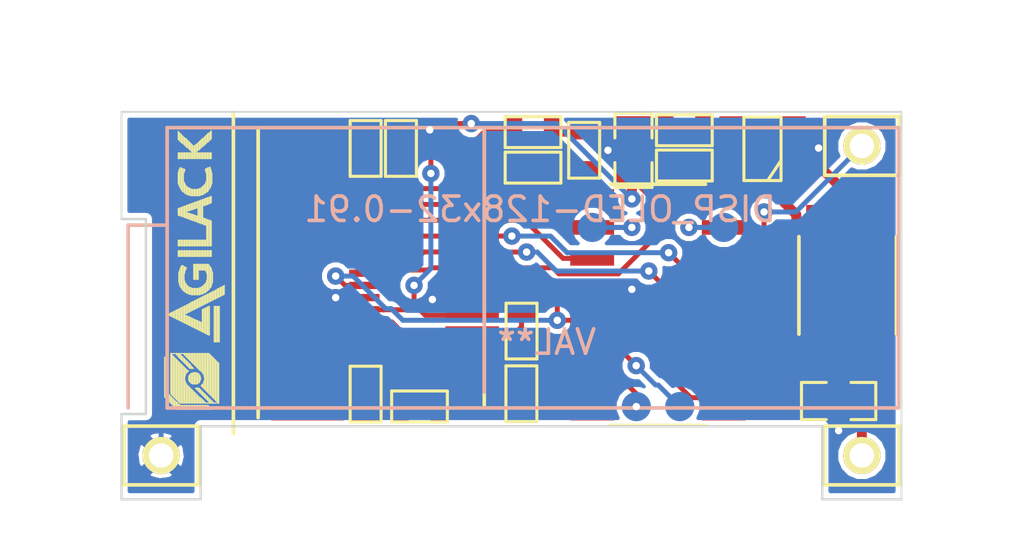
<source format=kicad_pcb>
(kicad_pcb (version 3) (host pcbnew "(2013-mar-13)-stable")

  (general
    (links 57)
    (no_connects 0)
    (area 116.051045 95.36672 166.00812 115.550001)
    (thickness 1.6)
    (drawings 19)
    (tracks 252)
    (zones 0)
    (modules 29)
    (nets 33)
  )

  (page A4)
  (title_block
    (title "Display daughter board")
    (rev 0.1)
    (company Agilack)
  )

  (layers
    (15 F.Cu signal)
    (0 B.Cu signal hide)
    (16 B.Adhes user)
    (17 F.Adhes user)
    (18 B.Paste user)
    (19 F.Paste user)
    (20 B.SilkS user hide)
    (21 F.SilkS user)
    (22 B.Mask user)
    (23 F.Mask user)
    (24 Dwgs.User user)
    (25 Cmts.User user)
    (26 Eco1.User user hide)
    (27 Eco2.User user)
    (28 Edge.Cuts user)
  )

  (setup
    (last_trace_width 0.254)
    (user_trace_width 0.2032)
    (user_trace_width 0.4064)
    (trace_clearance 0.1524)
    (zone_clearance 0.2032)
    (zone_45_only no)
    (trace_min 0.1524)
    (segment_width 0.2)
    (edge_width 0.1)
    (via_size 0.889)
    (via_drill 0.635)
    (via_min_size 0.7112)
    (via_min_drill 0.3048)
    (user_via 0.7112 0.3048)
    (uvia_size 0.508)
    (uvia_drill 0.127)
    (uvias_allowed no)
    (uvia_min_size 0.508)
    (uvia_min_drill 0.127)
    (pcb_text_width 0.3)
    (pcb_text_size 1.5 1.5)
    (mod_edge_width 0.15)
    (mod_text_size 1 1)
    (mod_text_width 0.15)
    (pad_size 1.3 3.4)
    (pad_drill 0)
    (pad_to_mask_clearance 0)
    (aux_axis_origin 0 0)
    (visible_elements 7FFFFF3F)
    (pcbplotparams
      (layerselection 283934721)
      (usegerberextensions true)
      (excludeedgelayer true)
      (linewidth 0.150000)
      (plotframeref false)
      (viasonmask false)
      (mode 1)
      (useauxorigin false)
      (hpglpennumber 1)
      (hpglpenspeed 20)
      (hpglpendiameter 15)
      (hpglpenoverlay 2)
      (psnegative false)
      (psa4output false)
      (plotreference true)
      (plotvalue true)
      (plotothertext true)
      (plotinvisibletext false)
      (padsonsilk false)
      (subtractmaskfromsilk false)
      (outputformat 1)
      (mirror false)
      (drillshape 0)
      (scaleselection 1)
      (outputdirectory ../prod/))
  )

  (net 0 "")
  (net 1 +3.3V)
  (net 2 +VDisp)
  (net 3 DISP_DC)
  (net 4 DISP_RST)
  (net 5 GND)
  (net 6 IREF)
  (net 7 N-000001)
  (net 8 N-0000010)
  (net 9 N-0000011)
  (net 10 N-0000012)
  (net 11 N-0000013)
  (net 12 N-0000014)
  (net 13 N-000002)
  (net 14 N-0000021)
  (net 15 N-0000022)
  (net 16 N-0000023)
  (net 17 N-0000024)
  (net 18 N-0000025)
  (net 19 N-0000026)
  (net 20 N-0000027)
  (net 21 N-0000028)
  (net 22 N-0000029)
  (net 23 N-0000030)
  (net 24 N-0000031)
  (net 25 N-0000032)
  (net 26 N-000004)
  (net 27 N-000005)
  (net 28 N-000009)
  (net 29 SPI_CS)
  (net 30 SPI_MOSI)
  (net 31 SPI_SCK)
  (net 32 UART_RX)

  (net_class Default "This is the default net class."
    (clearance 0.1524)
    (trace_width 0.254)
    (via_dia 0.889)
    (via_drill 0.635)
    (uvia_dia 0.508)
    (uvia_drill 0.127)
    (add_net "")
    (add_net +3.3V)
    (add_net +VDisp)
    (add_net DISP_DC)
    (add_net DISP_RST)
    (add_net GND)
    (add_net IREF)
    (add_net N-000001)
    (add_net N-0000010)
    (add_net N-0000011)
    (add_net N-0000012)
    (add_net N-0000013)
    (add_net N-0000014)
    (add_net N-000002)
    (add_net N-0000021)
    (add_net N-0000022)
    (add_net N-0000023)
    (add_net N-0000024)
    (add_net N-0000025)
    (add_net N-0000026)
    (add_net N-0000027)
    (add_net N-0000028)
    (add_net N-0000029)
    (add_net N-0000030)
    (add_net N-0000031)
    (add_net N-0000032)
    (add_net N-000004)
    (add_net N-000005)
    (add_net N-000009)
    (add_net SPI_CS)
    (add_net SPI_MOSI)
    (add_net SPI_SCK)
    (add_net UART_RX)
  )

  (module CONN-SSW_101   locked (layer F.Cu) (tedit 555B3D95) (tstamp 555B36FE)
    (at 155.375 113.7 180)
    (path /5550CCF8)
    (fp_text reference P1 (at -0.56576 1.7368 180) (layer F.SilkS) hide
      (effects (font (size 0.508 0.508) (thickness 0.127)))
    )
    (fp_text value CONN_1 (at -1.216 -0.00056 270) (layer F.SilkS) hide
      (effects (font (size 0.2 0.2) (thickness 0.04)))
    )
    (fp_line (start -1.525 -1.205) (end 1.525 -1.205) (layer F.SilkS) (width 0.15))
    (fp_line (start 1.525 -1.205) (end 1.525 1.205) (layer F.SilkS) (width 0.15))
    (fp_line (start 1.525 1.205) (end -1.525 1.205) (layer F.SilkS) (width 0.15))
    (fp_line (start -1.525 1.205) (end -1.525 -1.205) (layer F.SilkS) (width 0.15))
    (pad 1 thru_hole circle (at 0 0 180) (size 1.524 1.524) (drill 1)
      (layers *.Cu *.Mask F.SilkS)
      (net 1 +3.3V)
    )
  )

  (module CONN-SSW_101   locked (layer F.Cu) (tedit 555B4696) (tstamp 555B3707)
    (at 126.625 113.7)
    (path /5550CD07)
    (fp_text reference P2 (at 0.30388 -2.09748) (layer F.SilkS) hide
      (effects (font (size 0.508 0.508) (thickness 0.127)))
    )
    (fp_text value CONN_1 (at 1.17256 0.00056 90) (layer F.SilkS) hide
      (effects (font (size 0.2 0.2) (thickness 0.04)))
    )
    (fp_line (start -1.525 -1.205) (end 1.525 -1.205) (layer F.SilkS) (width 0.15))
    (fp_line (start 1.525 -1.205) (end 1.525 1.205) (layer F.SilkS) (width 0.15))
    (fp_line (start 1.525 1.205) (end -1.525 1.205) (layer F.SilkS) (width 0.15))
    (fp_line (start -1.525 1.205) (end -1.525 -1.205) (layer F.SilkS) (width 0.15))
    (pad 1 thru_hole circle (at 0 0) (size 1.524 1.524) (drill 1)
      (layers *.Cu *.Mask F.SilkS)
      (net 5 GND)
    )
  )

  (module DISP_OLED-128x32-0.91-1-rev (layer B.Cu) (tedit 555B44F2) (tstamp 555B4334)
    (at 126.873 106 180)
    (fp_text reference DISP_OLED-128x32-0.91 (at -15.3035 2.4003 180) (layer B.SilkS)
      (effects (font (size 1 1) (thickness 0.15)) (justify mirror))
    )
    (fp_text value VAL** (at -15.5702 -3.048 180) (layer B.SilkS)
      (effects (font (size 1 1) (thickness 0.15)) (justify mirror))
    )
    (fp_line (start 1.6 1.75) (end 0 1.75) (layer B.SilkS) (width 0.15))
    (fp_line (start 1.6 1.75) (end 1.6 -5.75) (layer B.SilkS) (width 0.15))
    (fp_line (start -13.01 5.625) (end -13.01 -5.1) (layer B.SilkS) (width 0.15))
    (fp_line (start 0 5.75) (end -30 5.75) (layer B.SilkS) (width 0.15))
    (fp_line (start -30 5.75) (end -30 -5.75) (layer B.SilkS) (width 0.15))
    (fp_line (start -30 -5.75) (end 0 -5.75) (layer B.SilkS) (width 0.15))
    (fp_line (start 0 5.75) (end 0 -5.75) (layer B.SilkS) (width 0.15))
  )

  (module CONN_ER-091-1   locked (layer F.Cu) (tedit 555B6975) (tstamp 555B4668)
    (at 138.98372 106 90)
    (path /554868DB)
    (fp_text reference DISP1 (at -5.6838 -1.01092 180) (layer F.SilkS) hide
      (effects (font (size 0.762 0.762) (thickness 0.1016)))
    )
    (fp_text value ER-OLED0.91-1 (at 0.00508 -1.46812 90) (layer F.SilkS) hide
      (effects (font (size 0.762 0.762) (thickness 0.1016)))
    )
    (fp_line (start -5.625 0.9) (end 5.625 0.9) (layer F.SilkS) (width 0.15))
    (pad 1 smd rect (at -4.55 0.4 90) (size 0.4 2.2)
      (layers F.Cu F.Paste F.Mask)
      (net 10 N-0000012)
    )
    (pad 2 smd rect (at -3.9 0.4 90) (size 0.4 2.2)
      (layers F.Cu F.Paste F.Mask)
      (net 11 N-0000013)
    )
    (pad 3 smd rect (at -3.25 0.4 90) (size 0.4 2.2)
      (layers F.Cu F.Paste F.Mask)
      (net 9 N-0000011)
    )
    (pad 4 smd rect (at -2.6 0.4 90) (size 0.4 2.2)
      (layers F.Cu F.Paste F.Mask)
      (net 27 N-000005)
    )
    (pad 5 smd rect (at -1.95 0.4 90) (size 0.4 2.2)
      (layers F.Cu F.Paste F.Mask)
      (net 2 +VDisp)
    )
    (pad 6 smd rect (at -1.3 0.4 90) (size 0.4 2.2)
      (layers F.Cu F.Paste F.Mask)
      (net 5 GND)
    )
    (pad 7 smd rect (at -0.65 0.4 90) (size 0.4 2.2)
      (layers F.Cu F.Paste F.Mask)
      (net 1 +3.3V)
    )
    (pad 8 smd rect (at 0 0.4 90) (size 0.4 2.2)
      (layers F.Cu F.Paste F.Mask)
      (net 29 SPI_CS)
    )
    (pad 9 smd rect (at 0.65 0.4 90) (size 0.4 2.2)
      (layers F.Cu F.Paste F.Mask)
      (net 4 DISP_RST)
    )
    (pad 10 smd rect (at 1.3 0.4 90) (size 0.4 2.2)
      (layers F.Cu F.Paste F.Mask)
      (net 3 DISP_DC)
    )
    (pad 11 smd rect (at 1.95 0.4 90) (size 0.4 2.2)
      (layers F.Cu F.Paste F.Mask)
      (net 31 SPI_SCK)
    )
    (pad 12 smd rect (at 2.6 0.4 90) (size 0.4 2.2)
      (layers F.Cu F.Paste F.Mask)
      (net 30 SPI_MOSI)
    )
    (pad 13 smd rect (at 3.25 0.4 90) (size 0.4 2.2)
      (layers F.Cu F.Paste F.Mask)
      (net 6 IREF)
    )
    (pad 14 smd rect (at 3.9 0.4 90) (size 0.4 2.2)
      (layers F.Cu F.Paste F.Mask)
      (net 19 N-0000026)
    )
    (pad 15 smd rect (at 4.55 0.4 90) (size 0.4 2.2)
      (layers F.Cu F.Paste F.Mask)
      (net 18 N-0000025)
    )
  )

  (module CONN_ER-CON15HT-1 (layer F.Cu) (tedit 55423EBE) (tstamp 555B467F)
    (at 132.6388 106.2228 270)
    (path /55460A4F)
    (fp_text reference DISP2 (at 0 2.2733 270) (layer F.SilkS) hide
      (effects (font (size 0.762 0.762) (thickness 0.1016)))
    )
    (fp_text value ER-OLED0.91-3 (at 0 0 270) (layer F.SilkS) hide
      (effects (font (size 0.762 0.762) (thickness 0.1016)))
    )
    (fp_line (start -6.575 3.048) (end 6.575 3.048) (layer F.SilkS) (width 0.15))
    (fp_line (start -5.925 2.032) (end 5.925 2.032) (layer F.SilkS) (width 0.15))
    (pad SHLD smd rect (at -5.04 0 270) (size 2 3)
      (layers F.Cu F.Paste F.Mask)
    )
    (pad SHLD smd rect (at 5.04 0 270) (size 2 3)
      (layers F.Cu F.Paste F.Mask)
    )
    (pad 1 smd rect (at 3.5 -2.325 270) (size 0.3 1.25)
      (layers F.Cu F.Paste F.Mask)
      (net 20 N-0000027)
    )
    (pad 2 smd rect (at 3 -2.325 270) (size 0.3 1.25)
      (layers F.Cu F.Paste F.Mask)
      (net 25 N-0000032)
    )
    (pad 3 smd rect (at 2.5 -2.325 270) (size 0.3 1.25)
      (layers F.Cu F.Paste F.Mask)
      (net 24 N-0000031)
    )
    (pad 4 smd rect (at 2 -2.325 270) (size 0.3 1.25)
      (layers F.Cu F.Paste F.Mask)
      (net 23 N-0000030)
    )
    (pad 5 smd rect (at 1.5 -2.325 270) (size 0.3 1.25)
      (layers F.Cu F.Paste F.Mask)
      (net 2 +VDisp)
    )
    (pad 6 smd rect (at 1 -2.325 270) (size 0.3 1.25)
      (layers F.Cu F.Paste F.Mask)
      (net 5 GND)
    )
    (pad 7 smd rect (at 0.5 -2.325 270) (size 0.3 1.25)
      (layers F.Cu F.Paste F.Mask)
      (net 1 +3.3V)
    )
    (pad 8 smd rect (at 0 -2.325 270) (size 0.3 1.25)
      (layers F.Cu F.Paste F.Mask)
      (net 29 SPI_CS)
    )
    (pad 9 smd rect (at -0.5 -2.325 270) (size 0.3 1.25)
      (layers F.Cu F.Paste F.Mask)
      (net 4 DISP_RST)
    )
    (pad 10 smd rect (at -1 -2.325 270) (size 0.3 1.25)
      (layers F.Cu F.Paste F.Mask)
      (net 3 DISP_DC)
    )
    (pad 11 smd rect (at -1.5 -2.325 270) (size 0.3 1.25)
      (layers F.Cu F.Paste F.Mask)
      (net 31 SPI_SCK)
    )
    (pad 12 smd rect (at -2 -2.325 270) (size 0.3 1.25)
      (layers F.Cu F.Paste F.Mask)
      (net 30 SPI_MOSI)
    )
    (pad 13 smd rect (at -2.5 -2.325 270) (size 0.3 1.25)
      (layers F.Cu F.Paste F.Mask)
      (net 6 IREF)
    )
    (pad 14 smd rect (at -3 -2.325 270) (size 0.3 1.25)
      (layers F.Cu F.Paste F.Mask)
      (net 28 N-000009)
    )
    (pad 15 smd rect (at -3.5 -2.325 270) (size 0.3 1.25)
      (layers F.Cu F.Paste F.Mask)
      (net 8 N-0000010)
    )
  )

  (module SMD0603 (layer F.Cu) (tedit 555B6963) (tstamp 555B6370)
    (at 141.41196 108.59516 90)
    (path /5546212E)
    (attr smd)
    (fp_text reference C101 (at 0.1524 0 180) (layer F.SilkS) hide
      (effects (font (size 0.2 0.2) (thickness 0.05)))
    )
    (fp_text value 1uF (at -0.17272 0 180) (layer F.SilkS) hide
      (effects (font (size 0.20066 0.20066) (thickness 0.0508)))
    )
    (fp_line (start -1.143 -0.635) (end 1.143 -0.635) (layer F.SilkS) (width 0.127))
    (fp_line (start 1.143 -0.635) (end 1.143 0.635) (layer F.SilkS) (width 0.127))
    (fp_line (start 1.143 0.635) (end -1.143 0.635) (layer F.SilkS) (width 0.127))
    (fp_line (start -1.143 0.635) (end -1.143 -0.635) (layer F.SilkS) (width 0.127))
    (pad 1 smd rect (at -0.762 0 90) (size 0.635 1.143)
      (layers F.Cu F.Paste F.Mask)
      (net 9 N-0000011)
    )
    (pad 2 smd rect (at 0.762 0 90) (size 0.635 1.143)
      (layers F.Cu F.Paste F.Mask)
      (net 27 N-000005)
    )
    (model smd/chip_cms.wrl
      (at (xyz 0 0 0))
      (scale (xyz 0.08 0.08 0.08))
      (rotate (xyz 0 0 0))
    )
  )

  (module SMD0603 (layer F.Cu) (tedit 555B694B) (tstamp 555B637A)
    (at 141.40688 111.16564 90)
    (path /5546214B)
    (attr smd)
    (fp_text reference C102 (at 0.1524 0 180) (layer F.SilkS) hide
      (effects (font (size 0.2 0.2) (thickness 0.05)))
    )
    (fp_text value 1uF (at -0.17272 0 180) (layer F.SilkS) hide
      (effects (font (size 0.20066 0.20066) (thickness 0.0508)))
    )
    (fp_line (start -1.143 -0.635) (end 1.143 -0.635) (layer F.SilkS) (width 0.127))
    (fp_line (start 1.143 -0.635) (end 1.143 0.635) (layer F.SilkS) (width 0.127))
    (fp_line (start 1.143 0.635) (end -1.143 0.635) (layer F.SilkS) (width 0.127))
    (fp_line (start -1.143 0.635) (end -1.143 -0.635) (layer F.SilkS) (width 0.127))
    (pad 1 smd rect (at -0.762 0 90) (size 0.635 1.143)
      (layers F.Cu F.Paste F.Mask)
      (net 10 N-0000012)
    )
    (pad 2 smd rect (at 0.762 0 90) (size 0.635 1.143)
      (layers F.Cu F.Paste F.Mask)
      (net 11 N-0000013)
    )
    (model smd/chip_cms.wrl
      (at (xyz 0 0 0))
      (scale (xyz 0.08 0.08 0.08))
      (rotate (xyz 0 0 0))
    )
  )

  (module SMD0805 (layer F.Cu) (tedit 555DE482) (tstamp 555B6386)
    (at 146.00428 101.17836 90)
    (path /555B52F8)
    (attr smd)
    (fp_text reference C103 (at 0.21844 -0.50292 180) (layer F.SilkS) hide
      (effects (font (size 0.2 0.2) (thickness 0.05)))
    )
    (fp_text value 10uF (at -0.22352 -0.47752 180) (layer F.SilkS) hide
      (effects (font (size 0.2 0.2) (thickness 0.05)))
    )
    (fp_line (start -0.508 0.762) (end -1.524 0.762) (layer F.SilkS) (width 0.127))
    (fp_line (start -1.524 0.762) (end -1.524 -0.762) (layer F.SilkS) (width 0.127))
    (fp_line (start -1.524 -0.762) (end -0.508 -0.762) (layer F.SilkS) (width 0.127))
    (fp_line (start 0.508 -0.762) (end 1.524 -0.762) (layer F.SilkS) (width 0.127))
    (fp_line (start 1.524 -0.762) (end 1.524 0.762) (layer F.SilkS) (width 0.127))
    (fp_line (start 1.524 0.762) (end 0.508 0.762) (layer F.SilkS) (width 0.127))
    (pad 1 smd rect (at -0.9525 0 90) (size 0.889 1.397)
      (layers F.Cu F.Paste F.Mask)
      (net 2 +VDisp)
    )
    (pad 2 smd rect (at 0.9525 0 90) (size 0.889 1.397)
      (layers F.Cu F.Paste F.Mask)
      (net 5 GND)
    )
    (model smd/chip_cms.wrl
      (at (xyz 0 0 0))
      (scale (xyz 0.1 0.1 0.1))
      (rotate (xyz 0 0 0))
    )
  )

  (module SMD0805 (layer F.Cu) (tedit 555DEDA8) (tstamp 555B6392)
    (at 154.42184 111.46536 180)
    (path /555B4F86)
    (attr smd)
    (fp_text reference C105 (at 0 0.58928 180) (layer F.SilkS) hide
      (effects (font (size 0.2 0.2) (thickness 0.05)))
    )
    (fp_text value 10uF (at 0 -0.53848 180) (layer F.SilkS) hide
      (effects (font (size 0.2 0.2) (thickness 0.05)))
    )
    (fp_line (start -0.508 0.762) (end -1.524 0.762) (layer F.SilkS) (width 0.127))
    (fp_line (start -1.524 0.762) (end -1.524 -0.762) (layer F.SilkS) (width 0.127))
    (fp_line (start -1.524 -0.762) (end -0.508 -0.762) (layer F.SilkS) (width 0.127))
    (fp_line (start 0.508 -0.762) (end 1.524 -0.762) (layer F.SilkS) (width 0.127))
    (fp_line (start 1.524 -0.762) (end 1.524 0.762) (layer F.SilkS) (width 0.127))
    (fp_line (start 1.524 0.762) (end 0.508 0.762) (layer F.SilkS) (width 0.127))
    (pad 1 smd rect (at -0.9525 0 180) (size 0.889 1.397)
      (layers F.Cu F.Paste F.Mask)
      (net 1 +3.3V)
    )
    (pad 2 smd rect (at 0.9525 0 180) (size 0.889 1.397)
      (layers F.Cu F.Paste F.Mask)
      (net 5 GND)
    )
    (model smd/chip_cms.wrl
      (at (xyz 0 0 0))
      (scale (xyz 0.1 0.1 0.1))
      (rotate (xyz 0 0 0))
    )
  )

  (module TP_SMD (layer B.Cu) (tedit 4BB09DE5) (tstamp 555B6397)
    (at 144.31264 104.3432)
    (path /555B5EAC)
    (fp_text reference MISO1 (at 0 1.016) (layer B.SilkS) hide
      (effects (font (size 0.20066 0.20066) (thickness 0.04826)) (justify mirror))
    )
    (fp_text value CONN_1 (at 0 -1.016) (layer B.SilkS) hide
      (effects (font (size 0.20066 0.20066) (thickness 0.04826)) (justify mirror))
    )
    (pad 1 smd circle (at 0 0) (size 1.19888 1.19888)
      (layers B.Cu B.Paste B.Mask)
      (net 13 N-000002)
    )
  )

  (module SMD0603 (layer F.Cu) (tedit 555B6CA6) (tstamp 555B63A1)
    (at 148.09216 101.8032 180)
    (path /555B509D)
    (attr smd)
    (fp_text reference R101 (at 0 0.42672 180) (layer F.SilkS) hide
      (effects (font (size 0.2 0.2) (thickness 0.05)))
    )
    (fp_text value R (at 0 0 180) (layer F.SilkS) hide
      (effects (font (size 0.20066 0.20066) (thickness 0.0508)))
    )
    (fp_line (start -1.143 -0.635) (end 1.143 -0.635) (layer F.SilkS) (width 0.127))
    (fp_line (start 1.143 -0.635) (end 1.143 0.635) (layer F.SilkS) (width 0.127))
    (fp_line (start 1.143 0.635) (end -1.143 0.635) (layer F.SilkS) (width 0.127))
    (fp_line (start -1.143 0.635) (end -1.143 -0.635) (layer F.SilkS) (width 0.127))
    (pad 1 smd rect (at -0.762 0 180) (size 0.635 1.143)
      (layers F.Cu F.Paste F.Mask)
      (net 2 +VDisp)
    )
    (pad 2 smd rect (at 0.762 0 180) (size 0.635 1.143)
      (layers F.Cu F.Paste F.Mask)
      (net 7 N-000001)
    )
    (model smd/chip_cms.wrl
      (at (xyz 0 0 0))
      (scale (xyz 0.08 0.08 0.08))
      (rotate (xyz 0 0 0))
    )
  )

  (module SMD0603 (layer F.Cu) (tedit 555B6C63) (tstamp 555B6CC6)
    (at 148.09216 100.3554 180)
    (path /555B50AC)
    (attr smd)
    (fp_text reference R102 (at 0 0.42672 180) (layer F.SilkS) hide
      (effects (font (size 0.2 0.2) (thickness 0.05)))
    )
    (fp_text value R (at 0 0 180) (layer F.SilkS) hide
      (effects (font (size 0.20066 0.20066) (thickness 0.0508)))
    )
    (fp_line (start -1.143 -0.635) (end 1.143 -0.635) (layer F.SilkS) (width 0.127))
    (fp_line (start 1.143 -0.635) (end 1.143 0.635) (layer F.SilkS) (width 0.127))
    (fp_line (start 1.143 0.635) (end -1.143 0.635) (layer F.SilkS) (width 0.127))
    (fp_line (start -1.143 0.635) (end -1.143 -0.635) (layer F.SilkS) (width 0.127))
    (pad 1 smd rect (at -0.762 0 180) (size 0.635 1.143)
      (layers F.Cu F.Paste F.Mask)
      (net 7 N-000001)
    )
    (pad 2 smd rect (at 0.762 0 180) (size 0.635 1.143)
      (layers F.Cu F.Paste F.Mask)
      (net 5 GND)
    )
    (model smd/chip_cms.wrl
      (at (xyz 0 0 0))
      (scale (xyz 0.08 0.08 0.08))
      (rotate (xyz 0 0 0))
    )
  )

  (module SOIC16 (layer F.Cu) (tedit 555B5C6C) (tstamp 555B63C1)
    (at 147.01012 107.5182 270)
    (path /555B5D86)
    (fp_text reference U1 (at 0 -0.762 270) (layer F.SilkS) hide
      (effects (font (size 0.762 0.762) (thickness 0.15)))
    )
    (fp_text value EFM8BB10F8G-A-SOIC16 (at 0 0.762 270) (layer F.SilkS) hide
      (effects (font (size 0.2 0.2) (thickness 0.04)))
    )
    (fp_line (start 4.95 -1.95) (end 4.95 1.95) (layer F.SilkS) (width 0.15))
    (fp_line (start -4.95 -1.95) (end -4.95 1.95) (layer F.SilkS) (width 0.15))
    (pad 1 smd rect (at -4.445 2.7 270) (size 0.6 1.8)
      (layers F.Cu F.Paste F.Mask)
      (net 30 SPI_MOSI)
    )
    (pad 2 smd rect (at -3.175 2.7 270) (size 0.6 1.8)
      (layers F.Cu F.Paste F.Mask)
      (net 13 N-000002)
    )
    (pad 3 smd rect (at -1.905 2.7 270) (size 0.6 1.8)
      (layers F.Cu F.Paste F.Mask)
      (net 31 SPI_SCK)
    )
    (pad 4 smd rect (at -0.635 2.7 270) (size 0.6 1.8)
      (layers F.Cu F.Paste F.Mask)
      (net 5 GND)
    )
    (pad 5 smd rect (at 0.635 2.7 270) (size 0.6 1.8)
      (layers F.Cu F.Paste F.Mask)
      (net 1 +3.3V)
    )
    (pad 6 smd rect (at 1.905 2.7 270) (size 0.6 1.8)
      (layers F.Cu F.Paste F.Mask)
      (net 17 N-0000024)
    )
    (pad 7 smd rect (at 3.175 2.7 270) (size 0.6 1.8)
      (layers F.Cu F.Paste F.Mask)
      (net 16 N-0000023)
    )
    (pad 8 smd rect (at 4.445 2.7 270) (size 0.6 1.8)
      (layers F.Cu F.Paste F.Mask)
      (net 15 N-0000022)
    )
    (pad 9 smd rect (at 4.445 -2.7 270) (size 0.6 1.8)
      (layers F.Cu F.Paste F.Mask)
      (net 14 N-0000021)
    )
    (pad 10 smd rect (at 3.175 -2.7 270) (size 0.6 1.8)
      (layers F.Cu F.Paste F.Mask)
      (net 4 DISP_RST)
    )
    (pad 11 smd rect (at 1.905 -2.7 270) (size 0.6 1.8)
      (layers F.Cu F.Paste F.Mask)
      (net 3 DISP_DC)
    )
    (pad 12 smd rect (at 0.635 -2.7 270) (size 0.6 1.8)
      (layers F.Cu F.Paste F.Mask)
      (net 22 N-0000029)
    )
    (pad 13 smd rect (at -0.635 -2.7 270) (size 0.6 1.8)
      (layers F.Cu F.Paste F.Mask)
      (net 21 N-0000028)
    )
    (pad 14 smd rect (at -1.905 -2.7 270) (size 0.6 1.8)
      (layers F.Cu F.Paste F.Mask)
      (net 32 UART_RX)
    )
    (pad 15 smd rect (at -3.175 -2.7 270) (size 0.6 1.8)
      (layers F.Cu F.Paste F.Mask)
      (net 26 N-000004)
    )
    (pad 16 smd rect (at -4.445 -2.7 270) (size 0.6 1.8)
      (layers F.Cu F.Paste F.Mask)
      (net 29 SPI_CS)
    )
  )

  (module SOT23-6 (layer F.Cu) (tedit 555DFBB7) (tstamp 555B63D0)
    (at 151.29764 101.08692 90)
    (path /555B4BBA)
    (fp_text reference U2 (at 0.26416 0.39624 180) (layer F.SilkS) hide
      (effects (font (size 0.2 0.2) (thickness 0.05)))
    )
    (fp_text value TLV61220 (at 0.25908 -0.4318 90) (layer F.SilkS) hide
      (effects (font (size 0.2 0.2) (thickness 0.05)))
    )
    (fp_line (start -0.508 0.762) (end -1.27 0.254) (layer F.SilkS) (width 0.127))
    (fp_line (start 1.27 0.762) (end -1.3335 0.762) (layer F.SilkS) (width 0.127))
    (fp_line (start -1.3335 0.762) (end -1.3335 -0.762) (layer F.SilkS) (width 0.127))
    (fp_line (start -1.3335 -0.762) (end 1.27 -0.762) (layer F.SilkS) (width 0.127))
    (fp_line (start 1.27 -0.762) (end 1.27 0.762) (layer F.SilkS) (width 0.127))
    (pad 6 smd rect (at -0.9525 -1.27 90) (size 0.70104 1.00076)
      (layers F.Cu F.Paste F.Mask)
      (net 1 +3.3V)
    )
    (pad 5 smd rect (at 0 -1.27 90) (size 0.70104 1.00076)
      (layers F.Cu F.Paste F.Mask)
      (net 2 +VDisp)
    )
    (pad 4 smd rect (at 0.9525 -1.27 90) (size 0.70104 1.00076)
      (layers F.Cu F.Paste F.Mask)
      (net 7 N-000001)
    )
    (pad 3 smd rect (at 0.9525 1.27 90) (size 0.70104 1.00076)
      (layers F.Cu F.Paste F.Mask)
      (net 1 +3.3V)
    )
    (pad 2 smd rect (at 0 1.27 90) (size 0.70104 1.00076)
      (layers F.Cu F.Paste F.Mask)
      (net 5 GND)
    )
    (pad 1 smd rect (at -0.9525 1.27 90) (size 0.70104 1.00076)
      (layers F.Cu F.Paste F.Mask)
      (net 12 N-0000014)
    )
    (model smd/SOT23_6.wrl
      (at (xyz 0 0 0))
      (scale (xyz 0.11 0.11 0.11))
      (rotate (xyz 0 0 -180))
    )
  )

  (module SMD-I_TYS4012 (layer F.Cu) (tedit 555DEE28) (tstamp 555B667E)
    (at 154.79268 106.72064 90)
    (path /555B4BC9)
    (fp_text reference L101 (at 1.46304 0 180) (layer F.SilkS) hide
      (effects (font (size 0.508 0.508) (thickness 0.127)))
    )
    (fp_text value 4.7uH (at -0.64516 1.47828 90) (layer F.SilkS) hide
      (effects (font (size 0.508 0.508) (thickness 0.1016)))
    )
    (fp_line (start -2 2) (end 2 2) (layer F.SilkS) (width 0.15))
    (fp_line (start -2 -2) (end 2 -2) (layer F.SilkS) (width 0.15))
    (pad 1 smd rect (at -2.65 0 90) (size 1.3 3.4)
      (layers F.Cu F.Paste F.Mask)
      (net 1 +3.3V)
    )
    (pad 2 smd rect (at 2.65 0 90) (size 1.3 3.4)
      (layers F.Cu F.Paste F.Mask)
      (net 12 N-0000014)
    )
  )

  (module SMD0603 (layer F.Cu) (tedit 555B6BBC) (tstamp 555DFF27)
    (at 141.8844 100.4316)
    (path /555B6A3A)
    (attr smd)
    (fp_text reference C106 (at 0 -0.42672) (layer F.SilkS) hide
      (effects (font (size 0.2 0.2) (thickness 0.05)))
    )
    (fp_text value 4,7uF (at 0 0.42164) (layer F.SilkS) hide
      (effects (font (size 0.20066 0.20066) (thickness 0.0508)))
    )
    (fp_line (start -1.143 -0.635) (end 1.143 -0.635) (layer F.SilkS) (width 0.127))
    (fp_line (start 1.143 -0.635) (end 1.143 0.635) (layer F.SilkS) (width 0.127))
    (fp_line (start 1.143 0.635) (end -1.143 0.635) (layer F.SilkS) (width 0.127))
    (fp_line (start -1.143 0.635) (end -1.143 -0.635) (layer F.SilkS) (width 0.127))
    (pad 1 smd rect (at -0.762 0) (size 0.635 1.143)
      (layers F.Cu F.Paste F.Mask)
      (net 18 N-0000025)
    )
    (pad 2 smd rect (at 0.762 0) (size 0.635 1.143)
      (layers F.Cu F.Paste F.Mask)
      (net 5 GND)
    )
    (model smd/chip_cms.wrl
      (at (xyz 0 0 0))
      (scale (xyz 0.08 0.08 0.08))
      (rotate (xyz 0 0 0))
    )
  )

  (module SMD0603 (layer F.Cu) (tedit 555B6BA4) (tstamp 555B680C)
    (at 141.8844 101.88956)
    (path /555B684D)
    (attr smd)
    (fp_text reference C107 (at 0 -0.42672) (layer F.SilkS) hide
      (effects (font (size 0.2 0.2) (thickness 0.05)))
    )
    (fp_text value 2,2uF (at 0 0.42164) (layer F.SilkS) hide
      (effects (font (size 0.20066 0.20066) (thickness 0.0508)))
    )
    (fp_line (start -1.143 -0.635) (end 1.143 -0.635) (layer F.SilkS) (width 0.127))
    (fp_line (start 1.143 -0.635) (end 1.143 0.635) (layer F.SilkS) (width 0.127))
    (fp_line (start 1.143 0.635) (end -1.143 0.635) (layer F.SilkS) (width 0.127))
    (fp_line (start -1.143 0.635) (end -1.143 -0.635) (layer F.SilkS) (width 0.127))
    (pad 1 smd rect (at -0.762 0) (size 0.635 1.143)
      (layers F.Cu F.Paste F.Mask)
      (net 19 N-0000026)
    )
    (pad 2 smd rect (at 0.762 0) (size 0.635 1.143)
      (layers F.Cu F.Paste F.Mask)
      (net 5 GND)
    )
    (model smd/chip_cms.wrl
      (at (xyz 0 0 0))
      (scale (xyz 0.08 0.08 0.08))
      (rotate (xyz 0 0 0))
    )
  )

  (module SMD0603 (layer F.Cu) (tedit 555B6B05) (tstamp 555B6816)
    (at 143.98244 101.17836 90)
    (path /555B67C8)
    (attr smd)
    (fp_text reference R103 (at 0.1524 0 180) (layer F.SilkS) hide
      (effects (font (size 0.2 0.2) (thickness 0.05)))
    )
    (fp_text value 560k (at -0.17272 0 180) (layer F.SilkS) hide
      (effects (font (size 0.20066 0.20066) (thickness 0.0508)))
    )
    (fp_line (start -1.143 -0.635) (end 1.143 -0.635) (layer F.SilkS) (width 0.127))
    (fp_line (start 1.143 -0.635) (end 1.143 0.635) (layer F.SilkS) (width 0.127))
    (fp_line (start 1.143 0.635) (end -1.143 0.635) (layer F.SilkS) (width 0.127))
    (fp_line (start -1.143 0.635) (end -1.143 -0.635) (layer F.SilkS) (width 0.127))
    (pad 1 smd rect (at -0.762 0 90) (size 0.635 1.143)
      (layers F.Cu F.Paste F.Mask)
      (net 6 IREF)
    )
    (pad 2 smd rect (at 0.762 0 90) (size 0.635 1.143)
      (layers F.Cu F.Paste F.Mask)
      (net 5 GND)
    )
    (model smd/chip_cms.wrl
      (at (xyz 0 0 0))
      (scale (xyz 0.08 0.08 0.08))
      (rotate (xyz 0 0 0))
    )
  )

  (module CONN-SSW_101   locked (layer F.Cu) (tedit 555B36C7) (tstamp 555DE7FB)
    (at 155.37688 101)
    (path /555DE6F3)
    (fp_text reference P3 (at 0 -2) (layer F.SilkS) hide
      (effects (font (size 0.508 0.508) (thickness 0.127)))
    )
    (fp_text value CONN_1 (at 0 2) (layer F.SilkS) hide
      (effects (font (size 0.508 0.508) (thickness 0.127)))
    )
    (fp_line (start -1.525 -1.205) (end 1.525 -1.205) (layer F.SilkS) (width 0.15))
    (fp_line (start 1.525 -1.205) (end 1.525 1.205) (layer F.SilkS) (width 0.15))
    (fp_line (start 1.525 1.205) (end -1.525 1.205) (layer F.SilkS) (width 0.15))
    (fp_line (start -1.525 1.205) (end -1.525 -1.205) (layer F.SilkS) (width 0.15))
    (pad 1 thru_hole circle (at 0 0) (size 1.524 1.524) (drill 1)
      (layers *.Cu *.Mask F.SilkS)
      (net 32 UART_RX)
    )
  )

  (module TP_SMD (layer B.Cu) (tedit 4BB09DE5) (tstamp 555DE800)
    (at 149.7076 104.3432)
    (path /555DE6E4)
    (fp_text reference TP101 (at 0 1.016) (layer B.SilkS) hide
      (effects (font (size 0.20066 0.20066) (thickness 0.04826)) (justify mirror))
    )
    (fp_text value CONN_1 (at 0 -1.016) (layer B.SilkS) hide
      (effects (font (size 0.20066 0.20066) (thickness 0.04826)) (justify mirror))
    )
    (pad 1 smd circle (at 0 0) (size 1.19888 1.19888)
      (layers B.Cu B.Paste B.Mask)
      (net 26 N-000004)
    )
  )

  (module SMD0603 (layer F.Cu) (tedit 5575ABE2) (tstamp 5562F5E4)
    (at 135.01624 101.10216 90)
    (path /5562F26A)
    (attr smd)
    (fp_text reference C108 (at 0.1524 0 180) (layer F.SilkS) hide
      (effects (font (size 0.2 0.2) (thickness 0.05)))
    )
    (fp_text value 4,7uF (at -0.14224 0 180) (layer F.SilkS) hide
      (effects (font (size 0.20066 0.20066) (thickness 0.0508)))
    )
    (fp_line (start -1.143 -0.635) (end 1.143 -0.635) (layer F.SilkS) (width 0.127))
    (fp_line (start 1.143 -0.635) (end 1.143 0.635) (layer F.SilkS) (width 0.127))
    (fp_line (start 1.143 0.635) (end -1.143 0.635) (layer F.SilkS) (width 0.127))
    (fp_line (start -1.143 0.635) (end -1.143 -0.635) (layer F.SilkS) (width 0.127))
    (pad 1 smd rect (at -0.762 0 90) (size 0.635 1.143)
      (layers F.Cu F.Paste F.Mask)
      (net 8 N-0000010)
    )
    (pad 2 smd rect (at 0.762 0 90) (size 0.635 1.143)
      (layers F.Cu F.Paste F.Mask)
      (net 5 GND)
    )
    (model smd/chip_cms.wrl
      (at (xyz 0 0 0))
      (scale (xyz 0.08 0.08 0.08))
      (rotate (xyz 0 0 0))
    )
  )

  (module SMD0603 (layer F.Cu) (tedit 5562F673) (tstamp 5562F5EE)
    (at 137.22604 111.68888)
    (path /5562EEA2)
    (attr smd)
    (fp_text reference C109 (at 0.14732 0 90) (layer F.SilkS) hide
      (effects (font (size 0.2 0.2) (thickness 0.05)))
    )
    (fp_text value 1uF (at -0.16764 0 90) (layer F.SilkS) hide
      (effects (font (size 0.20066 0.20066) (thickness 0.0508)))
    )
    (fp_line (start -1.143 -0.635) (end 1.143 -0.635) (layer F.SilkS) (width 0.127))
    (fp_line (start 1.143 -0.635) (end 1.143 0.635) (layer F.SilkS) (width 0.127))
    (fp_line (start 1.143 0.635) (end -1.143 0.635) (layer F.SilkS) (width 0.127))
    (fp_line (start -1.143 0.635) (end -1.143 -0.635) (layer F.SilkS) (width 0.127))
    (pad 1 smd rect (at -0.762 0) (size 0.635 1.143)
      (layers F.Cu F.Paste F.Mask)
      (net 24 N-0000031)
    )
    (pad 2 smd rect (at 0.762 0) (size 0.635 1.143)
      (layers F.Cu F.Paste F.Mask)
      (net 23 N-0000030)
    )
    (model smd/chip_cms.wrl
      (at (xyz 0 0 0))
      (scale (xyz 0.08 0.08 0.08))
      (rotate (xyz 0 0 0))
    )
  )

  (module SMD0603 (layer F.Cu) (tedit 5562FE80) (tstamp 55769BB7)
    (at 135.01624 111.18088 270)
    (path /5562EEB1)
    (attr smd)
    (fp_text reference C110 (at 0 -2.19964 360) (layer F.SilkS) hide
      (effects (font (size 0.2 0.2) (thickness 0.05)))
    )
    (fp_text value 1uF (at 0 0 270) (layer F.SilkS) hide
      (effects (font (size 0.20066 0.20066) (thickness 0.0508)))
    )
    (fp_line (start -1.143 -0.635) (end 1.143 -0.635) (layer F.SilkS) (width 0.127))
    (fp_line (start 1.143 -0.635) (end 1.143 0.635) (layer F.SilkS) (width 0.127))
    (fp_line (start 1.143 0.635) (end -1.143 0.635) (layer F.SilkS) (width 0.127))
    (fp_line (start -1.143 0.635) (end -1.143 -0.635) (layer F.SilkS) (width 0.127))
    (pad 1 smd rect (at -0.762 0 270) (size 0.635 1.143)
      (layers F.Cu F.Paste F.Mask)
      (net 20 N-0000027)
    )
    (pad 2 smd rect (at 0.762 0 270) (size 0.635 1.143)
      (layers F.Cu F.Paste F.Mask)
      (net 25 N-0000032)
    )
    (model smd/chip_cms.wrl
      (at (xyz 0 0 0))
      (scale (xyz 0.08 0.08 0.08))
      (rotate (xyz 0 0 0))
    )
  )

  (module SMD0603 (layer F.Cu) (tedit 55631BC9) (tstamp 5562F602)
    (at 136.46404 101.10216 90)
    (path /5562F46A)
    (attr smd)
    (fp_text reference C111 (at 0.1524 0 180) (layer F.SilkS) hide
      (effects (font (size 0.2 0.2) (thickness 0.05)))
    )
    (fp_text value C (at -0.16764 0 180) (layer F.SilkS) hide
      (effects (font (size 0.20066 0.20066) (thickness 0.0508)))
    )
    (fp_line (start -1.143 -0.635) (end 1.143 -0.635) (layer F.SilkS) (width 0.127))
    (fp_line (start 1.143 -0.635) (end 1.143 0.635) (layer F.SilkS) (width 0.127))
    (fp_line (start 1.143 0.635) (end -1.143 0.635) (layer F.SilkS) (width 0.127))
    (fp_line (start -1.143 0.635) (end -1.143 -0.635) (layer F.SilkS) (width 0.127))
    (pad 1 smd rect (at -0.762 0 90) (size 0.635 1.143)
      (layers F.Cu F.Paste F.Mask)
      (net 28 N-000009)
    )
    (pad 2 smd rect (at 0.762 0 90) (size 0.635 1.143)
      (layers F.Cu F.Paste F.Mask)
      (net 5 GND)
    )
    (model smd/chip_cms.wrl
      (at (xyz 0 0 0))
      (scale (xyz 0.08 0.08 0.08))
      (rotate (xyz 0 0 0))
    )
  )

  (module TP_SMD (layer F.Cu) (tedit 4BB09DE5) (tstamp 55632911)
    (at 151.57196 106.76636)
    (path /555DF80C)
    (fp_text reference TP102 (at 0 -1.016) (layer F.SilkS) hide
      (effects (font (size 0.20066 0.20066) (thickness 0.04826)))
    )
    (fp_text value CONN_1 (at 0 1.016) (layer F.SilkS) hide
      (effects (font (size 0.20066 0.20066) (thickness 0.04826)))
    )
    (pad 1 smd circle (at 0 0) (size 1.19888 1.19888)
      (layers F.Cu F.Paste F.Mask)
      (net 21 N-0000028)
    )
  )

  (module TP_SMD (layer F.Cu) (tedit 4BB09DE5) (tstamp 55632916)
    (at 151.57196 108.27004)
    (path /555DF825)
    (fp_text reference TP103 (at 0 -1.016) (layer F.SilkS) hide
      (effects (font (size 0.20066 0.20066) (thickness 0.04826)))
    )
    (fp_text value CONN_1 (at 0 1.016) (layer F.SilkS) hide
      (effects (font (size 0.20066 0.20066) (thickness 0.04826)))
    )
    (pad 1 smd circle (at 0 0) (size 1.19888 1.19888)
      (layers F.Cu F.Paste F.Mask)
      (net 22 N-0000029)
    )
  )

  (module TP_SMD (layer B.Cu) (tedit 4BB09DE5) (tstamp 55632A76)
    (at 146.12112 111.69396)
    (path /55632950)
    (fp_text reference PP1 (at 0 1.016) (layer B.SilkS) hide
      (effects (font (size 0.20066 0.20066) (thickness 0.04826)) (justify mirror))
    )
    (fp_text value CONN_1 (at 0 -1.016) (layer B.SilkS) hide
      (effects (font (size 0.20066 0.20066) (thickness 0.04826)) (justify mirror))
    )
    (pad 1 smd circle (at 0 0) (size 1.19888 1.19888)
      (layers B.Cu B.Paste B.Mask)
      (net 16 N-0000023)
    )
  )

  (module TP_SMD (layer B.Cu) (tedit 4BB09DE5) (tstamp 55632A7B)
    (at 147.9042 111.69396)
    (path /5563295F)
    (fp_text reference PP2 (at 0 1.016) (layer B.SilkS) hide
      (effects (font (size 0.20066 0.20066) (thickness 0.04826)) (justify mirror))
    )
    (fp_text value CONN_1 (at 0 -1.016) (layer B.SilkS) hide
      (effects (font (size 0.20066 0.20066) (thickness 0.04826)) (justify mirror))
    )
    (pad 1 smd circle (at 0 0) (size 1.19888 1.19888)
      (layers B.Cu B.Paste B.Mask)
      (net 17 N-0000024)
    )
  )

  (module agilack-11.5 (layer F.Cu) (tedit 5506F4CA) (tstamp 55771435)
    (at 126.73584 111.81588 90)
    (fp_text reference agilack-11.5 (at 6.6548 -0.0508 90) (layer F.SilkS) hide
      (effects (font (size 0.5 0.5) (thickness 0.1016)))
    )
    (fp_text value 450px (at 0 0 90) (layer F.SilkS) hide
      (effects (font (size 0.2 0.2) (thickness 0.05)))
    )
    (fp_line (start 0.508 0.0254) (end 2.159 0.0254) (layer F.SilkS) (width 0.02794))
    (fp_line (start 0.4826 0.0508) (end 2.159 0.0508) (layer F.SilkS) (width 0.02794))
    (fp_line (start 0.4572 0.0762) (end 2.159 0.0762) (layer F.SilkS) (width 0.02794))
    (fp_line (start 0.4318 0.1016) (end 2.159 0.1016) (layer F.SilkS) (width 0.02794))
    (fp_line (start 0.4064 0.127) (end 2.159 0.127) (layer F.SilkS) (width 0.02794))
    (fp_line (start 0.381 0.1524) (end 2.159 0.1524) (layer F.SilkS) (width 0.02794))
    (fp_line (start 0.3556 0.1778) (end 2.159 0.1778) (layer F.SilkS) (width 0.02794))
    (fp_line (start 3.8862 0.1778) (end 3.9116 0.1778) (layer F.SilkS) (width 0.02794))
    (fp_line (start 0.3302 0.2032) (end 0.635 0.2032) (layer F.SilkS) (width 0.02794))
    (fp_line (start 3.8608 0.2032) (end 3.937 0.2032) (layer F.SilkS) (width 0.02794))
    (fp_line (start 0.3048 0.2286) (end 0.6096 0.2286) (layer F.SilkS) (width 0.02794))
    (fp_line (start 3.8608 0.2286) (end 3.937 0.2286) (layer F.SilkS) (width 0.02794))
    (fp_line (start 0.2794 0.254) (end 0.5842 0.254) (layer F.SilkS) (width 0.02794))
    (fp_line (start 3.8354 0.254) (end 3.9624 0.254) (layer F.SilkS) (width 0.02794))
    (fp_line (start 0.254 0.2794) (end 0.5588 0.2794) (layer F.SilkS) (width 0.02794))
    (fp_line (start 0.635 0.2794) (end 2.3114 0.2794) (layer F.SilkS) (width 0.02794))
    (fp_line (start 3.8354 0.2794) (end 3.9624 0.2794) (layer F.SilkS) (width 0.02794))
    (fp_line (start 0.2286 0.3048) (end 0.5334 0.3048) (layer F.SilkS) (width 0.02794))
    (fp_line (start 0.6096 0.3048) (end 2.3114 0.3048) (layer F.SilkS) (width 0.02794))
    (fp_line (start 3.81 0.3048) (end 3.9878 0.3048) (layer F.SilkS) (width 0.02794))
    (fp_line (start 0.2032 0.3302) (end 0.508 0.3302) (layer F.SilkS) (width 0.02794))
    (fp_line (start 0.5842 0.3302) (end 2.2606 0.3302) (layer F.SilkS) (width 0.02794))
    (fp_line (start 2.286 0.3302) (end 2.3114 0.3302) (layer F.SilkS) (width 0.02794))
    (fp_line (start 3.81 0.3302) (end 3.9878 0.3302) (layer F.SilkS) (width 0.02794))
    (fp_line (start 0.1778 0.3556) (end 0.4826 0.3556) (layer F.SilkS) (width 0.02794))
    (fp_line (start 0.5588 0.3556) (end 2.2352 0.3556) (layer F.SilkS) (width 0.02794))
    (fp_line (start 2.286 0.3556) (end 2.3114 0.3556) (layer F.SilkS) (width 0.02794))
    (fp_line (start 3.7846 0.3556) (end 4.0132 0.3556) (layer F.SilkS) (width 0.02794))
    (fp_line (start 0.1524 0.381) (end 0.4572 0.381) (layer F.SilkS) (width 0.02794))
    (fp_line (start 0.5334 0.381) (end 2.2098 0.381) (layer F.SilkS) (width 0.02794))
    (fp_line (start 2.286 0.381) (end 2.3114 0.381) (layer F.SilkS) (width 0.02794))
    (fp_line (start 3.7846 0.381) (end 4.0132 0.381) (layer F.SilkS) (width 0.02794))
    (fp_line (start 0.127 0.4064) (end 0.4318 0.4064) (layer F.SilkS) (width 0.02794))
    (fp_line (start 0.508 0.4064) (end 2.1844 0.4064) (layer F.SilkS) (width 0.02794))
    (fp_line (start 2.286 0.4064) (end 2.3114 0.4064) (layer F.SilkS) (width 0.02794))
    (fp_line (start 3.7592 0.4064) (end 4.0386 0.4064) (layer F.SilkS) (width 0.02794))
    (fp_line (start 0.1016 0.4318) (end 0.4064 0.4318) (layer F.SilkS) (width 0.02794))
    (fp_line (start 0.4826 0.4318) (end 2.159 0.4318) (layer F.SilkS) (width 0.02794))
    (fp_line (start 2.286 0.4318) (end 2.3114 0.4318) (layer F.SilkS) (width 0.02794))
    (fp_line (start 3.7592 0.4318) (end 4.0386 0.4318) (layer F.SilkS) (width 0.02794))
    (fp_line (start 0.0762 0.4572) (end 0.381 0.4572) (layer F.SilkS) (width 0.02794))
    (fp_line (start 0.4572 0.4572) (end 2.1336 0.4572) (layer F.SilkS) (width 0.02794))
    (fp_line (start 2.286 0.4572) (end 2.3114 0.4572) (layer F.SilkS) (width 0.02794))
    (fp_line (start 3.7338 0.4572) (end 4.064 0.4572) (layer F.SilkS) (width 0.02794))
    (fp_line (start 0.0508 0.4826) (end 0.3556 0.4826) (layer F.SilkS) (width 0.02794))
    (fp_line (start 0.4318 0.4826) (end 2.1082 0.4826) (layer F.SilkS) (width 0.02794))
    (fp_line (start 2.286 0.4826) (end 2.3114 0.4826) (layer F.SilkS) (width 0.02794))
    (fp_line (start 3.7338 0.4826) (end 4.064 0.4826) (layer F.SilkS) (width 0.02794))
    (fp_line (start 0.0254 0.508) (end 0.3302 0.508) (layer F.SilkS) (width 0.02794))
    (fp_line (start 0.4064 0.508) (end 2.0828 0.508) (layer F.SilkS) (width 0.02794))
    (fp_line (start 2.2352 0.508) (end 2.3114 0.508) (layer F.SilkS) (width 0.02794))
    (fp_line (start 3.7084 0.508) (end 4.0894 0.508) (layer F.SilkS) (width 0.02794))
    (fp_line (start 0 0.5334) (end 0.3048 0.5334) (layer F.SilkS) (width 0.02794))
    (fp_line (start 0.381 0.5334) (end 2.0574 0.5334) (layer F.SilkS) (width 0.02794))
    (fp_line (start 2.2352 0.5334) (end 2.3114 0.5334) (layer F.SilkS) (width 0.02794))
    (fp_line (start 3.7084 0.5334) (end 4.0894 0.5334) (layer F.SilkS) (width 0.02794))
    (fp_line (start 0 0.5588) (end 0.3048 0.5588) (layer F.SilkS) (width 0.02794))
    (fp_line (start 0.3556 0.5588) (end 2.032 0.5588) (layer F.SilkS) (width 0.02794))
    (fp_line (start 2.1844 0.5588) (end 2.3114 0.5588) (layer F.SilkS) (width 0.02794))
    (fp_line (start 3.683 0.5588) (end 4.1148 0.5588) (layer F.SilkS) (width 0.02794))
    (fp_line (start 0 0.5842) (end 0.2794 0.5842) (layer F.SilkS) (width 0.02794))
    (fp_line (start 0.3302 0.5842) (end 2.0066 0.5842) (layer F.SilkS) (width 0.02794))
    (fp_line (start 2.159 0.5842) (end 2.3114 0.5842) (layer F.SilkS) (width 0.02794))
    (fp_line (start 3.683 0.5842) (end 4.1148 0.5842) (layer F.SilkS) (width 0.02794))
    (fp_line (start 6.2738 0.5842) (end 6.5278 0.5842) (layer F.SilkS) (width 0.02794))
    (fp_line (start 6.7056 0.5842) (end 6.9596 0.5842) (layer F.SilkS) (width 0.02794))
    (fp_line (start 7.9756 0.5842) (end 8.255 0.5842) (layer F.SilkS) (width 0.02794))
    (fp_line (start 9.271 0.5842) (end 9.7282 0.5842) (layer F.SilkS) (width 0.02794))
    (fp_line (start 10.287 0.5842) (end 10.541 0.5842) (layer F.SilkS) (width 0.02794))
    (fp_line (start 11.0744 0.5842) (end 11.43 0.5842) (layer F.SilkS) (width 0.02794))
    (fp_line (start 0 0.6096) (end 0.2286 0.6096) (layer F.SilkS) (width 0.02794))
    (fp_line (start 0.3048 0.6096) (end 1.9812 0.6096) (layer F.SilkS) (width 0.02794))
    (fp_line (start 2.1336 0.6096) (end 2.3114 0.6096) (layer F.SilkS) (width 0.02794))
    (fp_line (start 3.6576 0.6096) (end 4.1402 0.6096) (layer F.SilkS) (width 0.02794))
    (fp_line (start 5.207 0.6096) (end 5.6388 0.6096) (layer F.SilkS) (width 0.02794))
    (fp_line (start 6.2738 0.6096) (end 6.5278 0.6096) (layer F.SilkS) (width 0.02794))
    (fp_line (start 6.7056 0.6096) (end 6.9596 0.6096) (layer F.SilkS) (width 0.02794))
    (fp_line (start 7.9502 0.6096) (end 8.255 0.6096) (layer F.SilkS) (width 0.02794))
    (fp_line (start 9.1948 0.6096) (end 9.8298 0.6096) (layer F.SilkS) (width 0.02794))
    (fp_line (start 10.287 0.6096) (end 10.541 0.6096) (layer F.SilkS) (width 0.02794))
    (fp_line (start 11.049 0.6096) (end 11.4046 0.6096) (layer F.SilkS) (width 0.02794))
    (fp_line (start 0 0.635) (end 0.2286 0.635) (layer F.SilkS) (width 0.02794))
    (fp_line (start 0.2794 0.635) (end 1.9558 0.635) (layer F.SilkS) (width 0.02794))
    (fp_line (start 2.1082 0.635) (end 2.3114 0.635) (layer F.SilkS) (width 0.02794))
    (fp_line (start 3.6576 0.635) (end 4.1402 0.635) (layer F.SilkS) (width 0.02794))
    (fp_line (start 5.1054 0.635) (end 5.715 0.635) (layer F.SilkS) (width 0.02794))
    (fp_line (start 6.2738 0.635) (end 6.5278 0.635) (layer F.SilkS) (width 0.02794))
    (fp_line (start 6.7056 0.635) (end 6.9596 0.635) (layer F.SilkS) (width 0.02794))
    (fp_line (start 7.9502 0.635) (end 8.2804 0.635) (layer F.SilkS) (width 0.02794))
    (fp_line (start 9.144 0.635) (end 9.8806 0.635) (layer F.SilkS) (width 0.02794))
    (fp_line (start 10.287 0.635) (end 10.541 0.635) (layer F.SilkS) (width 0.02794))
    (fp_line (start 11.0236 0.635) (end 11.3792 0.635) (layer F.SilkS) (width 0.02794))
    (fp_line (start 0 0.6604) (end 0.2032 0.6604) (layer F.SilkS) (width 0.02794))
    (fp_line (start 0.254 0.6604) (end 1.9304 0.6604) (layer F.SilkS) (width 0.02794))
    (fp_line (start 2.0828 0.6604) (end 2.3114 0.6604) (layer F.SilkS) (width 0.02794))
    (fp_line (start 3.6322 0.6604) (end 4.1656 0.6604) (layer F.SilkS) (width 0.02794))
    (fp_line (start 5.0546 0.6604) (end 5.7912 0.6604) (layer F.SilkS) (width 0.02794))
    (fp_line (start 6.2738 0.6604) (end 6.5278 0.6604) (layer F.SilkS) (width 0.02794))
    (fp_line (start 6.7056 0.6604) (end 6.9596 0.6604) (layer F.SilkS) (width 0.02794))
    (fp_line (start 7.9502 0.6604) (end 8.2804 0.6604) (layer F.SilkS) (width 0.02794))
    (fp_line (start 9.0932 0.6604) (end 9.9314 0.6604) (layer F.SilkS) (width 0.02794))
    (fp_line (start 10.287 0.6604) (end 10.541 0.6604) (layer F.SilkS) (width 0.02794))
    (fp_line (start 10.9982 0.6604) (end 11.3538 0.6604) (layer F.SilkS) (width 0.02794))
    (fp_line (start 0 0.6858) (end 0.1778 0.6858) (layer F.SilkS) (width 0.02794))
    (fp_line (start 0.254 0.6858) (end 1.905 0.6858) (layer F.SilkS) (width 0.02794))
    (fp_line (start 2.0574 0.6858) (end 2.2606 0.6858) (layer F.SilkS) (width 0.02794))
    (fp_line (start 2.286 0.6858) (end 2.3114 0.6858) (layer F.SilkS) (width 0.02794))
    (fp_line (start 3.6322 0.6858) (end 4.1656 0.6858) (layer F.SilkS) (width 0.02794))
    (fp_line (start 5.0038 0.6858) (end 5.842 0.6858) (layer F.SilkS) (width 0.02794))
    (fp_line (start 6.2738 0.6858) (end 6.5278 0.6858) (layer F.SilkS) (width 0.02794))
    (fp_line (start 6.7056 0.6858) (end 6.9596 0.6858) (layer F.SilkS) (width 0.02794))
    (fp_line (start 7.9248 0.6858) (end 8.2804 0.6858) (layer F.SilkS) (width 0.02794))
    (fp_line (start 9.0424 0.6858) (end 9.9314 0.6858) (layer F.SilkS) (width 0.02794))
    (fp_line (start 10.287 0.6858) (end 10.541 0.6858) (layer F.SilkS) (width 0.02794))
    (fp_line (start 10.9728 0.6858) (end 11.3284 0.6858) (layer F.SilkS) (width 0.02794))
    (fp_line (start 0 0.7112) (end 0.1778 0.7112) (layer F.SilkS) (width 0.02794))
    (fp_line (start 0.254 0.7112) (end 1.8796 0.7112) (layer F.SilkS) (width 0.02794))
    (fp_line (start 2.032 0.7112) (end 2.2352 0.7112) (layer F.SilkS) (width 0.02794))
    (fp_line (start 2.286 0.7112) (end 2.3114 0.7112) (layer F.SilkS) (width 0.02794))
    (fp_line (start 3.6068 0.7112) (end 4.191 0.7112) (layer F.SilkS) (width 0.02794))
    (fp_line (start 4.9784 0.7112) (end 5.8928 0.7112) (layer F.SilkS) (width 0.02794))
    (fp_line (start 6.2738 0.7112) (end 6.5278 0.7112) (layer F.SilkS) (width 0.02794))
    (fp_line (start 6.7056 0.7112) (end 6.9596 0.7112) (layer F.SilkS) (width 0.02794))
    (fp_line (start 7.9248 0.7112) (end 8.3058 0.7112) (layer F.SilkS) (width 0.02794))
    (fp_line (start 9.017 0.7112) (end 9.9314 0.7112) (layer F.SilkS) (width 0.02794))
    (fp_line (start 10.287 0.7112) (end 10.541 0.7112) (layer F.SilkS) (width 0.02794))
    (fp_line (start 10.9474 0.7112) (end 11.303 0.7112) (layer F.SilkS) (width 0.02794))
    (fp_line (start 0 0.7366) (end 0.1778 0.7366) (layer F.SilkS) (width 0.02794))
    (fp_line (start 0.254 0.7366) (end 1.8542 0.7366) (layer F.SilkS) (width 0.02794))
    (fp_line (start 2.0066 0.7366) (end 2.2098 0.7366) (layer F.SilkS) (width 0.02794))
    (fp_line (start 2.286 0.7366) (end 2.3114 0.7366) (layer F.SilkS) (width 0.02794))
    (fp_line (start 3.6068 0.7366) (end 4.191 0.7366) (layer F.SilkS) (width 0.02794))
    (fp_line (start 4.9276 0.7366) (end 5.9182 0.7366) (layer F.SilkS) (width 0.02794))
    (fp_line (start 6.2738 0.7366) (end 6.5278 0.7366) (layer F.SilkS) (width 0.02794))
    (fp_line (start 6.7056 0.7366) (end 6.9596 0.7366) (layer F.SilkS) (width 0.02794))
    (fp_line (start 7.9248 0.7366) (end 8.3058 0.7366) (layer F.SilkS) (width 0.02794))
    (fp_line (start 8.9662 0.7366) (end 9.906 0.7366) (layer F.SilkS) (width 0.02794))
    (fp_line (start 10.287 0.7366) (end 10.541 0.7366) (layer F.SilkS) (width 0.02794))
    (fp_line (start 10.922 0.7366) (end 11.2776 0.7366) (layer F.SilkS) (width 0.02794))
    (fp_line (start 0 0.762) (end 0.1778 0.762) (layer F.SilkS) (width 0.02794))
    (fp_line (start 0.254 0.762) (end 1.8288 0.762) (layer F.SilkS) (width 0.02794))
    (fp_line (start 1.9812 0.762) (end 2.1844 0.762) (layer F.SilkS) (width 0.02794))
    (fp_line (start 2.286 0.762) (end 2.3114 0.762) (layer F.SilkS) (width 0.02794))
    (fp_line (start 3.5814 0.762) (end 4.2164 0.762) (layer F.SilkS) (width 0.02794))
    (fp_line (start 4.9022 0.762) (end 5.9182 0.762) (layer F.SilkS) (width 0.02794))
    (fp_line (start 6.2738 0.762) (end 6.5278 0.762) (layer F.SilkS) (width 0.02794))
    (fp_line (start 6.7056 0.762) (end 6.9596 0.762) (layer F.SilkS) (width 0.02794))
    (fp_line (start 7.8994 0.762) (end 8.3312 0.762) (layer F.SilkS) (width 0.02794))
    (fp_line (start 8.9408 0.762) (end 9.906 0.762) (layer F.SilkS) (width 0.02794))
    (fp_line (start 10.287 0.762) (end 10.541 0.762) (layer F.SilkS) (width 0.02794))
    (fp_line (start 10.922 0.762) (end 11.2522 0.762) (layer F.SilkS) (width 0.02794))
    (fp_line (start 0 0.7874) (end 0.1778 0.7874) (layer F.SilkS) (width 0.02794))
    (fp_line (start 0.254 0.7874) (end 1.8034 0.7874) (layer F.SilkS) (width 0.02794))
    (fp_line (start 1.9558 0.7874) (end 2.159 0.7874) (layer F.SilkS) (width 0.02794))
    (fp_line (start 2.286 0.7874) (end 2.3114 0.7874) (layer F.SilkS) (width 0.02794))
    (fp_line (start 3.5814 0.7874) (end 4.2164 0.7874) (layer F.SilkS) (width 0.02794))
    (fp_line (start 4.8768 0.7874) (end 5.9182 0.7874) (layer F.SilkS) (width 0.02794))
    (fp_line (start 6.2738 0.7874) (end 6.5278 0.7874) (layer F.SilkS) (width 0.02794))
    (fp_line (start 6.7056 0.7874) (end 6.9596 0.7874) (layer F.SilkS) (width 0.02794))
    (fp_line (start 7.8994 0.7874) (end 8.3312 0.7874) (layer F.SilkS) (width 0.02794))
    (fp_line (start 8.9154 0.7874) (end 9.8806 0.7874) (layer F.SilkS) (width 0.02794))
    (fp_line (start 10.287 0.7874) (end 10.541 0.7874) (layer F.SilkS) (width 0.02794))
    (fp_line (start 10.8966 0.7874) (end 11.2268 0.7874) (layer F.SilkS) (width 0.02794))
    (fp_line (start 0 0.8128) (end 0.1778 0.8128) (layer F.SilkS) (width 0.02794))
    (fp_line (start 0.254 0.8128) (end 1.778 0.8128) (layer F.SilkS) (width 0.02794))
    (fp_line (start 1.9304 0.8128) (end 2.1336 0.8128) (layer F.SilkS) (width 0.02794))
    (fp_line (start 2.2606 0.8128) (end 2.3114 0.8128) (layer F.SilkS) (width 0.02794))
    (fp_line (start 3.556 0.8128) (end 4.2418 0.8128) (layer F.SilkS) (width 0.02794))
    (fp_line (start 4.8514 0.8128) (end 5.8928 0.8128) (layer F.SilkS) (width 0.02794))
    (fp_line (start 6.2738 0.8128) (end 6.5278 0.8128) (layer F.SilkS) (width 0.02794))
    (fp_line (start 6.7056 0.8128) (end 6.9596 0.8128) (layer F.SilkS) (width 0.02794))
    (fp_line (start 7.8994 0.8128) (end 8.3312 0.8128) (layer F.SilkS) (width 0.02794))
    (fp_line (start 8.9154 0.8128) (end 9.8806 0.8128) (layer F.SilkS) (width 0.02794))
    (fp_line (start 10.287 0.8128) (end 10.541 0.8128) (layer F.SilkS) (width 0.02794))
    (fp_line (start 10.8712 0.8128) (end 11.2014 0.8128) (layer F.SilkS) (width 0.02794))
    (fp_line (start 0 0.8382) (end 0.1778 0.8382) (layer F.SilkS) (width 0.02794))
    (fp_line (start 0.254 0.8382) (end 1.7526 0.8382) (layer F.SilkS) (width 0.02794))
    (fp_line (start 1.905 0.8382) (end 2.1082 0.8382) (layer F.SilkS) (width 0.02794))
    (fp_line (start 2.2352 0.8382) (end 2.3114 0.8382) (layer F.SilkS) (width 0.02794))
    (fp_line (start 3.556 0.8382) (end 4.2418 0.8382) (layer F.SilkS) (width 0.02794))
    (fp_line (start 4.826 0.8382) (end 5.8674 0.8382) (layer F.SilkS) (width 0.02794))
    (fp_line (start 6.2738 0.8382) (end 6.5278 0.8382) (layer F.SilkS) (width 0.02794))
    (fp_line (start 6.7056 0.8382) (end 6.9596 0.8382) (layer F.SilkS) (width 0.02794))
    (fp_line (start 7.874 0.8382) (end 8.3566 0.8382) (layer F.SilkS) (width 0.02794))
    (fp_line (start 8.89 0.8382) (end 9.3472 0.8382) (layer F.SilkS) (width 0.02794))
    (fp_line (start 9.7028 0.8382) (end 9.8806 0.8382) (layer F.SilkS) (width 0.02794))
    (fp_line (start 10.287 0.8382) (end 10.541 0.8382) (layer F.SilkS) (width 0.02794))
    (fp_line (start 10.8458 0.8382) (end 11.176 0.8382) (layer F.SilkS) (width 0.02794))
    (fp_line (start 0 0.8636) (end 0.1778 0.8636) (layer F.SilkS) (width 0.02794))
    (fp_line (start 0.254 0.8636) (end 1.7272 0.8636) (layer F.SilkS) (width 0.02794))
    (fp_line (start 1.8796 0.8636) (end 2.0828 0.8636) (layer F.SilkS) (width 0.02794))
    (fp_line (start 2.2098 0.8636) (end 2.3114 0.8636) (layer F.SilkS) (width 0.02794))
    (fp_line (start 3.5306 0.8636) (end 3.8862 0.8636) (layer F.SilkS) (width 0.02794))
    (fp_line (start 3.9116 0.8636) (end 4.2672 0.8636) (layer F.SilkS) (width 0.02794))
    (fp_line (start 4.826 0.8636) (end 5.2832 0.8636) (layer F.SilkS) (width 0.02794))
    (fp_line (start 5.588 0.8636) (end 5.8674 0.8636) (layer F.SilkS) (width 0.02794))
    (fp_line (start 6.2738 0.8636) (end 6.5278 0.8636) (layer F.SilkS) (width 0.02794))
    (fp_line (start 6.7056 0.8636) (end 6.9596 0.8636) (layer F.SilkS) (width 0.02794))
    (fp_line (start 7.874 0.8636) (end 8.3566 0.8636) (layer F.SilkS) (width 0.02794))
    (fp_line (start 8.8646 0.8636) (end 9.2964 0.8636) (layer F.SilkS) (width 0.02794))
    (fp_line (start 9.779 0.8636) (end 9.8552 0.8636) (layer F.SilkS) (width 0.02794))
    (fp_line (start 10.287 0.8636) (end 10.541 0.8636) (layer F.SilkS) (width 0.02794))
    (fp_line (start 10.8204 0.8636) (end 11.1506 0.8636) (layer F.SilkS) (width 0.02794))
    (fp_line (start 0 0.889) (end 0.1778 0.889) (layer F.SilkS) (width 0.02794))
    (fp_line (start 0.254 0.889) (end 1.1684 0.889) (layer F.SilkS) (width 0.02794))
    (fp_line (start 1.3716 0.889) (end 1.7018 0.889) (layer F.SilkS) (width 0.02794))
    (fp_line (start 1.8542 0.889) (end 2.0574 0.889) (layer F.SilkS) (width 0.02794))
    (fp_line (start 2.1844 0.889) (end 2.3114 0.889) (layer F.SilkS) (width 0.02794))
    (fp_line (start 3.5306 0.889) (end 3.8862 0.889) (layer F.SilkS) (width 0.02794))
    (fp_line (start 3.9116 0.889) (end 4.2672 0.889) (layer F.SilkS) (width 0.02794))
    (fp_line (start 4.8006 0.889) (end 5.207 0.889) (layer F.SilkS) (width 0.02794))
    (fp_line (start 5.6896 0.889) (end 5.842 0.889) (layer F.SilkS) (width 0.02794))
    (fp_line (start 6.2738 0.889) (end 6.5278 0.889) (layer F.SilkS) (width 0.02794))
    (fp_line (start 6.7056 0.889) (end 6.9596 0.889) (layer F.SilkS) (width 0.02794))
    (fp_line (start 7.8486 0.889) (end 8.3566 0.889) (layer F.SilkS) (width 0.02794))
    (fp_line (start 8.8392 0.889) (end 9.2456 0.889) (layer F.SilkS) (width 0.02794))
    (fp_line (start 10.287 0.889) (end 10.541 0.889) (layer F.SilkS) (width 0.02794))
    (fp_line (start 10.795 0.889) (end 11.1506 0.889) (layer F.SilkS) (width 0.02794))
    (fp_line (start 0 0.9144) (end 0.1778 0.9144) (layer F.SilkS) (width 0.02794))
    (fp_line (start 0.254 0.9144) (end 1.0922 0.9144) (layer F.SilkS) (width 0.02794))
    (fp_line (start 1.4478 0.9144) (end 1.6764 0.9144) (layer F.SilkS) (width 0.02794))
    (fp_line (start 1.8288 0.9144) (end 2.032 0.9144) (layer F.SilkS) (width 0.02794))
    (fp_line (start 2.159 0.9144) (end 2.3114 0.9144) (layer F.SilkS) (width 0.02794))
    (fp_line (start 3.5052 0.9144) (end 3.8608 0.9144) (layer F.SilkS) (width 0.02794))
    (fp_line (start 3.937 0.9144) (end 4.2926 0.9144) (layer F.SilkS) (width 0.02794))
    (fp_line (start 4.7752 0.9144) (end 5.1816 0.9144) (layer F.SilkS) (width 0.02794))
    (fp_line (start 5.7404 0.9144) (end 5.842 0.9144) (layer F.SilkS) (width 0.02794))
    (fp_line (start 6.2738 0.9144) (end 6.5278 0.9144) (layer F.SilkS) (width 0.02794))
    (fp_line (start 6.7056 0.9144) (end 6.9596 0.9144) (layer F.SilkS) (width 0.02794))
    (fp_line (start 7.8486 0.9144) (end 8.382 0.9144) (layer F.SilkS) (width 0.02794))
    (fp_line (start 8.8392 0.9144) (end 9.1948 0.9144) (layer F.SilkS) (width 0.02794))
    (fp_line (start 10.287 0.9144) (end 10.541 0.9144) (layer F.SilkS) (width 0.02794))
    (fp_line (start 10.7696 0.9144) (end 11.1252 0.9144) (layer F.SilkS) (width 0.02794))
    (fp_line (start 0 0.9398) (end 0.1778 0.9398) (layer F.SilkS) (width 0.02794))
    (fp_line (start 0.254 0.9398) (end 1.0668 0.9398) (layer F.SilkS) (width 0.02794))
    (fp_line (start 1.4986 0.9398) (end 1.651 0.9398) (layer F.SilkS) (width 0.02794))
    (fp_line (start 1.8034 0.9398) (end 2.0066 0.9398) (layer F.SilkS) (width 0.02794))
    (fp_line (start 2.1336 0.9398) (end 2.3114 0.9398) (layer F.SilkS) (width 0.02794))
    (fp_line (start 3.5052 0.9398) (end 3.8608 0.9398) (layer F.SilkS) (width 0.02794))
    (fp_line (start 3.937 0.9398) (end 4.2926 0.9398) (layer F.SilkS) (width 0.02794))
    (fp_line (start 4.7752 0.9398) (end 5.1308 0.9398) (layer F.SilkS) (width 0.02794))
    (fp_line (start 5.7912 0.9398) (end 5.8166 0.9398) (layer F.SilkS) (width 0.02794))
    (fp_line (start 6.2738 0.9398) (end 6.5278 0.9398) (layer F.SilkS) (width 0.02794))
    (fp_line (start 6.7056 0.9398) (end 6.9596 0.9398) (layer F.SilkS) (width 0.02794))
    (fp_line (start 7.8486 0.9398) (end 8.1026 0.9398) (layer F.SilkS) (width 0.02794))
    (fp_line (start 8.128 0.9398) (end 8.382 0.9398) (layer F.SilkS) (width 0.02794))
    (fp_line (start 8.8138 0.9398) (end 9.1694 0.9398) (layer F.SilkS) (width 0.02794))
    (fp_line (start 10.287 0.9398) (end 10.541 0.9398) (layer F.SilkS) (width 0.02794))
    (fp_line (start 10.7442 0.9398) (end 11.0998 0.9398) (layer F.SilkS) (width 0.02794))
    (fp_line (start 0 0.9652) (end 0.1778 0.9652) (layer F.SilkS) (width 0.02794))
    (fp_line (start 0.254 0.9652) (end 1.016 0.9652) (layer F.SilkS) (width 0.02794))
    (fp_line (start 1.524 0.9652) (end 1.6256 0.9652) (layer F.SilkS) (width 0.02794))
    (fp_line (start 1.778 0.9652) (end 1.9812 0.9652) (layer F.SilkS) (width 0.02794))
    (fp_line (start 2.1082 0.9652) (end 2.3114 0.9652) (layer F.SilkS) (width 0.02794))
    (fp_line (start 3.4798 0.9652) (end 3.8354 0.9652) (layer F.SilkS) (width 0.02794))
    (fp_line (start 3.9624 0.9652) (end 4.318 0.9652) (layer F.SilkS) (width 0.02794))
    (fp_line (start 4.7498 0.9652) (end 5.1054 0.9652) (layer F.SilkS) (width 0.02794))
    (fp_line (start 6.2738 0.9652) (end 6.5278 0.9652) (layer F.SilkS) (width 0.02794))
    (fp_line (start 6.7056 0.9652) (end 6.9596 0.9652) (layer F.SilkS) (width 0.02794))
    (fp_line (start 7.8232 0.9652) (end 8.0772 0.9652) (layer F.SilkS) (width 0.02794))
    (fp_line (start 8.128 0.9652) (end 8.4074 0.9652) (layer F.SilkS) (width 0.02794))
    (fp_line (start 8.8138 0.9652) (end 9.144 0.9652) (layer F.SilkS) (width 0.02794))
    (fp_line (start 10.287 0.9652) (end 10.541 0.9652) (layer F.SilkS) (width 0.02794))
    (fp_line (start 10.7442 0.9652) (end 11.0744 0.9652) (layer F.SilkS) (width 0.02794))
    (fp_line (start 0 0.9906) (end 0.1778 0.9906) (layer F.SilkS) (width 0.02794))
    (fp_line (start 0.254 0.9906) (end 0.9906 0.9906) (layer F.SilkS) (width 0.02794))
    (fp_line (start 1.5494 0.9906) (end 1.6002 0.9906) (layer F.SilkS) (width 0.02794))
    (fp_line (start 1.7526 0.9906) (end 1.9558 0.9906) (layer F.SilkS) (width 0.02794))
    (fp_line (start 2.0828 0.9906) (end 2.3114 0.9906) (layer F.SilkS) (width 0.02794))
    (fp_line (start 3.4798 0.9906) (end 3.8354 0.9906) (layer F.SilkS) (width 0.02794))
    (fp_line (start 3.9624 0.9906) (end 4.318 0.9906) (layer F.SilkS) (width 0.02794))
    (fp_line (start 4.7498 0.9906) (end 5.08 0.9906) (layer F.SilkS) (width 0.02794))
    (fp_line (start 6.2738 0.9906) (end 6.5278 0.9906) (layer F.SilkS) (width 0.02794))
    (fp_line (start 6.7056 0.9906) (end 6.9596 0.9906) (layer F.SilkS) (width 0.02794))
    (fp_line (start 7.8232 0.9906) (end 8.0772 0.9906) (layer F.SilkS) (width 0.02794))
    (fp_line (start 8.128 0.9906) (end 8.4074 0.9906) (layer F.SilkS) (width 0.02794))
    (fp_line (start 8.7884 0.9906) (end 9.1186 0.9906) (layer F.SilkS) (width 0.02794))
    (fp_line (start 10.287 0.9906) (end 10.541 0.9906) (layer F.SilkS) (width 0.02794))
    (fp_line (start 10.7188 0.9906) (end 11.049 0.9906) (layer F.SilkS) (width 0.02794))
    (fp_line (start 0 1.016) (end 0.1778 1.016) (layer F.SilkS) (width 0.02794))
    (fp_line (start 0.254 1.016) (end 0.9652 1.016) (layer F.SilkS) (width 0.02794))
    (fp_line (start 1.1938 1.016) (end 1.3716 1.016) (layer F.SilkS) (width 0.02794))
    (fp_line (start 1.5748 1.016) (end 1.6002 1.016) (layer F.SilkS) (width 0.02794))
    (fp_line (start 1.7272 1.016) (end 1.9304 1.016) (layer F.SilkS) (width 0.02794))
    (fp_line (start 2.0574 1.016) (end 2.3114 1.016) (layer F.SilkS) (width 0.02794))
    (fp_line (start 3.4544 1.016) (end 3.8354 1.016) (layer F.SilkS) (width 0.02794))
    (fp_line (start 3.9878 1.016) (end 4.3434 1.016) (layer F.SilkS) (width 0.02794))
    (fp_line (start 4.7244 1.016) (end 5.0546 1.016) (layer F.SilkS) (width 0.02794))
    (fp_line (start 6.2738 1.016) (end 6.5278 1.016) (layer F.SilkS) (width 0.02794))
    (fp_line (start 6.7056 1.016) (end 6.9596 1.016) (layer F.SilkS) (width 0.02794))
    (fp_line (start 7.8232 1.016) (end 8.0772 1.016) (layer F.SilkS) (width 0.02794))
    (fp_line (start 8.1534 1.016) (end 8.4074 1.016) (layer F.SilkS) (width 0.02794))
    (fp_line (start 8.7884 1.016) (end 9.1186 1.016) (layer F.SilkS) (width 0.02794))
    (fp_line (start 10.287 1.016) (end 10.541 1.016) (layer F.SilkS) (width 0.02794))
    (fp_line (start 10.6934 1.016) (end 11.0236 1.016) (layer F.SilkS) (width 0.02794))
    (fp_line (start 0 1.0414) (end 0.1778 1.0414) (layer F.SilkS) (width 0.02794))
    (fp_line (start 0.254 1.0414) (end 0.9398 1.0414) (layer F.SilkS) (width 0.02794))
    (fp_line (start 1.143 1.0414) (end 1.4224 1.0414) (layer F.SilkS) (width 0.02794))
    (fp_line (start 1.7018 1.0414) (end 1.905 1.0414) (layer F.SilkS) (width 0.02794))
    (fp_line (start 2.032 1.0414) (end 2.3114 1.0414) (layer F.SilkS) (width 0.02794))
    (fp_line (start 3.4544 1.0414) (end 3.81 1.0414) (layer F.SilkS) (width 0.02794))
    (fp_line (start 3.9878 1.0414) (end 4.3434 1.0414) (layer F.SilkS) (width 0.02794))
    (fp_line (start 4.7244 1.0414) (end 5.0292 1.0414) (layer F.SilkS) (width 0.02794))
    (fp_line (start 6.2738 1.0414) (end 6.5278 1.0414) (layer F.SilkS) (width 0.02794))
    (fp_line (start 6.7056 1.0414) (end 6.9596 1.0414) (layer F.SilkS) (width 0.02794))
    (fp_line (start 7.7978 1.0414) (end 8.0518 1.0414) (layer F.SilkS) (width 0.02794))
    (fp_line (start 8.1534 1.0414) (end 8.4328 1.0414) (layer F.SilkS) (width 0.02794))
    (fp_line (start 8.7884 1.0414) (end 9.0932 1.0414) (layer F.SilkS) (width 0.02794))
    (fp_line (start 10.287 1.0414) (end 10.541 1.0414) (layer F.SilkS) (width 0.02794))
    (fp_line (start 10.668 1.0414) (end 10.9982 1.0414) (layer F.SilkS) (width 0.02794))
    (fp_line (start 0 1.0668) (end 0.1778 1.0668) (layer F.SilkS) (width 0.02794))
    (fp_line (start 0.254 1.0668) (end 0.9144 1.0668) (layer F.SilkS) (width 0.02794))
    (fp_line (start 1.1176 1.0668) (end 1.4478 1.0668) (layer F.SilkS) (width 0.02794))
    (fp_line (start 1.6764 1.0668) (end 1.8796 1.0668) (layer F.SilkS) (width 0.02794))
    (fp_line (start 2.0066 1.0668) (end 2.3114 1.0668) (layer F.SilkS) (width 0.02794))
    (fp_line (start 3.429 1.0668) (end 3.81 1.0668) (layer F.SilkS) (width 0.02794))
    (fp_line (start 4.0132 1.0668) (end 4.3688 1.0668) (layer F.SilkS) (width 0.02794))
    (fp_line (start 4.7244 1.0668) (end 5.0292 1.0668) (layer F.SilkS) (width 0.02794))
    (fp_line (start 6.2738 1.0668) (end 6.5278 1.0668) (layer F.SilkS) (width 0.02794))
    (fp_line (start 6.7056 1.0668) (end 6.9596 1.0668) (layer F.SilkS) (width 0.02794))
    (fp_line (start 7.7978 1.0668) (end 8.0518 1.0668) (layer F.SilkS) (width 0.02794))
    (fp_line (start 8.1534 1.0668) (end 8.4328 1.0668) (layer F.SilkS) (width 0.02794))
    (fp_line (start 8.7884 1.0668) (end 9.0932 1.0668) (layer F.SilkS) (width 0.02794))
    (fp_line (start 10.287 1.0668) (end 10.541 1.0668) (layer F.SilkS) (width 0.02794))
    (fp_line (start 10.6426 1.0668) (end 10.9728 1.0668) (layer F.SilkS) (width 0.02794))
    (fp_line (start 0 1.0922) (end 0.1778 1.0922) (layer F.SilkS) (width 0.02794))
    (fp_line (start 0.254 1.0922) (end 0.889 1.0922) (layer F.SilkS) (width 0.02794))
    (fp_line (start 1.0922 1.0922) (end 1.4732 1.0922) (layer F.SilkS) (width 0.02794))
    (fp_line (start 1.6764 1.0922) (end 1.8542 1.0922) (layer F.SilkS) (width 0.02794))
    (fp_line (start 1.9812 1.0922) (end 2.3114 1.0922) (layer F.SilkS) (width 0.02794))
    (fp_line (start 3.429 1.0922) (end 3.7846 1.0922) (layer F.SilkS) (width 0.02794))
    (fp_line (start 4.0132 1.0922) (end 4.3942 1.0922) (layer F.SilkS) (width 0.02794))
    (fp_line (start 4.7244 1.0922) (end 5.0038 1.0922) (layer F.SilkS) (width 0.02794))
    (fp_line (start 6.2738 1.0922) (end 6.5278 1.0922) (layer F.SilkS) (width 0.02794))
    (fp_line (start 6.7056 1.0922) (end 6.9596 1.0922) (layer F.SilkS) (width 0.02794))
    (fp_line (start 7.7724 1.0922) (end 8.0518 1.0922) (layer F.SilkS) (width 0.02794))
    (fp_line (start 8.1788 1.0922) (end 8.4328 1.0922) (layer F.SilkS) (width 0.02794))
    (fp_line (start 8.763 1.0922) (end 9.0678 1.0922) (layer F.SilkS) (width 0.02794))
    (fp_line (start 10.287 1.0922) (end 10.541 1.0922) (layer F.SilkS) (width 0.02794))
    (fp_line (start 10.6172 1.0922) (end 10.9474 1.0922) (layer F.SilkS) (width 0.02794))
    (fp_line (start 0 1.1176) (end 0.1778 1.1176) (layer F.SilkS) (width 0.02794))
    (fp_line (start 0.254 1.1176) (end 0.8636 1.1176) (layer F.SilkS) (width 0.02794))
    (fp_line (start 1.0668 1.1176) (end 1.4986 1.1176) (layer F.SilkS) (width 0.02794))
    (fp_line (start 1.6764 1.1176) (end 1.8288 1.1176) (layer F.SilkS) (width 0.02794))
    (fp_line (start 1.9558 1.1176) (end 2.3114 1.1176) (layer F.SilkS) (width 0.02794))
    (fp_line (start 3.4036 1.1176) (end 3.7846 1.1176) (layer F.SilkS) (width 0.02794))
    (fp_line (start 4.0386 1.1176) (end 4.3942 1.1176) (layer F.SilkS) (width 0.02794))
    (fp_line (start 4.699 1.1176) (end 5.0038 1.1176) (layer F.SilkS) (width 0.02794))
    (fp_line (start 6.2738 1.1176) (end 6.5278 1.1176) (layer F.SilkS) (width 0.02794))
    (fp_line (start 6.7056 1.1176) (end 6.9596 1.1176) (layer F.SilkS) (width 0.02794))
    (fp_line (start 7.7724 1.1176) (end 8.0264 1.1176) (layer F.SilkS) (width 0.02794))
    (fp_line (start 8.1788 1.1176) (end 8.4582 1.1176) (layer F.SilkS) (width 0.02794))
    (fp_line (start 8.763 1.1176) (end 9.0678 1.1176) (layer F.SilkS) (width 0.02794))
    (fp_line (start 10.287 1.1176) (end 10.541 1.1176) (layer F.SilkS) (width 0.02794))
    (fp_line (start 10.5918 1.1176) (end 10.922 1.1176) (layer F.SilkS) (width 0.02794))
    (fp_line (start 0 1.143) (end 0.1778 1.143) (layer F.SilkS) (width 0.02794))
    (fp_line (start 0.254 1.143) (end 0.8382 1.143) (layer F.SilkS) (width 0.02794))
    (fp_line (start 1.0668 1.143) (end 1.4986 1.143) (layer F.SilkS) (width 0.02794))
    (fp_line (start 1.6764 1.143) (end 1.778 1.143) (layer F.SilkS) (width 0.02794))
    (fp_line (start 1.9304 1.143) (end 2.3114 1.143) (layer F.SilkS) (width 0.02794))
    (fp_line (start 3.4036 1.143) (end 3.7592 1.143) (layer F.SilkS) (width 0.02794))
    (fp_line (start 4.0386 1.143) (end 4.4196 1.143) (layer F.SilkS) (width 0.02794))
    (fp_line (start 4.699 1.143) (end 5.0038 1.143) (layer F.SilkS) (width 0.02794))
    (fp_line (start 6.2738 1.143) (end 6.5278 1.143) (layer F.SilkS) (width 0.02794))
    (fp_line (start 6.7056 1.143) (end 6.9596 1.143) (layer F.SilkS) (width 0.02794))
    (fp_line (start 7.7724 1.143) (end 8.0264 1.143) (layer F.SilkS) (width 0.02794))
    (fp_line (start 8.1788 1.143) (end 8.4582 1.143) (layer F.SilkS) (width 0.02794))
    (fp_line (start 8.763 1.143) (end 9.0424 1.143) (layer F.SilkS) (width 0.02794))
    (fp_line (start 10.287 1.143) (end 10.541 1.143) (layer F.SilkS) (width 0.02794))
    (fp_line (start 10.5664 1.143) (end 10.8966 1.143) (layer F.SilkS) (width 0.02794))
    (fp_line (start 0 1.1684) (end 0.1778 1.1684) (layer F.SilkS) (width 0.02794))
    (fp_line (start 0.254 1.1684) (end 0.8128 1.1684) (layer F.SilkS) (width 0.02794))
    (fp_line (start 1.0414 1.1684) (end 1.4986 1.1684) (layer F.SilkS) (width 0.02794))
    (fp_line (start 1.6764 1.1684) (end 1.7526 1.1684) (layer F.SilkS) (width 0.02794))
    (fp_line (start 1.905 1.1684) (end 2.3114 1.1684) (layer F.SilkS) (width 0.02794))
    (fp_line (start 3.3782 1.1684) (end 3.7592 1.1684) (layer F.SilkS) (width 0.02794))
    (fp_line (start 4.064 1.1684) (end 4.4196 1.1684) (layer F.SilkS) (width 0.02794))
    (fp_line (start 4.699 1.1684) (end 4.9784 1.1684) (layer F.SilkS) (width 0.02794))
    (fp_line (start 6.2738 1.1684) (end 6.5278 1.1684) (layer F.SilkS) (width 0.02794))
    (fp_line (start 6.7056 1.1684) (end 6.9596 1.1684) (layer F.SilkS) (width 0.02794))
    (fp_line (start 7.747 1.1684) (end 8.0264 1.1684) (layer F.SilkS) (width 0.02794))
    (fp_line (start 8.2042 1.1684) (end 8.4582 1.1684) (layer F.SilkS) (width 0.02794))
    (fp_line (start 8.763 1.1684) (end 9.0424 1.1684) (layer F.SilkS) (width 0.02794))
    (fp_line (start 10.287 1.1684) (end 10.541 1.1684) (layer F.SilkS) (width 0.02794))
    (fp_line (start 10.5664 1.1684) (end 10.8712 1.1684) (layer F.SilkS) (width 0.02794))
    (fp_line (start 0 1.1938) (end 0.1778 1.1938) (layer F.SilkS) (width 0.02794))
    (fp_line (start 0.254 1.1938) (end 0.7874 1.1938) (layer F.SilkS) (width 0.02794))
    (fp_line (start 1.0414 1.1938) (end 1.524 1.1938) (layer F.SilkS) (width 0.02794))
    (fp_line (start 1.6764 1.1938) (end 1.7272 1.1938) (layer F.SilkS) (width 0.02794))
    (fp_line (start 1.8796 1.1938) (end 2.3114 1.1938) (layer F.SilkS) (width 0.02794))
    (fp_line (start 3.3782 1.1938) (end 3.7338 1.1938) (layer F.SilkS) (width 0.02794))
    (fp_line (start 4.064 1.1938) (end 4.445 1.1938) (layer F.SilkS) (width 0.02794))
    (fp_line (start 4.699 1.1938) (end 4.9784 1.1938) (layer F.SilkS) (width 0.02794))
    (fp_line (start 6.2738 1.1938) (end 6.5278 1.1938) (layer F.SilkS) (width 0.02794))
    (fp_line (start 6.7056 1.1938) (end 6.9596 1.1938) (layer F.SilkS) (width 0.02794))
    (fp_line (start 7.747 1.1938) (end 8.001 1.1938) (layer F.SilkS) (width 0.02794))
    (fp_line (start 8.2042 1.1938) (end 8.4836 1.1938) (layer F.SilkS) (width 0.02794))
    (fp_line (start 8.763 1.1938) (end 9.0424 1.1938) (layer F.SilkS) (width 0.02794))
    (fp_line (start 10.287 1.1938) (end 10.8458 1.1938) (layer F.SilkS) (width 0.02794))
    (fp_line (start 0 1.2192) (end 0.1778 1.2192) (layer F.SilkS) (width 0.02794))
    (fp_line (start 0.254 1.2192) (end 0.762 1.2192) (layer F.SilkS) (width 0.02794))
    (fp_line (start 1.0414 1.2192) (end 1.524 1.2192) (layer F.SilkS) (width 0.02794))
    (fp_line (start 1.6764 1.2192) (end 1.7018 1.2192) (layer F.SilkS) (width 0.02794))
    (fp_line (start 1.8542 1.2192) (end 2.3114 1.2192) (layer F.SilkS) (width 0.02794))
    (fp_line (start 3.3528 1.2192) (end 3.7338 1.2192) (layer F.SilkS) (width 0.02794))
    (fp_line (start 4.0894 1.2192) (end 4.445 1.2192) (layer F.SilkS) (width 0.02794))
    (fp_line (start 4.699 1.2192) (end 4.9784 1.2192) (layer F.SilkS) (width 0.02794))
    (fp_line (start 5.334 1.2192) (end 5.969 1.2192) (layer F.SilkS) (width 0.02794))
    (fp_line (start 6.2738 1.2192) (end 6.5278 1.2192) (layer F.SilkS) (width 0.02794))
    (fp_line (start 6.7056 1.2192) (end 6.9596 1.2192) (layer F.SilkS) (width 0.02794))
    (fp_line (start 7.747 1.2192) (end 8.001 1.2192) (layer F.SilkS) (width 0.02794))
    (fp_line (start 8.2042 1.2192) (end 8.4836 1.2192) (layer F.SilkS) (width 0.02794))
    (fp_line (start 8.763 1.2192) (end 9.0424 1.2192) (layer F.SilkS) (width 0.02794))
    (fp_line (start 10.287 1.2192) (end 10.8204 1.2192) (layer F.SilkS) (width 0.02794))
    (fp_line (start 0 1.2446) (end 0.1778 1.2446) (layer F.SilkS) (width 0.02794))
    (fp_line (start 0.254 1.2446) (end 0.7366 1.2446) (layer F.SilkS) (width 0.02794))
    (fp_line (start 1.0414 1.2446) (end 1.524 1.2446) (layer F.SilkS) (width 0.02794))
    (fp_line (start 1.8288 1.2446) (end 2.3114 1.2446) (layer F.SilkS) (width 0.02794))
    (fp_line (start 3.3528 1.2446) (end 3.7084 1.2446) (layer F.SilkS) (width 0.02794))
    (fp_line (start 4.0894 1.2446) (end 4.4704 1.2446) (layer F.SilkS) (width 0.02794))
    (fp_line (start 4.699 1.2446) (end 4.9784 1.2446) (layer F.SilkS) (width 0.02794))
    (fp_line (start 5.334 1.2446) (end 5.969 1.2446) (layer F.SilkS) (width 0.02794))
    (fp_line (start 6.2738 1.2446) (end 6.5278 1.2446) (layer F.SilkS) (width 0.02794))
    (fp_line (start 6.7056 1.2446) (end 6.9596 1.2446) (layer F.SilkS) (width 0.02794))
    (fp_line (start 7.7216 1.2446) (end 8.001 1.2446) (layer F.SilkS) (width 0.02794))
    (fp_line (start 8.2296 1.2446) (end 8.509 1.2446) (layer F.SilkS) (width 0.02794))
    (fp_line (start 8.763 1.2446) (end 9.0424 1.2446) (layer F.SilkS) (width 0.02794))
    (fp_line (start 10.287 1.2446) (end 10.8204 1.2446) (layer F.SilkS) (width 0.02794))
    (fp_line (start 0 1.27) (end 0.1778 1.27) (layer F.SilkS) (width 0.02794))
    (fp_line (start 0.254 1.27) (end 0.7112 1.27) (layer F.SilkS) (width 0.02794))
    (fp_line (start 1.0414 1.27) (end 1.524 1.27) (layer F.SilkS) (width 0.02794))
    (fp_line (start 1.8034 1.27) (end 2.3114 1.27) (layer F.SilkS) (width 0.02794))
    (fp_line (start 3.3274 1.27) (end 3.7084 1.27) (layer F.SilkS) (width 0.02794))
    (fp_line (start 4.1148 1.27) (end 4.4704 1.27) (layer F.SilkS) (width 0.02794))
    (fp_line (start 4.699 1.27) (end 4.9784 1.27) (layer F.SilkS) (width 0.02794))
    (fp_line (start 5.334 1.27) (end 5.969 1.27) (layer F.SilkS) (width 0.02794))
    (fp_line (start 6.2738 1.27) (end 6.5278 1.27) (layer F.SilkS) (width 0.02794))
    (fp_line (start 6.7056 1.27) (end 6.9596 1.27) (layer F.SilkS) (width 0.02794))
    (fp_line (start 7.7216 1.27) (end 7.9756 1.27) (layer F.SilkS) (width 0.02794))
    (fp_line (start 8.2296 1.27) (end 8.509 1.27) (layer F.SilkS) (width 0.02794))
    (fp_line (start 8.763 1.27) (end 9.0424 1.27) (layer F.SilkS) (width 0.02794))
    (fp_line (start 10.287 1.27) (end 10.8458 1.27) (layer F.SilkS) (width 0.02794))
    (fp_line (start 0 1.2954) (end 0.1778 1.2954) (layer F.SilkS) (width 0.02794))
    (fp_line (start 0.254 1.2954) (end 0.6858 1.2954) (layer F.SilkS) (width 0.02794))
    (fp_line (start 0.8636 1.2954) (end 0.889 1.2954) (layer F.SilkS) (width 0.02794))
    (fp_line (start 1.0414 1.2954) (end 1.524 1.2954) (layer F.SilkS) (width 0.02794))
    (fp_line (start 1.778 1.2954) (end 2.3114 1.2954) (layer F.SilkS) (width 0.02794))
    (fp_line (start 3.3274 1.2954) (end 3.683 1.2954) (layer F.SilkS) (width 0.02794))
    (fp_line (start 4.1148 1.2954) (end 4.4958 1.2954) (layer F.SilkS) (width 0.02794))
    (fp_line (start 4.699 1.2954) (end 4.9784 1.2954) (layer F.SilkS) (width 0.02794))
    (fp_line (start 5.334 1.2954) (end 5.969 1.2954) (layer F.SilkS) (width 0.02794))
    (fp_line (start 6.2738 1.2954) (end 6.5278 1.2954) (layer F.SilkS) (width 0.02794))
    (fp_line (start 6.7056 1.2954) (end 6.9596 1.2954) (layer F.SilkS) (width 0.02794))
    (fp_line (start 7.7216 1.2954) (end 7.9756 1.2954) (layer F.SilkS) (width 0.02794))
    (fp_line (start 8.2296 1.2954) (end 8.509 1.2954) (layer F.SilkS) (width 0.02794))
    (fp_line (start 8.763 1.2954) (end 9.0424 1.2954) (layer F.SilkS) (width 0.02794))
    (fp_line (start 10.287 1.2954) (end 10.8712 1.2954) (layer F.SilkS) (width 0.02794))
    (fp_line (start 0 1.3208) (end 0.1778 1.3208) (layer F.SilkS) (width 0.02794))
    (fp_line (start 0.254 1.3208) (end 0.6604 1.3208) (layer F.SilkS) (width 0.02794))
    (fp_line (start 0.8382 1.3208) (end 0.889 1.3208) (layer F.SilkS) (width 0.02794))
    (fp_line (start 1.0414 1.3208) (end 1.524 1.3208) (layer F.SilkS) (width 0.02794))
    (fp_line (start 1.7526 1.3208) (end 2.3114 1.3208) (layer F.SilkS) (width 0.02794))
    (fp_line (start 3.302 1.3208) (end 3.683 1.3208) (layer F.SilkS) (width 0.02794))
    (fp_line (start 4.1402 1.3208) (end 4.4958 1.3208) (layer F.SilkS) (width 0.02794))
    (fp_line (start 4.699 1.3208) (end 4.9784 1.3208) (layer F.SilkS) (width 0.02794))
    (fp_line (start 5.334 1.3208) (end 5.969 1.3208) (layer F.SilkS) (width 0.02794))
    (fp_line (start 6.2738 1.3208) (end 6.5278 1.3208) (layer F.SilkS) (width 0.02794))
    (fp_line (start 6.7056 1.3208) (end 6.9596 1.3208) (layer F.SilkS) (width 0.02794))
    (fp_line (start 7.6962 1.3208) (end 7.9756 1.3208) (layer F.SilkS) (width 0.02794))
    (fp_line (start 8.255 1.3208) (end 8.5344 1.3208) (layer F.SilkS) (width 0.02794))
    (fp_line (start 8.763 1.3208) (end 9.0424 1.3208) (layer F.SilkS) (width 0.02794))
    (fp_line (start 10.287 1.3208) (end 10.8966 1.3208) (layer F.SilkS) (width 0.02794))
    (fp_line (start 0 1.3462) (end 0.1778 1.3462) (layer F.SilkS) (width 0.02794))
    (fp_line (start 0.254 1.3462) (end 0.635 1.3462) (layer F.SilkS) (width 0.02794))
    (fp_line (start 0.8128 1.3462) (end 0.889 1.3462) (layer F.SilkS) (width 0.02794))
    (fp_line (start 1.0414 1.3462) (end 1.524 1.3462) (layer F.SilkS) (width 0.02794))
    (fp_line (start 1.7272 1.3462) (end 2.3114 1.3462) (layer F.SilkS) (width 0.02794))
    (fp_line (start 3.302 1.3462) (end 3.683 1.3462) (layer F.SilkS) (width 0.02794))
    (fp_line (start 4.1402 1.3462) (end 4.5212 1.3462) (layer F.SilkS) (width 0.02794))
    (fp_line (start 4.699 1.3462) (end 4.9784 1.3462) (layer F.SilkS) (width 0.02794))
    (fp_line (start 5.334 1.3462) (end 5.969 1.3462) (layer F.SilkS) (width 0.02794))
    (fp_line (start 6.2738 1.3462) (end 6.5278 1.3462) (layer F.SilkS) (width 0.02794))
    (fp_line (start 6.7056 1.3462) (end 6.9596 1.3462) (layer F.SilkS) (width 0.02794))
    (fp_line (start 7.6962 1.3462) (end 7.9502 1.3462) (layer F.SilkS) (width 0.02794))
    (fp_line (start 8.255 1.3462) (end 8.5344 1.3462) (layer F.SilkS) (width 0.02794))
    (fp_line (start 8.763 1.3462) (end 9.0424 1.3462) (layer F.SilkS) (width 0.02794))
    (fp_line (start 10.287 1.3462) (end 10.541 1.3462) (layer F.SilkS) (width 0.02794))
    (fp_line (start 10.5664 1.3462) (end 10.8966 1.3462) (layer F.SilkS) (width 0.02794))
    (fp_line (start 0 1.3716) (end 0.1778 1.3716) (layer F.SilkS) (width 0.02794))
    (fp_line (start 0.254 1.3716) (end 0.6096 1.3716) (layer F.SilkS) (width 0.02794))
    (fp_line (start 0.7874 1.3716) (end 0.889 1.3716) (layer F.SilkS) (width 0.02794))
    (fp_line (start 1.0414 1.3716) (end 1.4986 1.3716) (layer F.SilkS) (width 0.02794))
    (fp_line (start 1.7018 1.3716) (end 2.3114 1.3716) (layer F.SilkS) (width 0.02794))
    (fp_line (start 3.2766 1.3716) (end 3.6576 1.3716) (layer F.SilkS) (width 0.02794))
    (fp_line (start 4.1656 1.3716) (end 4.5212 1.3716) (layer F.SilkS) (width 0.02794))
    (fp_line (start 4.699 1.3716) (end 4.9784 1.3716) (layer F.SilkS) (width 0.02794))
    (fp_line (start 5.334 1.3716) (end 5.969 1.3716) (layer F.SilkS) (width 0.02794))
    (fp_line (start 6.2738 1.3716) (end 6.5278 1.3716) (layer F.SilkS) (width 0.02794))
    (fp_line (start 6.7056 1.3716) (end 6.9596 1.3716) (layer F.SilkS) (width 0.02794))
    (fp_line (start 7.6708 1.3716) (end 7.9502 1.3716) (layer F.SilkS) (width 0.02794))
    (fp_line (start 8.255 1.3716) (end 8.5344 1.3716) (layer F.SilkS) (width 0.02794))
    (fp_line (start 8.763 1.3716) (end 9.0424 1.3716) (layer F.SilkS) (width 0.02794))
    (fp_line (start 10.287 1.3716) (end 10.541 1.3716) (layer F.SilkS) (width 0.02794))
    (fp_line (start 10.5918 1.3716) (end 10.922 1.3716) (layer F.SilkS) (width 0.02794))
    (fp_line (start 0 1.397) (end 0.1778 1.397) (layer F.SilkS) (width 0.02794))
    (fp_line (start 0.254 1.397) (end 0.5842 1.397) (layer F.SilkS) (width 0.02794))
    (fp_line (start 0.762 1.397) (end 0.889 1.397) (layer F.SilkS) (width 0.02794))
    (fp_line (start 1.0668 1.397) (end 1.4986 1.397) (layer F.SilkS) (width 0.02794))
    (fp_line (start 1.6764 1.397) (end 2.3114 1.397) (layer F.SilkS) (width 0.02794))
    (fp_line (start 3.2766 1.397) (end 3.6576 1.397) (layer F.SilkS) (width 0.02794))
    (fp_line (start 4.1656 1.397) (end 4.5466 1.397) (layer F.SilkS) (width 0.02794))
    (fp_line (start 4.699 1.397) (end 4.9784 1.397) (layer F.SilkS) (width 0.02794))
    (fp_line (start 5.334 1.397) (end 5.969 1.397) (layer F.SilkS) (width 0.02794))
    (fp_line (start 6.2738 1.397) (end 6.5278 1.397) (layer F.SilkS) (width 0.02794))
    (fp_line (start 6.7056 1.397) (end 6.9596 1.397) (layer F.SilkS) (width 0.02794))
    (fp_line (start 7.6708 1.397) (end 8.5598 1.397) (layer F.SilkS) (width 0.02794))
    (fp_line (start 8.763 1.397) (end 9.0424 1.397) (layer F.SilkS) (width 0.02794))
    (fp_line (start 10.287 1.397) (end 10.541 1.397) (layer F.SilkS) (width 0.02794))
    (fp_line (start 10.6172 1.397) (end 10.9474 1.397) (layer F.SilkS) (width 0.02794))
    (fp_line (start 0 1.4224) (end 0.1778 1.4224) (layer F.SilkS) (width 0.02794))
    (fp_line (start 0.254 1.4224) (end 0.5588 1.4224) (layer F.SilkS) (width 0.02794))
    (fp_line (start 0.7366 1.4224) (end 0.889 1.4224) (layer F.SilkS) (width 0.02794))
    (fp_line (start 1.0668 1.4224) (end 1.4732 1.4224) (layer F.SilkS) (width 0.02794))
    (fp_line (start 1.651 1.4224) (end 2.3114 1.4224) (layer F.SilkS) (width 0.02794))
    (fp_line (start 3.2512 1.4224) (end 3.6322 1.4224) (layer F.SilkS) (width 0.02794))
    (fp_line (start 4.191 1.4224) (end 4.5466 1.4224) (layer F.SilkS) (width 0.02794))
    (fp_line (start 4.699 1.4224) (end 4.9784 1.4224) (layer F.SilkS) (width 0.02794))
    (fp_line (start 5.334 1.4224) (end 5.969 1.4224) (layer F.SilkS) (width 0.02794))
    (fp_line (start 6.2738 1.4224) (end 6.5278 1.4224) (layer F.SilkS) (width 0.02794))
    (fp_line (start 6.7056 1.4224) (end 6.9596 1.4224) (layer F.SilkS) (width 0.02794))
    (fp_line (start 7.6708 1.4224) (end 8.5598 1.4224) (layer F.SilkS) (width 0.02794))
    (fp_line (start 8.763 1.4224) (end 9.0678 1.4224) (layer F.SilkS) (width 0.02794))
    (fp_line (start 10.287 1.4224) (end 10.541 1.4224) (layer F.SilkS) (width 0.02794))
    (fp_line (start 10.6426 1.4224) (end 10.9728 1.4224) (layer F.SilkS) (width 0.02794))
    (fp_line (start 0 1.4478) (end 0.1778 1.4478) (layer F.SilkS) (width 0.02794))
    (fp_line (start 0.254 1.4478) (end 0.5334 1.4478) (layer F.SilkS) (width 0.02794))
    (fp_line (start 0.7112 1.4478) (end 0.889 1.4478) (layer F.SilkS) (width 0.02794))
    (fp_line (start 1.0922 1.4478) (end 1.4732 1.4478) (layer F.SilkS) (width 0.02794))
    (fp_line (start 1.6256 1.4478) (end 2.3114 1.4478) (layer F.SilkS) (width 0.02794))
    (fp_line (start 3.2512 1.4478) (end 3.6322 1.4478) (layer F.SilkS) (width 0.02794))
    (fp_line (start 4.191 1.4478) (end 4.572 1.4478) (layer F.SilkS) (width 0.02794))
    (fp_line (start 4.699 1.4478) (end 5.0038 1.4478) (layer F.SilkS) (width 0.02794))
    (fp_line (start 5.715 1.4478) (end 5.969 1.4478) (layer F.SilkS) (width 0.02794))
    (fp_line (start 6.2738 1.4478) (end 6.5278 1.4478) (layer F.SilkS) (width 0.02794))
    (fp_line (start 6.7056 1.4478) (end 6.9596 1.4478) (layer F.SilkS) (width 0.02794))
    (fp_line (start 7.6454 1.4478) (end 8.5598 1.4478) (layer F.SilkS) (width 0.02794))
    (fp_line (start 8.763 1.4478) (end 9.0678 1.4478) (layer F.SilkS) (width 0.02794))
    (fp_line (start 10.287 1.4478) (end 10.541 1.4478) (layer F.SilkS) (width 0.02794))
    (fp_line (start 10.6426 1.4478) (end 10.9982 1.4478) (layer F.SilkS) (width 0.02794))
    (fp_line (start 0 1.4732) (end 0.1778 1.4732) (layer F.SilkS) (width 0.02794))
    (fp_line (start 0.254 1.4732) (end 0.508 1.4732) (layer F.SilkS) (width 0.02794))
    (fp_line (start 0.6858 1.4732) (end 0.8636 1.4732) (layer F.SilkS) (width 0.02794))
    (fp_line (start 1.1176 1.4732) (end 1.4224 1.4732) (layer F.SilkS) (width 0.02794))
    (fp_line (start 1.6002 1.4732) (end 2.3114 1.4732) (layer F.SilkS) (width 0.02794))
    (fp_line (start 3.2258 1.4732) (end 3.6068 1.4732) (layer F.SilkS) (width 0.02794))
    (fp_line (start 4.2164 1.4732) (end 4.572 1.4732) (layer F.SilkS) (width 0.02794))
    (fp_line (start 4.699 1.4732) (end 5.0038 1.4732) (layer F.SilkS) (width 0.02794))
    (fp_line (start 5.715 1.4732) (end 5.969 1.4732) (layer F.SilkS) (width 0.02794))
    (fp_line (start 6.2738 1.4732) (end 6.5278 1.4732) (layer F.SilkS) (width 0.02794))
    (fp_line (start 6.7056 1.4732) (end 6.9596 1.4732) (layer F.SilkS) (width 0.02794))
    (fp_line (start 7.6454 1.4732) (end 8.5852 1.4732) (layer F.SilkS) (width 0.02794))
    (fp_line (start 8.763 1.4732) (end 9.0678 1.4732) (layer F.SilkS) (width 0.02794))
    (fp_line (start 10.287 1.4732) (end 10.541 1.4732) (layer F.SilkS) (width 0.02794))
    (fp_line (start 10.668 1.4732) (end 11.0236 1.4732) (layer F.SilkS) (width 0.02794))
    (fp_line (start 0 1.4986) (end 0.1778 1.4986) (layer F.SilkS) (width 0.02794))
    (fp_line (start 0.254 1.4986) (end 0.4826 1.4986) (layer F.SilkS) (width 0.02794))
    (fp_line (start 0.6604 1.4986) (end 0.8382 1.4986) (layer F.SilkS) (width 0.02794))
    (fp_line (start 1.1684 1.4986) (end 1.397 1.4986) (layer F.SilkS) (width 0.02794))
    (fp_line (start 1.5748 1.4986) (end 2.3114 1.4986) (layer F.SilkS) (width 0.02794))
    (fp_line (start 3.2258 1.4986) (end 3.6068 1.4986) (layer F.SilkS) (width 0.02794))
    (fp_line (start 4.2164 1.4986) (end 4.5974 1.4986) (layer F.SilkS) (width 0.02794))
    (fp_line (start 4.7244 1.4986) (end 5.0038 1.4986) (layer F.SilkS) (width 0.02794))
    (fp_line (start 5.715 1.4986) (end 5.969 1.4986) (layer F.SilkS) (width 0.02794))
    (fp_line (start 6.2738 1.4986) (end 6.5278 1.4986) (layer F.SilkS) (width 0.02794))
    (fp_line (start 6.7056 1.4986) (end 6.9596 1.4986) (layer F.SilkS) (width 0.02794))
    (fp_line (start 7.6454 1.4986) (end 8.5852 1.4986) (layer F.SilkS) (width 0.02794))
    (fp_line (start 8.7884 1.4986) (end 9.0932 1.4986) (layer F.SilkS) (width 0.02794))
    (fp_line (start 10.287 1.4986) (end 10.541 1.4986) (layer F.SilkS) (width 0.02794))
    (fp_line (start 10.6934 1.4986) (end 11.049 1.4986) (layer F.SilkS) (width 0.02794))
    (fp_line (start 0 1.524) (end 0.1778 1.524) (layer F.SilkS) (width 0.02794))
    (fp_line (start 0.254 1.524) (end 0.4826 1.524) (layer F.SilkS) (width 0.02794))
    (fp_line (start 0.635 1.524) (end 0.8128 1.524) (layer F.SilkS) (width 0.02794))
    (fp_line (start 0.9652 1.524) (end 0.9906 1.524) (layer F.SilkS) (width 0.02794))
    (fp_line (start 1.2446 1.524) (end 1.2954 1.524) (layer F.SilkS) (width 0.02794))
    (fp_line (start 1.5748 1.524) (end 2.3114 1.524) (layer F.SilkS) (width 0.02794))
    (fp_line (start 3.2004 1.524) (end 3.5814 1.524) (layer F.SilkS) (width 0.02794))
    (fp_line (start 4.2418 1.524) (end 4.5974 1.524) (layer F.SilkS) (width 0.02794))
    (fp_line (start 4.7244 1.524) (end 5.0292 1.524) (layer F.SilkS) (width 0.02794))
    (fp_line (start 5.715 1.524) (end 5.969 1.524) (layer F.SilkS) (width 0.02794))
    (fp_line (start 6.2738 1.524) (end 6.5278 1.524) (layer F.SilkS) (width 0.02794))
    (fp_line (start 6.7056 1.524) (end 6.9596 1.524) (layer F.SilkS) (width 0.02794))
    (fp_line (start 7.62 1.524) (end 8.6106 1.524) (layer F.SilkS) (width 0.02794))
    (fp_line (start 8.7884 1.524) (end 9.0932 1.524) (layer F.SilkS) (width 0.02794))
    (fp_line (start 10.287 1.524) (end 10.541 1.524) (layer F.SilkS) (width 0.02794))
    (fp_line (start 10.7188 1.524) (end 11.0744 1.524) (layer F.SilkS) (width 0.02794))
    (fp_line (start 0 1.5494) (end 0.1778 1.5494) (layer F.SilkS) (width 0.02794))
    (fp_line (start 0.254 1.5494) (end 0.4572 1.5494) (layer F.SilkS) (width 0.02794))
    (fp_line (start 0.6096 1.5494) (end 0.7874 1.5494) (layer F.SilkS) (width 0.02794))
    (fp_line (start 0.9398 1.5494) (end 1.016 1.5494) (layer F.SilkS) (width 0.02794))
    (fp_line (start 1.5494 1.5494) (end 2.3114 1.5494) (layer F.SilkS) (width 0.02794))
    (fp_line (start 3.2004 1.5494) (end 3.5814 1.5494) (layer F.SilkS) (width 0.02794))
    (fp_line (start 4.2418 1.5494) (end 4.6228 1.5494) (layer F.SilkS) (width 0.02794))
    (fp_line (start 4.7244 1.5494) (end 5.0546 1.5494) (layer F.SilkS) (width 0.02794))
    (fp_line (start 5.715 1.5494) (end 5.969 1.5494) (layer F.SilkS) (width 0.02794))
    (fp_line (start 6.2738 1.5494) (end 6.5278 1.5494) (layer F.SilkS) (width 0.02794))
    (fp_line (start 6.7056 1.5494) (end 6.9596 1.5494) (layer F.SilkS) (width 0.02794))
    (fp_line (start 7.62 1.5494) (end 8.6106 1.5494) (layer F.SilkS) (width 0.02794))
    (fp_line (start 8.7884 1.5494) (end 9.1186 1.5494) (layer F.SilkS) (width 0.02794))
    (fp_line (start 10.287 1.5494) (end 10.541 1.5494) (layer F.SilkS) (width 0.02794))
    (fp_line (start 10.7442 1.5494) (end 11.0998 1.5494) (layer F.SilkS) (width 0.02794))
    (fp_line (start 0 1.5748) (end 0.1778 1.5748) (layer F.SilkS) (width 0.02794))
    (fp_line (start 0.254 1.5748) (end 0.4318 1.5748) (layer F.SilkS) (width 0.02794))
    (fp_line (start 0.5842 1.5748) (end 0.762 1.5748) (layer F.SilkS) (width 0.02794))
    (fp_line (start 0.9144 1.5748) (end 1.0414 1.5748) (layer F.SilkS) (width 0.02794))
    (fp_line (start 1.4986 1.5748) (end 2.3114 1.5748) (layer F.SilkS) (width 0.02794))
    (fp_line (start 3.175 1.5748) (end 4.1148 1.5748) (layer F.SilkS) (width 0.02794))
    (fp_line (start 4.2672 1.5748) (end 4.6228 1.5748) (layer F.SilkS) (width 0.02794))
    (fp_line (start 4.7244 1.5748) (end 5.0546 1.5748) (layer F.SilkS) (width 0.02794))
    (fp_line (start 5.715 1.5748) (end 5.969 1.5748) (layer F.SilkS) (width 0.02794))
    (fp_line (start 6.2738 1.5748) (end 6.5278 1.5748) (layer F.SilkS) (width 0.02794))
    (fp_line (start 6.7056 1.5748) (end 6.9596 1.5748) (layer F.SilkS) (width 0.02794))
    (fp_line (start 7.62 1.5748) (end 8.6106 1.5748) (layer F.SilkS) (width 0.02794))
    (fp_line (start 8.8138 1.5748) (end 9.144 1.5748) (layer F.SilkS) (width 0.02794))
    (fp_line (start 10.287 1.5748) (end 10.541 1.5748) (layer F.SilkS) (width 0.02794))
    (fp_line (start 10.7696 1.5748) (end 11.1252 1.5748) (layer F.SilkS) (width 0.02794))
    (fp_line (start 0 1.6002) (end 0.1778 1.6002) (layer F.SilkS) (width 0.02794))
    (fp_line (start 0.254 1.6002) (end 0.4064 1.6002) (layer F.SilkS) (width 0.02794))
    (fp_line (start 0.5588 1.6002) (end 0.7366 1.6002) (layer F.SilkS) (width 0.02794))
    (fp_line (start 0.889 1.6002) (end 1.0668 1.6002) (layer F.SilkS) (width 0.02794))
    (fp_line (start 1.4732 1.6002) (end 2.3114 1.6002) (layer F.SilkS) (width 0.02794))
    (fp_line (start 3.175 1.6002) (end 4.1148 1.6002) (layer F.SilkS) (width 0.02794))
    (fp_line (start 4.2672 1.6002) (end 4.6482 1.6002) (layer F.SilkS) (width 0.02794))
    (fp_line (start 4.7498 1.6002) (end 5.08 1.6002) (layer F.SilkS) (width 0.02794))
    (fp_line (start 5.715 1.6002) (end 5.969 1.6002) (layer F.SilkS) (width 0.02794))
    (fp_line (start 6.2738 1.6002) (end 6.5278 1.6002) (layer F.SilkS) (width 0.02794))
    (fp_line (start 6.7056 1.6002) (end 6.9596 1.6002) (layer F.SilkS) (width 0.02794))
    (fp_line (start 7.5946 1.6002) (end 8.636 1.6002) (layer F.SilkS) (width 0.02794))
    (fp_line (start 8.8138 1.6002) (end 9.1694 1.6002) (layer F.SilkS) (width 0.02794))
    (fp_line (start 10.287 1.6002) (end 10.541 1.6002) (layer F.SilkS) (width 0.02794))
    (fp_line (start 10.795 1.6002) (end 11.1252 1.6002) (layer F.SilkS) (width 0.02794))
    (fp_line (start 0 1.6256) (end 0.1778 1.6256) (layer F.SilkS) (width 0.02794))
    (fp_line (start 0.254 1.6256) (end 0.381 1.6256) (layer F.SilkS) (width 0.02794))
    (fp_line (start 0.5334 1.6256) (end 0.7112 1.6256) (layer F.SilkS) (width 0.02794))
    (fp_line (start 0.8636 1.6256) (end 1.143 1.6256) (layer F.SilkS) (width 0.02794))
    (fp_line (start 1.4224 1.6256) (end 2.3114 1.6256) (layer F.SilkS) (width 0.02794))
    (fp_line (start 3.1496 1.6256) (end 4.1402 1.6256) (layer F.SilkS) (width 0.02794))
    (fp_line (start 4.2926 1.6256) (end 4.6482 1.6256) (layer F.SilkS) (width 0.02794))
    (fp_line (start 4.7498 1.6256) (end 5.1054 1.6256) (layer F.SilkS) (width 0.02794))
    (fp_line (start 5.715 1.6256) (end 5.969 1.6256) (layer F.SilkS) (width 0.02794))
    (fp_line (start 6.2738 1.6256) (end 6.5278 1.6256) (layer F.SilkS) (width 0.02794))
    (fp_line (start 6.7056 1.6256) (end 6.9596 1.6256) (layer F.SilkS) (width 0.02794))
    (fp_line (start 7.5946 1.6256) (end 7.874 1.6256) (layer F.SilkS) (width 0.02794))
    (fp_line (start 8.3566 1.6256) (end 8.636 1.6256) (layer F.SilkS) (width 0.02794))
    (fp_line (start 8.8138 1.6256) (end 9.1948 1.6256) (layer F.SilkS) (width 0.02794))
    (fp_line (start 10.287 1.6256) (end 10.541 1.6256) (layer F.SilkS) (width 0.02794))
    (fp_line (start 10.795 1.6256) (end 11.1506 1.6256) (layer F.SilkS) (width 0.02794))
    (fp_line (start 0 1.651) (end 0.1778 1.651) (layer F.SilkS) (width 0.02794))
    (fp_line (start 0.254 1.651) (end 0.3556 1.651) (layer F.SilkS) (width 0.02794))
    (fp_line (start 0.508 1.651) (end 0.6858 1.651) (layer F.SilkS) (width 0.02794))
    (fp_line (start 0.8382 1.651) (end 1.2192 1.651) (layer F.SilkS) (width 0.02794))
    (fp_line (start 1.3208 1.651) (end 2.3114 1.651) (layer F.SilkS) (width 0.02794))
    (fp_line (start 3.1496 1.651) (end 4.1402 1.651) (layer F.SilkS) (width 0.02794))
    (fp_line (start 4.2926 1.651) (end 4.6736 1.651) (layer F.SilkS) (width 0.02794))
    (fp_line (start 4.7752 1.651) (end 5.1308 1.651) (layer F.SilkS) (width 0.02794))
    (fp_line (start 5.715 1.651) (end 5.969 1.651) (layer F.SilkS) (width 0.02794))
    (fp_line (start 6.2738 1.651) (end 6.5278 1.651) (layer F.SilkS) (width 0.02794))
    (fp_line (start 6.7056 1.651) (end 6.9596 1.651) (layer F.SilkS) (width 0.02794))
    (fp_line (start 7.5692 1.651) (end 7.8486 1.651) (layer F.SilkS) (width 0.02794))
    (fp_line (start 8.3566 1.651) (end 8.636 1.651) (layer F.SilkS) (width 0.02794))
    (fp_line (start 8.8392 1.651) (end 9.2202 1.651) (layer F.SilkS) (width 0.02794))
    (fp_line (start 10.287 1.651) (end 10.541 1.651) (layer F.SilkS) (width 0.02794))
    (fp_line (start 10.8204 1.651) (end 11.176 1.651) (layer F.SilkS) (width 0.02794))
    (fp_line (start 0 1.6764) (end 0.1778 1.6764) (layer F.SilkS) (width 0.02794))
    (fp_line (start 0.254 1.6764) (end 0.3302 1.6764) (layer F.SilkS) (width 0.02794))
    (fp_line (start 0.4826 1.6764) (end 0.6604 1.6764) (layer F.SilkS) (width 0.02794))
    (fp_line (start 0.8128 1.6764) (end 2.3114 1.6764) (layer F.SilkS) (width 0.02794))
    (fp_line (start 3.1242 1.6764) (end 4.1656 1.6764) (layer F.SilkS) (width 0.02794))
    (fp_line (start 4.318 1.6764) (end 4.6736 1.6764) (layer F.SilkS) (width 0.02794))
    (fp_line (start 4.7752 1.6764) (end 5.1562 1.6764) (layer F.SilkS) (width 0.02794))
    (fp_line (start 5.715 1.6764) (end 5.969 1.6764) (layer F.SilkS) (width 0.02794))
    (fp_line (start 6.2738 1.6764) (end 6.5278 1.6764) (layer F.SilkS) (width 0.02794))
    (fp_line (start 6.7056 1.6764) (end 6.9596 1.6764) (layer F.SilkS) (width 0.02794))
    (fp_line (start 7.5692 1.6764) (end 7.8486 1.6764) (layer F.SilkS) (width 0.02794))
    (fp_line (start 8.3566 1.6764) (end 8.6614 1.6764) (layer F.SilkS) (width 0.02794))
    (fp_line (start 8.8646 1.6764) (end 9.2456 1.6764) (layer F.SilkS) (width 0.02794))
    (fp_line (start 10.287 1.6764) (end 10.541 1.6764) (layer F.SilkS) (width 0.02794))
    (fp_line (start 10.8458 1.6764) (end 11.2014 1.6764) (layer F.SilkS) (width 0.02794))
    (fp_line (start 0 1.7018) (end 0.1778 1.7018) (layer F.SilkS) (width 0.02794))
    (fp_line (start 0.254 1.7018) (end 0.3048 1.7018) (layer F.SilkS) (width 0.02794))
    (fp_line (start 0.4572 1.7018) (end 0.635 1.7018) (layer F.SilkS) (width 0.02794))
    (fp_line (start 0.7874 1.7018) (end 2.3114 1.7018) (layer F.SilkS) (width 0.02794))
    (fp_line (start 3.1242 1.7018) (end 4.1656 1.7018) (layer F.SilkS) (width 0.02794))
    (fp_line (start 4.318 1.7018) (end 4.699 1.7018) (layer F.SilkS) (width 0.02794))
    (fp_line (start 4.8006 1.7018) (end 5.1816 1.7018) (layer F.SilkS) (width 0.02794))
    (fp_line (start 5.6896 1.7018) (end 5.969 1.7018) (layer F.SilkS) (width 0.02794))
    (fp_line (start 6.2738 1.7018) (end 6.5278 1.7018) (layer F.SilkS) (width 0.02794))
    (fp_line (start 6.7056 1.7018) (end 6.9596 1.7018) (layer F.SilkS) (width 0.02794))
    (fp_line (start 7.5692 1.7018) (end 7.8486 1.7018) (layer F.SilkS) (width 0.02794))
    (fp_line (start 8.382 1.7018) (end 8.6614 1.7018) (layer F.SilkS) (width 0.02794))
    (fp_line (start 8.8646 1.7018) (end 9.2964 1.7018) (layer F.SilkS) (width 0.02794))
    (fp_line (start 9.779 1.7018) (end 9.8806 1.7018) (layer F.SilkS) (width 0.02794))
    (fp_line (start 10.287 1.7018) (end 10.541 1.7018) (layer F.SilkS) (width 0.02794))
    (fp_line (start 10.8712 1.7018) (end 11.2268 1.7018) (layer F.SilkS) (width 0.02794))
    (fp_line (start 0 1.7272) (end 0.1778 1.7272) (layer F.SilkS) (width 0.02794))
    (fp_line (start 0.254 1.7272) (end 0.2794 1.7272) (layer F.SilkS) (width 0.02794))
    (fp_line (start 0.4318 1.7272) (end 0.6096 1.7272) (layer F.SilkS) (width 0.02794))
    (fp_line (start 0.762 1.7272) (end 2.3114 1.7272) (layer F.SilkS) (width 0.02794))
    (fp_line (start 3.0988 1.7272) (end 4.191 1.7272) (layer F.SilkS) (width 0.02794))
    (fp_line (start 4.3434 1.7272) (end 4.699 1.7272) (layer F.SilkS) (width 0.02794))
    (fp_line (start 4.8006 1.7272) (end 5.2324 1.7272) (layer F.SilkS) (width 0.02794))
    (fp_line (start 5.6642 1.7272) (end 5.969 1.7272) (layer F.SilkS) (width 0.02794))
    (fp_line (start 6.2738 1.7272) (end 6.5278 1.7272) (layer F.SilkS) (width 0.02794))
    (fp_line (start 6.7056 1.7272) (end 6.9596 1.7272) (layer F.SilkS) (width 0.02794))
    (fp_line (start 7.5438 1.7272) (end 7.8232 1.7272) (layer F.SilkS) (width 0.02794))
    (fp_line (start 8.382 1.7272) (end 8.6868 1.7272) (layer F.SilkS) (width 0.02794))
    (fp_line (start 8.89 1.7272) (end 9.3726 1.7272) (layer F.SilkS) (width 0.02794))
    (fp_line (start 9.7028 1.7272) (end 9.8806 1.7272) (layer F.SilkS) (width 0.02794))
    (fp_line (start 10.287 1.7272) (end 10.541 1.7272) (layer F.SilkS) (width 0.02794))
    (fp_line (start 10.8966 1.7272) (end 11.2522 1.7272) (layer F.SilkS) (width 0.02794))
    (fp_line (start 0 1.7526) (end 0.1778 1.7526) (layer F.SilkS) (width 0.02794))
    (fp_line (start 0.254 1.7526) (end 0.2794 1.7526) (layer F.SilkS) (width 0.02794))
    (fp_line (start 0.4064 1.7526) (end 0.5842 1.7526) (layer F.SilkS) (width 0.02794))
    (fp_line (start 0.7366 1.7526) (end 2.3114 1.7526) (layer F.SilkS) (width 0.02794))
    (fp_line (start 3.0988 1.7526) (end 4.191 1.7526) (layer F.SilkS) (width 0.02794))
    (fp_line (start 4.3434 1.7526) (end 4.7244 1.7526) (layer F.SilkS) (width 0.02794))
    (fp_line (start 4.826 1.7526) (end 5.3086 1.7526) (layer F.SilkS) (width 0.02794))
    (fp_line (start 5.588 1.7526) (end 5.969 1.7526) (layer F.SilkS) (width 0.02794))
    (fp_line (start 6.2738 1.7526) (end 6.5278 1.7526) (layer F.SilkS) (width 0.02794))
    (fp_line (start 6.7056 1.7526) (end 7.8232 1.7526) (layer F.SilkS) (width 0.02794))
    (fp_line (start 8.382 1.7526) (end 8.6868 1.7526) (layer F.SilkS) (width 0.02794))
    (fp_line (start 8.9154 1.7526) (end 9.906 1.7526) (layer F.SilkS) (width 0.02794))
    (fp_line (start 10.287 1.7526) (end 10.541 1.7526) (layer F.SilkS) (width 0.02794))
    (fp_line (start 10.922 1.7526) (end 11.2776 1.7526) (layer F.SilkS) (width 0.02794))
    (fp_line (start 0 1.778) (end 0.1778 1.778) (layer F.SilkS) (width 0.02794))
    (fp_line (start 0.254 1.778) (end 0.2794 1.778) (layer F.SilkS) (width 0.02794))
    (fp_line (start 0.381 1.778) (end 0.5588 1.778) (layer F.SilkS) (width 0.02794))
    (fp_line (start 0.7112 1.778) (end 2.3114 1.778) (layer F.SilkS) (width 0.02794))
    (fp_line (start 3.0734 1.778) (end 4.2164 1.778) (layer F.SilkS) (width 0.02794))
    (fp_line (start 4.3688 1.778) (end 4.7244 1.778) (layer F.SilkS) (width 0.02794))
    (fp_line (start 4.8514 1.778) (end 5.969 1.778) (layer F.SilkS) (width 0.02794))
    (fp_line (start 6.2738 1.778) (end 6.5278 1.778) (layer F.SilkS) (width 0.02794))
    (fp_line (start 6.7056 1.778) (end 7.7978 1.778) (layer F.SilkS) (width 0.02794))
    (fp_line (start 8.4074 1.778) (end 8.6868 1.778) (layer F.SilkS) (width 0.02794))
    (fp_line (start 8.9154 1.778) (end 9.906 1.778) (layer F.SilkS) (width 0.02794))
    (fp_line (start 10.287 1.778) (end 10.541 1.778) (layer F.SilkS) (width 0.02794))
    (fp_line (start 10.9474 1.778) (end 11.303 1.778) (layer F.SilkS) (width 0.02794))
    (fp_line (start 0 1.8034) (end 0.1778 1.8034) (layer F.SilkS) (width 0.02794))
    (fp_line (start 0.254 1.8034) (end 0.2794 1.8034) (layer F.SilkS) (width 0.02794))
    (fp_line (start 0.3556 1.8034) (end 0.5334 1.8034) (layer F.SilkS) (width 0.02794))
    (fp_line (start 0.6858 1.8034) (end 2.3114 1.8034) (layer F.SilkS) (width 0.02794))
    (fp_line (start 3.0734 1.8034) (end 4.2164 1.8034) (layer F.SilkS) (width 0.02794))
    (fp_line (start 4.3688 1.8034) (end 4.7498 1.8034) (layer F.SilkS) (width 0.02794))
    (fp_line (start 4.8768 1.8034) (end 5.969 1.8034) (layer F.SilkS) (width 0.02794))
    (fp_line (start 6.2738 1.8034) (end 6.5278 1.8034) (layer F.SilkS) (width 0.02794))
    (fp_line (start 6.7056 1.8034) (end 7.7978 1.8034) (layer F.SilkS) (width 0.02794))
    (fp_line (start 8.4074 1.8034) (end 8.7122 1.8034) (layer F.SilkS) (width 0.02794))
    (fp_line (start 8.9408 1.8034) (end 9.9314 1.8034) (layer F.SilkS) (width 0.02794))
    (fp_line (start 10.287 1.8034) (end 10.541 1.8034) (layer F.SilkS) (width 0.02794))
    (fp_line (start 10.9728 1.8034) (end 11.3284 1.8034) (layer F.SilkS) (width 0.02794))
    (fp_line (start 0 1.8288) (end 0.1778 1.8288) (layer F.SilkS) (width 0.02794))
    (fp_line (start 0.254 1.8288) (end 0.2794 1.8288) (layer F.SilkS) (width 0.02794))
    (fp_line (start 0.3302 1.8288) (end 0.508 1.8288) (layer F.SilkS) (width 0.02794))
    (fp_line (start 0.6604 1.8288) (end 2.3114 1.8288) (layer F.SilkS) (width 0.02794))
    (fp_line (start 3.048 1.8288) (end 4.2418 1.8288) (layer F.SilkS) (width 0.02794))
    (fp_line (start 4.3942 1.8288) (end 4.7498 1.8288) (layer F.SilkS) (width 0.02794))
    (fp_line (start 4.9022 1.8288) (end 5.969 1.8288) (layer F.SilkS) (width 0.02794))
    (fp_line (start 6.2738 1.8288) (end 6.5278 1.8288) (layer F.SilkS) (width 0.02794))
    (fp_line (start 6.7056 1.8288) (end 7.7978 1.8288) (layer F.SilkS) (width 0.02794))
    (fp_line (start 8.4328 1.8288) (end 8.7122 1.8288) (layer F.SilkS) (width 0.02794))
    (fp_line (start 8.9662 1.8288) (end 9.9314 1.8288) (layer F.SilkS) (width 0.02794))
    (fp_line (start 10.287 1.8288) (end 10.541 1.8288) (layer F.SilkS) (width 0.02794))
    (fp_line (start 10.9728 1.8288) (end 11.3538 1.8288) (layer F.SilkS) (width 0.02794))
    (fp_line (start 0 1.8542) (end 0.1524 1.8542) (layer F.SilkS) (width 0.02794))
    (fp_line (start 0.254 1.8542) (end 0.2794 1.8542) (layer F.SilkS) (width 0.02794))
    (fp_line (start 0.3048 1.8542) (end 0.4826 1.8542) (layer F.SilkS) (width 0.02794))
    (fp_line (start 0.635 1.8542) (end 2.3114 1.8542) (layer F.SilkS) (width 0.02794))
    (fp_line (start 3.048 1.8542) (end 4.2418 1.8542) (layer F.SilkS) (width 0.02794))
    (fp_line (start 4.3942 1.8542) (end 4.7752 1.8542) (layer F.SilkS) (width 0.02794))
    (fp_line (start 4.9022 1.8542) (end 5.9436 1.8542) (layer F.SilkS) (width 0.02794))
    (fp_line (start 6.2738 1.8542) (end 6.5278 1.8542) (layer F.SilkS) (width 0.02794))
    (fp_line (start 6.7056 1.8542) (end 7.7724 1.8542) (layer F.SilkS) (width 0.02794))
    (fp_line (start 8.4328 1.8542) (end 8.7122 1.8542) (layer F.SilkS) (width 0.02794))
    (fp_line (start 9.017 1.8542) (end 9.9314 1.8542) (layer F.SilkS) (width 0.02794))
    (fp_line (start 10.287 1.8542) (end 10.541 1.8542) (layer F.SilkS) (width 0.02794))
    (fp_line (start 10.9982 1.8542) (end 11.3538 1.8542) (layer F.SilkS) (width 0.02794))
    (fp_line (start 0 1.8796) (end 0.127 1.8796) (layer F.SilkS) (width 0.02794))
    (fp_line (start 0.254 1.8796) (end 0.4572 1.8796) (layer F.SilkS) (width 0.02794))
    (fp_line (start 0.6096 1.8796) (end 2.286 1.8796) (layer F.SilkS) (width 0.02794))
    (fp_line (start 3.048 1.8796) (end 4.2418 1.8796) (layer F.SilkS) (width 0.02794))
    (fp_line (start 4.4196 1.8796) (end 4.7752 1.8796) (layer F.SilkS) (width 0.02794))
    (fp_line (start 4.953 1.8796) (end 5.9182 1.8796) (layer F.SilkS) (width 0.02794))
    (fp_line (start 6.2738 1.8796) (end 6.5278 1.8796) (layer F.SilkS) (width 0.02794))
    (fp_line (start 6.7056 1.8796) (end 7.7724 1.8796) (layer F.SilkS) (width 0.02794))
    (fp_line (start 8.4328 1.8796) (end 8.7376 1.8796) (layer F.SilkS) (width 0.02794))
    (fp_line (start 9.0424 1.8796) (end 9.9568 1.8796) (layer F.SilkS) (width 0.02794))
    (fp_line (start 10.287 1.8796) (end 10.541 1.8796) (layer F.SilkS) (width 0.02794))
    (fp_line (start 11.0236 1.8796) (end 11.3792 1.8796) (layer F.SilkS) (width 0.02794))
    (fp_line (start 0 1.905) (end 0.1016 1.905) (layer F.SilkS) (width 0.02794))
    (fp_line (start 0.254 1.905) (end 0.4318 1.905) (layer F.SilkS) (width 0.02794))
    (fp_line (start 0.5842 1.905) (end 2.2606 1.905) (layer F.SilkS) (width 0.02794))
    (fp_line (start 4.4196 1.905) (end 4.8006 1.905) (layer F.SilkS) (width 0.02794))
    (fp_line (start 4.9784 1.905) (end 5.8674 1.905) (layer F.SilkS) (width 0.02794))
    (fp_line (start 6.2738 1.905) (end 6.5278 1.905) (layer F.SilkS) (width 0.02794))
    (fp_line (start 6.7056 1.905) (end 7.7724 1.905) (layer F.SilkS) (width 0.02794))
    (fp_line (start 8.4582 1.905) (end 8.7376 1.905) (layer F.SilkS) (width 0.02794))
    (fp_line (start 9.0932 1.905) (end 9.9568 1.905) (layer F.SilkS) (width 0.02794))
    (fp_line (start 10.287 1.905) (end 10.541 1.905) (layer F.SilkS) (width 0.02794))
    (fp_line (start 11.049 1.905) (end 11.4046 1.905) (layer F.SilkS) (width 0.02794))
    (fp_line (start 0 1.9304) (end 0.0762 1.9304) (layer F.SilkS) (width 0.02794))
    (fp_line (start 0.254 1.9304) (end 0.4064 1.9304) (layer F.SilkS) (width 0.02794))
    (fp_line (start 0.5588 1.9304) (end 2.2352 1.9304) (layer F.SilkS) (width 0.02794))
    (fp_line (start 4.445 1.9304) (end 4.8006 1.9304) (layer F.SilkS) (width 0.02794))
    (fp_line (start 5.0038 1.9304) (end 5.842 1.9304) (layer F.SilkS) (width 0.02794))
    (fp_line (start 6.2738 1.9304) (end 6.5278 1.9304) (layer F.SilkS) (width 0.02794))
    (fp_line (start 6.7056 1.9304) (end 7.747 1.9304) (layer F.SilkS) (width 0.02794))
    (fp_line (start 8.4582 1.9304) (end 8.7376 1.9304) (layer F.SilkS) (width 0.02794))
    (fp_line (start 9.1186 1.9304) (end 9.8806 1.9304) (layer F.SilkS) (width 0.02794))
    (fp_line (start 10.287 1.9304) (end 10.541 1.9304) (layer F.SilkS) (width 0.02794))
    (fp_line (start 11.0744 1.9304) (end 11.43 1.9304) (layer F.SilkS) (width 0.02794))
    (fp_line (start 0.254 1.9558) (end 0.381 1.9558) (layer F.SilkS) (width 0.02794))
    (fp_line (start 0.5334 1.9558) (end 2.2098 1.9558) (layer F.SilkS) (width 0.02794))
    (fp_line (start 4.445 1.9558) (end 4.826 1.9558) (layer F.SilkS) (width 0.02794))
    (fp_line (start 5.0546 1.9558) (end 5.7912 1.9558) (layer F.SilkS) (width 0.02794))
    (fp_line (start 6.2738 1.9558) (end 6.5278 1.9558) (layer F.SilkS) (width 0.02794))
    (fp_line (start 6.7056 1.9558) (end 7.747 1.9558) (layer F.SilkS) (width 0.02794))
    (fp_line (start 8.4836 1.9558) (end 8.763 1.9558) (layer F.SilkS) (width 0.02794))
    (fp_line (start 9.1948 1.9558) (end 9.8044 1.9558) (layer F.SilkS) (width 0.02794))
    (fp_line (start 10.287 1.9558) (end 10.541 1.9558) (layer F.SilkS) (width 0.02794))
    (fp_line (start 11.0998 1.9558) (end 11.4554 1.9558) (layer F.SilkS) (width 0.02794))
    (fp_line (start 0.254 1.9812) (end 0.3556 1.9812) (layer F.SilkS) (width 0.02794))
    (fp_line (start 0.508 1.9812) (end 2.1844 1.9812) (layer F.SilkS) (width 0.02794))
    (fp_line (start 4.4704 1.9812) (end 4.826 1.9812) (layer F.SilkS) (width 0.02794))
    (fp_line (start 5.1308 1.9812) (end 5.715 1.9812) (layer F.SilkS) (width 0.02794))
    (fp_line (start 9.271 1.9812) (end 9.7028 1.9812) (layer F.SilkS) (width 0.02794))
    (fp_line (start 0.254 2.0066) (end 0.3302 2.0066) (layer F.SilkS) (width 0.02794))
    (fp_line (start 0.4826 2.0066) (end 2.159 2.0066) (layer F.SilkS) (width 0.02794))
    (fp_line (start 4.4704 2.0066) (end 4.8514 2.0066) (layer F.SilkS) (width 0.02794))
    (fp_line (start 5.207 2.0066) (end 5.6388 2.0066) (layer F.SilkS) (width 0.02794))
    (fp_line (start 0.254 2.032) (end 0.3048 2.032) (layer F.SilkS) (width 0.02794))
    (fp_line (start 0.4572 2.032) (end 2.1336 2.032) (layer F.SilkS) (width 0.02794))
    (fp_line (start 4.4958 2.032) (end 4.8514 2.032) (layer F.SilkS) (width 0.02794))
    (fp_line (start 0.254 2.0574) (end 0.2794 2.0574) (layer F.SilkS) (width 0.02794))
    (fp_line (start 0.4318 2.0574) (end 2.1082 2.0574) (layer F.SilkS) (width 0.02794))
    (fp_line (start 2.7686 2.0574) (end 4.2418 2.0574) (layer F.SilkS) (width 0.02794))
    (fp_line (start 4.4958 2.0574) (end 4.8768 2.0574) (layer F.SilkS) (width 0.02794))
    (fp_line (start 0.254 2.0828) (end 0.2794 2.0828) (layer F.SilkS) (width 0.02794))
    (fp_line (start 0.4064 2.0828) (end 2.0828 2.0828) (layer F.SilkS) (width 0.02794))
    (fp_line (start 2.7686 2.0828) (end 4.2418 2.0828) (layer F.SilkS) (width 0.02794))
    (fp_line (start 4.5212 2.0828) (end 4.8768 2.0828) (layer F.SilkS) (width 0.02794))
    (fp_line (start 0.254 2.1082) (end 0.2794 2.1082) (layer F.SilkS) (width 0.02794))
    (fp_line (start 0.381 2.1082) (end 2.0574 2.1082) (layer F.SilkS) (width 0.02794))
    (fp_line (start 2.7686 2.1082) (end 4.2418 2.1082) (layer F.SilkS) (width 0.02794))
    (fp_line (start 4.5212 2.1082) (end 4.9022 2.1082) (layer F.SilkS) (width 0.02794))
    (fp_line (start 0.254 2.1336) (end 0.2794 2.1336) (layer F.SilkS) (width 0.02794))
    (fp_line (start 0.3556 2.1336) (end 2.032 2.1336) (layer F.SilkS) (width 0.02794))
    (fp_line (start 2.7686 2.1336) (end 4.2418 2.1336) (layer F.SilkS) (width 0.02794))
    (fp_line (start 4.5466 2.1336) (end 4.9022 2.1336) (layer F.SilkS) (width 0.02794))
    (fp_line (start 0.254 2.159) (end 0.2794 2.159) (layer F.SilkS) (width 0.02794))
    (fp_line (start 0.3302 2.159) (end 2.0066 2.159) (layer F.SilkS) (width 0.02794))
    (fp_line (start 2.7686 2.159) (end 4.2418 2.159) (layer F.SilkS) (width 0.02794))
    (fp_line (start 4.5466 2.159) (end 4.9276 2.159) (layer F.SilkS) (width 0.02794))
    (fp_line (start 0.254 2.1844) (end 0.2794 2.1844) (layer F.SilkS) (width 0.02794))
    (fp_line (start 0.3048 2.1844) (end 1.9812 2.1844) (layer F.SilkS) (width 0.02794))
    (fp_line (start 2.7686 2.1844) (end 4.2418 2.1844) (layer F.SilkS) (width 0.02794))
    (fp_line (start 4.572 2.1844) (end 4.953 2.1844) (layer F.SilkS) (width 0.02794))
    (fp_line (start 0.254 2.2098) (end 1.9558 2.2098) (layer F.SilkS) (width 0.02794))
    (fp_line (start 2.7686 2.2098) (end 4.2418 2.2098) (layer F.SilkS) (width 0.02794))
    (fp_line (start 4.572 2.2098) (end 4.953 2.2098) (layer F.SilkS) (width 0.02794))
    (fp_line (start 0.254 2.2352) (end 1.9304 2.2352) (layer F.SilkS) (width 0.02794))
    (fp_line (start 2.7686 2.2352) (end 4.2418 2.2352) (layer F.SilkS) (width 0.02794))
    (fp_line (start 4.5974 2.2352) (end 4.9784 2.2352) (layer F.SilkS) (width 0.02794))
    (fp_line (start 0.254 2.2606) (end 1.905 2.2606) (layer F.SilkS) (width 0.02794))
    (fp_line (start 2.7686 2.2606) (end 4.2418 2.2606) (layer F.SilkS) (width 0.02794))
    (fp_line (start 4.5974 2.2606) (end 4.9784 2.2606) (layer F.SilkS) (width 0.02794))
    (fp_line (start 2.7686 2.286) (end 4.2418 2.286) (layer F.SilkS) (width 0.02794))
    (fp_line (start 4.6228 2.286) (end 5.0038 2.286) (layer F.SilkS) (width 0.02794))
    (fp_line (start 4.6228 2.3114) (end 5.0038 2.3114) (layer F.SilkS) (width 0.02794))
    (fp_line (start 4.6482 2.3368) (end 5.0292 2.3368) (layer F.SilkS) (width 0.02794))
    (fp_line (start 4.6482 2.3622) (end 5.0292 2.3622) (layer F.SilkS) (width 0.02794))
    (fp_line (start 4.6736 2.3876) (end 5.0546 2.3876) (layer F.SilkS) (width 0.02794))
    (fp_line (start 4.6736 2.413) (end 5.0546 2.413) (layer F.SilkS) (width 0.02794))
    (fp_line (start 4.699 2.4384) (end 5.08 2.4384) (layer F.SilkS) (width 0.02794))
    (fp_line (start 4.699 2.4638) (end 5.08 2.4638) (layer F.SilkS) (width 0.02794))
    (fp_line (start 4.7244 2.4892) (end 5.1054 2.4892) (layer F.SilkS) (width 0.02794))
  )

  (dimension 25.501601 (width 0.3) (layer Cmts.User)
    (gr_text "25.502 mm" (at 141.000937 117.796294 0.01141350174) (layer Cmts.User)
      (effects (font (size 1.5 1.5) (thickness 0.3)))
    )
    (feature1 (pts (xy 153.75128 115.49888) (xy 153.752006 119.143754)))
    (feature2 (pts (xy 128.24968 115.50396) (xy 128.250406 119.148834)))
    (crossbar (pts (xy 128.249868 116.448834) (xy 153.751468 116.443754)))
    (arrow1a (pts (xy 153.751468 116.443754) (xy 152.625081 117.030399)))
    (arrow1b (pts (xy 153.751468 116.443754) (xy 152.624847 115.857558)))
    (arrow2a (pts (xy 128.249868 116.448834) (xy 129.376489 117.03503)))
    (arrow2b (pts (xy 128.249868 116.448834) (xy 129.376255 115.862189)))
  )
  (dimension 15.900401 (width 0.3) (layer Cmts.User)
    (gr_text "15.900 mm" (at 122.701044 107.554496 270.0183054) (layer Cmts.User)
      (effects (font (size 1.5 1.5) (thickness 0.3)))
    )
    (feature1 (pts (xy 125.00864 115.50396) (xy 121.353584 115.505128)))
    (feature2 (pts (xy 125.00356 99.60356) (xy 121.348504 99.604728)))
    (crossbar (pts (xy 124.048504 99.603865) (xy 124.053584 115.504265)))
    (arrow1a (pts (xy 124.053584 115.504265) (xy 123.466803 114.377949)))
    (arrow1b (pts (xy 124.053584 115.504265) (xy 124.639645 114.377574)))
    (arrow2a (pts (xy 124.048504 99.603865) (xy 123.462443 100.730556)))
    (arrow2b (pts (xy 124.048504 99.603865) (xy 124.635285 100.730181)))
  )
  (dimension 13.401102 (width 0.3) (layer Cmts.User)
    (gr_text "13.401 mm" (at 159.35812 106.311178 89.82624533) (layer Cmts.User)
      (effects (font (size 1.5 1.5) (thickness 0.3)))
    )
    (feature1 (pts (xy 156.9974 113.0046) (xy 160.687794 113.015792)))
    (feature2 (pts (xy 157.03804 99.60356) (xy 160.728434 99.614752)))
    (crossbar (pts (xy 158.028446 99.606564) (xy 157.987806 113.007604)))
    (arrow1a (pts (xy 157.987806 113.007604) (xy 157.404804 111.879327)))
    (arrow1b (pts (xy 157.987806 113.007604) (xy 158.57764 111.882884)))
    (arrow2a (pts (xy 158.028446 99.606564) (xy 157.438612 100.731284)))
    (arrow2b (pts (xy 158.028446 99.606564) (xy 158.611448 100.734841)))
  )
  (gr_arc (start 125 105) (end 125 104) (angle 90) (layer Cmts.User) (width 0.1016))
  (gr_arc (start 125 111) (end 126 111) (angle 90) (layer Cmts.User) (width 0.1016))
  (gr_line (start 153.705 112.49152) (end 128.32588 112.49152) (angle 90) (layer Eco1.User) (width 0.145))
  (gr_line (start 126 104) (end 126 112) (angle 90) (layer Edge.Cuts) (width 0.1))
  (dimension 32.004 (width 0.3) (layer Cmts.User)
    (gr_text "32.004 mm" (at 141.00048 96.86672) (layer Cmts.User)
      (effects (font (size 1.5 1.5) (thickness 0.3)))
    )
    (feature1 (pts (xy 157.00248 99.44608) (xy 157.00248 95.51672)))
    (feature2 (pts (xy 124.99848 99.44608) (xy 124.99848 95.51672)))
    (crossbar (pts (xy 124.99848 98.21672) (xy 157.00248 98.21672)))
    (arrow1a (pts (xy 157.00248 98.21672) (xy 155.875976 98.803141)))
    (arrow1b (pts (xy 157.00248 98.21672) (xy 155.875976 97.630299)))
    (arrow2a (pts (xy 124.99848 98.21672) (xy 126.124984 98.803141)))
    (arrow2b (pts (xy 124.99848 98.21672) (xy 126.124984 97.630299)))
  )
  (gr_line (start 153.75 115.5) (end 157 115.5) (angle 90) (layer Edge.Cuts) (width 0.1))
  (gr_line (start 153.75 112.5) (end 153.75 115.5) (angle 90) (layer Edge.Cuts) (width 0.1))
  (gr_line (start 128.25 115.5) (end 128.25 112.5) (angle 90) (layer Edge.Cuts) (width 0.1))
  (gr_line (start 125 115.5) (end 128.25 115.5) (angle 90) (layer Edge.Cuts) (width 0.1) (tstamp 55422FFE))
  (gr_line (start 125 112) (end 125 115.5) (angle 90) (layer Edge.Cuts) (width 0.1) (tstamp 55422FFF))
  (gr_line (start 125 112) (end 126 112) (angle 90) (layer Edge.Cuts) (width 0.1))
  (gr_line (start 125 104) (end 126 104) (angle 90) (layer Edge.Cuts) (width 0.1))
  (gr_line (start 125 99.6) (end 125 104) (angle 90) (layer Edge.Cuts) (width 0.0762) (tstamp 55769A99))
  (gr_line (start 128.25 112.5) (end 153.75 112.5) (angle 90) (layer Edge.Cuts) (width 0.1))
  (gr_line (start 157 99.6) (end 157 115.5) (angle 90) (layer Edge.Cuts) (width 0.0762))
  (gr_line (start 125 99.6) (end 157 99.6) (angle 90) (layer Edge.Cuts) (width 0.0762))

  (segment (start 133.78688 106.33964) (end 134.50316 106.33964) (width 0.2032) (layer B.Cu) (net 1))
  (segment (start 134.17004 106.7228) (end 133.78688 106.33964) (width 0.2032) (layer F.Cu) (net 1) (tstamp 55631C18))
  (via (at 133.78688 106.33964) (size 0.7112) (drill 0.3048) (layers F.Cu B.Cu) (net 1))
  (segment (start 134.9638 106.7228) (end 134.17004 106.7228) (width 0.2032) (layer F.Cu) (net 1))
  (segment (start 135.8392 107.67568) (end 136.0678 107.67568) (width 0.2032) (layer B.Cu) (net 1) (tstamp 55631C1E))
  (segment (start 134.50316 106.33964) (end 135.8392 107.67568) (width 0.2032) (layer B.Cu) (net 1) (tstamp 55631C1D))
  (segment (start 142.88008 108.1532) (end 142.88008 107.5436) (width 0.2032) (layer F.Cu) (net 1))
  (segment (start 139.3842 106.64952) (end 139.38372 106.65) (width 0.2032) (layer F.Cu) (net 1) (tstamp 55630223))
  (segment (start 141.986 106.64952) (end 139.3842 106.64952) (width 0.2032) (layer F.Cu) (net 1) (tstamp 5563021E))
  (segment (start 142.88008 107.5436) (end 141.986 106.64952) (width 0.2032) (layer F.Cu) (net 1) (tstamp 55630218))
  (segment (start 144.31012 108.1532) (end 142.88008 108.1532) (width 0.2032) (layer F.Cu) (net 1))
  (via (at 142.88008 108.1532) (size 0.7112) (drill 0.3048) (layers F.Cu B.Cu) (net 1))
  (segment (start 136.0678 107.67568) (end 136.54532 108.1532) (width 0.2032) (layer B.Cu) (net 1) (tstamp 55631C20))
  (segment (start 142.88008 108.1532) (end 136.54532 108.1532) (width 0.2032) (layer B.Cu) (net 1))
  (segment (start 147.0152 108.57484) (end 147.0152 109.98708) (width 0.2032) (layer F.Cu) (net 1))
  (segment (start 146.59356 108.1532) (end 147.0152 108.57484) (width 0.2032) (layer F.Cu) (net 1) (tstamp 555DFF9A))
  (segment (start 144.31012 108.1532) (end 146.59356 108.1532) (width 0.2032) (layer F.Cu) (net 1))
  (segment (start 151.75992 110.19184) (end 152.58112 109.37064) (width 0.2032) (layer F.Cu) (net 1) (tstamp 5562ED48))
  (segment (start 151.75992 110.65256) (end 151.75992 110.19184) (width 0.2032) (layer F.Cu) (net 1) (tstamp 5562ED47))
  (segment (start 151.08428 111.3282) (end 151.75992 110.65256) (width 0.2032) (layer F.Cu) (net 1) (tstamp 5562ED46))
  (segment (start 148.35632 111.3282) (end 151.08428 111.3282) (width 0.2032) (layer F.Cu) (net 1) (tstamp 5562ED45))
  (segment (start 147.0152 109.98708) (end 148.35632 111.3282) (width 0.2032) (layer F.Cu) (net 1) (tstamp 5562ED44))
  (segment (start 151.29764 100.62972) (end 151.29764 101.64572) (width 0.2032) (layer F.Cu) (net 1))
  (segment (start 151.79294 100.13442) (end 151.29764 100.62972) (width 0.2032) (layer F.Cu) (net 1) (tstamp 555DFC17))
  (segment (start 152.56764 100.13442) (end 151.79294 100.13442) (width 0.2032) (layer F.Cu) (net 1))
  (segment (start 151.29764 101.64572) (end 150.90394 102.03942) (width 0.2032) (layer F.Cu) (net 1) (tstamp 555DFC4F))
  (segment (start 152.68448 103.81996) (end 152.68448 105.18648) (width 0.4064) (layer F.Cu) (net 1))
  (segment (start 150.90394 102.03942) (end 152.68448 103.81996) (width 0.4064) (layer F.Cu) (net 1) (tstamp 555DFC3E))
  (segment (start 154.79268 109.37064) (end 154.79268 107.29468) (width 0.4064) (layer F.Cu) (net 1))
  (segment (start 154.79268 107.29468) (end 152.68448 105.18648) (width 0.4064) (layer F.Cu) (net 1) (tstamp 555B6D68))
  (segment (start 150.90394 102.03942) (end 150.02764 102.03942) (width 0.4064) (layer F.Cu) (net 1))
  (segment (start 154.79268 109.37064) (end 152.58112 109.37064) (width 0.2032) (layer F.Cu) (net 1))
  (segment (start 155.37434 111.46536) (end 155.37434 109.9523) (width 0.4064) (layer F.Cu) (net 1))
  (segment (start 155.37434 109.9523) (end 154.79268 109.37064) (width 0.4064) (layer F.Cu) (net 1) (tstamp 555B6C8F))
  (segment (start 155.375 113.7) (end 155.375 111.46602) (width 0.4064) (layer F.Cu) (net 1))
  (segment (start 155.375 111.46602) (end 155.37434 111.46536) (width 0.4064) (layer F.Cu) (net 1) (tstamp 555B6C8D))
  (segment (start 137.6934 102.12832) (end 137.6934 106.02976) (width 0.2032) (layer B.Cu) (net 2))
  (via (at 137.00252 106.72064) (size 0.7112) (drill 0.3048) (layers F.Cu B.Cu) (net 2))
  (segment (start 137.6934 106.02976) (end 137.00252 106.72064) (width 0.2032) (layer B.Cu) (net 2) (tstamp 55631AC3))
  (segment (start 137.00252 107.48772) (end 137.00252 106.72064) (width 0.2032) (layer F.Cu) (net 2))
  (via (at 137.6934 102.12832) (size 0.7112) (drill 0.3048) (layers F.Cu B.Cu) (net 2))
  (segment (start 139.34948 100.08108) (end 138.8364 100.08108) (width 0.2032) (layer F.Cu) (net 2))
  (segment (start 142.84452 100.08108) (end 145.93824 103.1748) (width 0.2032) (layer B.Cu) (net 2) (tstamp 555DFF36))
  (segment (start 146.65198 102.91064) (end 147.74672 102.91064) (width 0.4064) (layer F.Cu) (net 2))
  (segment (start 145.93824 102.1969) (end 146.65198 102.91064) (width 0.4064) (layer F.Cu) (net 2) (tstamp 555B6CF6))
  (segment (start 147.74672 102.91064) (end 148.85416 101.8032) (width 0.4064) (layer F.Cu) (net 2) (tstamp 555DFCA1))
  (segment (start 145.93824 102.1969) (end 145.93824 103.1748) (width 0.4064) (layer F.Cu) (net 2))
  (via (at 145.93824 103.1748) (size 0.7112) (drill 0.3048) (layers F.Cu B.Cu) (net 2))
  (via (at 139.34948 100.08108) (size 0.7112) (drill 0.3048) (layers F.Cu B.Cu) (net 2))
  (segment (start 139.34948 100.08108) (end 142.84452 100.08108) (width 0.2032) (layer B.Cu) (net 2))
  (segment (start 138.8364 100.08108) (end 137.6934 101.22408) (width 0.2032) (layer F.Cu) (net 2) (tstamp 55631ABE))
  (segment (start 137.6934 102.12832) (end 137.6934 101.22408) (width 0.2032) (layer F.Cu) (net 2))
  (segment (start 134.9638 107.7228) (end 135.739 107.7228) (width 0.2032) (layer F.Cu) (net 2))
  (segment (start 136.76884 107.7214) (end 137.00252 107.48772) (width 0.2032) (layer F.Cu) (net 2) (tstamp 55631AD1))
  (segment (start 135.7404 107.7214) (end 136.76884 107.7214) (width 0.2032) (layer F.Cu) (net 2) (tstamp 55631AD0))
  (segment (start 135.739 107.7228) (end 135.7404 107.7214) (width 0.2032) (layer F.Cu) (net 2) (tstamp 55631ACF))
  (segment (start 139.38372 107.95) (end 137.4648 107.95) (width 0.2032) (layer F.Cu) (net 2) (tstamp 555DE2D8))
  (segment (start 137.00252 107.48772) (end 137.4648 107.95) (width 0.2032) (layer F.Cu) (net 2) (tstamp 55631ACB))
  (segment (start 150.02764 101.08692) (end 149.57044 101.08692) (width 0.2032) (layer F.Cu) (net 2))
  (segment (start 149.57044 101.08692) (end 148.85416 101.8032) (width 0.2032) (layer F.Cu) (net 2) (tstamp 555DFCAE))
  (segment (start 134.9638 105.2228) (end 136.70712 105.2228) (width 0.2032) (layer F.Cu) (net 3))
  (segment (start 137.22992 104.7) (end 139.38372 104.7) (width 0.2032) (layer F.Cu) (net 3) (tstamp 55631AFA))
  (segment (start 136.70712 105.2228) (end 137.22992 104.7) (width 0.2032) (layer F.Cu) (net 3) (tstamp 55631AF9))
  (segment (start 141.01572 104.6988) (end 139.38492 104.6988) (width 0.2032) (layer F.Cu) (net 3))
  (via (at 141.01572 104.6988) (size 0.7112) (drill 0.3048) (layers F.Cu B.Cu) (net 3))
  (segment (start 147.447 105.37952) (end 143.2814 105.37952) (width 0.2032) (layer B.Cu) (net 3))
  (segment (start 149.71012 109.4232) (end 148.55444 109.4232) (width 0.2032) (layer F.Cu) (net 3))
  (segment (start 147.447 105.37952) (end 147.9804 105.91292) (width 0.2032) (layer F.Cu) (net 3) (tstamp 5562ED85))
  (segment (start 147.9804 108.84916) (end 147.9804 105.91292) (width 0.2032) (layer F.Cu) (net 3) (tstamp 5562ED84))
  (segment (start 148.55444 109.4232) (end 147.9804 108.84916) (width 0.2032) (layer F.Cu) (net 3) (tstamp 5562ED83))
  (via (at 147.447 105.37952) (size 0.7112) (drill 0.3048) (layers F.Cu B.Cu) (net 3))
  (segment (start 143.2814 105.37952) (end 142.60068 104.6988) (width 0.2032) (layer B.Cu) (net 3) (tstamp 5562ED8B))
  (segment (start 141.01572 104.6988) (end 142.60068 104.6988) (width 0.2032) (layer B.Cu) (net 3))
  (segment (start 139.38492 104.6988) (end 139.38372 104.7) (width 0.2032) (layer F.Cu) (net 3) (tstamp 5562EDF9))
  (segment (start 134.9638 105.7228) (end 137.03008 105.7228) (width 0.2032) (layer F.Cu) (net 4))
  (segment (start 137.40288 105.35) (end 139.38372 105.35) (width 0.2032) (layer F.Cu) (net 4) (tstamp 55631AEB))
  (segment (start 137.03008 105.7228) (end 137.40288 105.35) (width 0.2032) (layer F.Cu) (net 4) (tstamp 55631AEA))
  (segment (start 141.62024 105.35412) (end 142.05712 105.35412) (width 0.2032) (layer B.Cu) (net 4))
  (via (at 141.62024 105.35412) (size 0.7112) (drill 0.3048) (layers F.Cu B.Cu) (net 4))
  (segment (start 139.38784 105.35412) (end 141.62024 105.35412) (width 0.2032) (layer F.Cu) (net 4))
  (segment (start 142.05712 105.35412) (end 142.83436 106.13136) (width 0.2032) (layer B.Cu) (net 4) (tstamp 5562EE2C))
  (segment (start 139.38784 105.35412) (end 139.38372 105.35) (width 0.2032) (layer F.Cu) (net 4) (tstamp 5562EE28))
  (segment (start 139.38784 105.35412) (end 139.38372 105.35) (width 0.2032) (layer F.Cu) (net 4) (tstamp 5562ED62))
  (segment (start 149.71012 110.6932) (end 148.55444 110.6932) (width 0.2032) (layer F.Cu) (net 4))
  (segment (start 146.6342 106.13136) (end 142.83436 106.13136) (width 0.2032) (layer B.Cu) (net 4))
  (segment (start 148.55444 110.6932) (end 147.43176 109.57052) (width 0.2032) (layer F.Cu) (net 4) (tstamp 5562ED58))
  (segment (start 147.43176 109.57052) (end 147.43176 106.92892) (width 0.2032) (layer F.Cu) (net 4) (tstamp 5562ED59))
  (segment (start 147.43176 106.92892) (end 146.6342 106.13136) (width 0.2032) (layer F.Cu) (net 4) (tstamp 5562ED5A))
  (via (at 146.6342 106.13136) (size 0.7112) (drill 0.3048) (layers F.Cu B.Cu) (net 4))
  (segment (start 137.64768 100.34016) (end 137.64768 100.97008) (width 0.254) (layer B.Cu) (net 5))
  (via (at 137.64768 100.34016) (size 0.7112) (drill 0.3048) (layers F.Cu B.Cu) (net 5))
  (segment (start 136.46404 100.34016) (end 137.64768 100.34016) (width 0.254) (layer F.Cu) (net 5))
  (segment (start 138.4046 106.64952) (end 137.75436 107.29976) (width 0.254) (layer B.Cu) (net 5) (tstamp 5575AB14))
  (segment (start 138.4046 101.727) (end 138.4046 106.64952) (width 0.254) (layer B.Cu) (net 5) (tstamp 5575AB11))
  (segment (start 137.64768 100.97008) (end 138.4046 101.727) (width 0.254) (layer B.Cu) (net 5) (tstamp 5575AB02))
  (segment (start 136.46404 100.34016) (end 135.01624 100.34016) (width 0.254) (layer F.Cu) (net 5))
  (segment (start 137.75436 107.29976) (end 137.38352 107.6706) (width 0.2032) (layer B.Cu) (net 5))
  (segment (start 137.38352 107.6706) (end 136.79932 107.6706) (width 0.2032) (layer B.Cu) (net 5) (tstamp 55631C29))
  (segment (start 136.79932 107.6706) (end 134.70636 105.57764) (width 0.2032) (layer B.Cu) (net 5) (tstamp 55631C2A))
  (segment (start 134.70636 105.57764) (end 133.05536 105.57764) (width 0.2032) (layer B.Cu) (net 5) (tstamp 55631C2B))
  (segment (start 133.05536 105.57764) (end 132.62356 106.00944) (width 0.2032) (layer B.Cu) (net 5) (tstamp 55631C2D))
  (segment (start 132.62356 106.00944) (end 132.62356 107.22356) (width 0.2032) (layer B.Cu) (net 5) (tstamp 55631C2E))
  (segment (start 133.78688 107.22356) (end 132.62356 107.22356) (width 0.2032) (layer B.Cu) (net 5))
  (segment (start 134.16864 107.2228) (end 134.9638 107.2228) (width 0.2032) (layer F.Cu) (net 5) (tstamp 5562FFDB))
  (via (at 133.78688 107.22356) (size 0.7112) (drill 0.3048) (layers F.Cu B.Cu) (net 5))
  (segment (start 133.78688 107.22356) (end 134.16788 107.22356) (width 0.2032) (layer F.Cu) (net 5))
  (segment (start 134.16788 107.22356) (end 134.16864 107.2228) (width 0.2032) (layer F.Cu) (net 5) (tstamp 5562FFDA))
  (segment (start 132.62356 107.22356) (end 131.55168 107.22356) (width 0.2032) (layer B.Cu) (net 5) (tstamp 55631C30))
  (segment (start 126.625 113.7) (end 126.625 112.15024) (width 0.2032) (layer B.Cu) (net 5) (tstamp 555DDD86))
  (segment (start 131.55168 107.22356) (end 126.625 112.15024) (width 0.2032) (layer B.Cu) (net 5) (tstamp 5562FFDF))
  (segment (start 148.62048 106.8832) (end 148.62048 105.66908) (width 0.2032) (layer B.Cu) (net 5))
  (segment (start 148.09216 103.44404) (end 148.09216 101.17836) (width 0.2032) (layer B.Cu) (net 5))
  (segment (start 148.09216 103.44404) (end 147.57908 103.95712) (width 0.2032) (layer B.Cu) (net 5))
  (segment (start 147.57908 104.62768) (end 147.57908 103.95712) (width 0.2032) (layer B.Cu) (net 5) (tstamp 5562EDB6))
  (segment (start 148.62048 105.66908) (end 147.57908 104.62768) (width 0.2032) (layer B.Cu) (net 5) (tstamp 5562EDB0))
  (segment (start 145.93824 106.8832) (end 148.62048 106.8832) (width 0.2032) (layer B.Cu) (net 5))
  (segment (start 148.62048 106.8832) (end 148.62556 106.8832) (width 0.2032) (layer B.Cu) (net 5) (tstamp 5562EDAE))
  (segment (start 148.62556 106.8832) (end 154.42184 112.67948) (width 0.2032) (layer B.Cu) (net 5) (tstamp 5562DB94))
  (segment (start 153.46934 111.72698) (end 153.46934 111.46536) (width 0.2032) (layer F.Cu) (net 5))
  (segment (start 153.46934 111.72698) (end 154.42184 112.67948) (width 0.2032) (layer F.Cu) (net 5) (tstamp 555DEDC6))
  (via (at 154.42184 112.67948) (size 0.7112) (drill 0.3048) (layers F.Cu B.Cu) (net 5))
  (segment (start 145.93824 106.8832) (end 141.2748 106.8832) (width 0.2032) (layer B.Cu) (net 5))
  (segment (start 141.2748 106.8832) (end 140.85824 107.29976) (width 0.2032) (layer B.Cu) (net 5) (tstamp 555E0005))
  (segment (start 140.85824 107.29976) (end 137.75436 107.29976) (width 0.2032) (layer B.Cu) (net 5) (tstamp 555E0006))
  (via (at 145.93824 106.8832) (size 0.7112) (drill 0.3048) (layers F.Cu B.Cu) (net 5))
  (segment (start 145.93824 106.8832) (end 144.31012 106.8832) (width 0.2032) (layer F.Cu) (net 5))
  (segment (start 142.6464 100.4316) (end 142.6464 101.88956) (width 0.4064) (layer F.Cu) (net 5))
  (segment (start 147.33016 100.3554) (end 146.13382 100.3554) (width 0.4064) (layer F.Cu) (net 5))
  (segment (start 146.13382 100.3554) (end 146.00428 100.22586) (width 0.4064) (layer F.Cu) (net 5) (tstamp 555DFEB3))
  (segment (start 144.9578 101.17836) (end 148.09216 101.17836) (width 0.2032) (layer B.Cu) (net 5))
  (via (at 144.9578 101.17836) (size 0.7112) (drill 0.3048) (layers F.Cu B.Cu) (net 5))
  (segment (start 148.09216 101.17836) (end 151.16048 101.17836) (width 0.2032) (layer B.Cu) (net 5) (tstamp 555DFE99))
  (via (at 153.59888 101.08692) (size 0.7112) (drill 0.3048) (layers F.Cu B.Cu) (net 5))
  (segment (start 152.56764 101.08692) (end 153.59888 101.08692) (width 0.4064) (layer F.Cu) (net 5))
  (segment (start 151.16048 101.17836) (end 151.25192 101.08692) (width 0.2032) (layer B.Cu) (net 5) (tstamp 555DFE87))
  (segment (start 151.25192 101.08692) (end 153.59888 101.08692) (width 0.2032) (layer B.Cu) (net 5) (tstamp 555DFE91))
  (segment (start 143.98244 100.41636) (end 142.79372 100.41636) (width 0.4064) (layer F.Cu) (net 5))
  (segment (start 142.79372 100.41636) (end 142.77848 100.4316) (width 0.4064) (layer F.Cu) (net 5) (tstamp 555DFD79))
  (segment (start 143.98244 100.41636) (end 144.1958 100.41636) (width 0.4064) (layer F.Cu) (net 5))
  (segment (start 145.9103 100.22586) (end 144.9578 101.17836) (width 0.4064) (layer F.Cu) (net 5) (tstamp 555DFD64))
  (segment (start 145.9103 100.22586) (end 146.00428 100.22586) (width 0.4064) (layer F.Cu) (net 5))
  (segment (start 144.1958 100.41636) (end 144.9578 101.17836) (width 0.4064) (layer F.Cu) (net 5) (tstamp 555DFD74))
  (segment (start 138.12012 107.29976) (end 138.12036 107.3) (width 0.2032) (layer F.Cu) (net 5) (tstamp 555DDC5C))
  (segment (start 137.75436 107.29976) (end 138.12012 107.29976) (width 0.2032) (layer F.Cu) (net 5))
  (via (at 137.75436 107.29976) (size 0.7112) (drill 0.3048) (layers F.Cu B.Cu) (net 5))
  (segment (start 139.38372 107.3) (end 138.12036 107.3) (width 0.2032) (layer F.Cu) (net 5) (tstamp 555DDC5D))
  (segment (start 134.9638 103.7228) (end 135.96176 103.7228) (width 0.2032) (layer F.Cu) (net 6))
  (segment (start 136.93456 102.75) (end 139.38372 102.75) (width 0.2032) (layer F.Cu) (net 6) (tstamp 55631C0D))
  (segment (start 135.96176 103.7228) (end 136.93456 102.75) (width 0.2032) (layer F.Cu) (net 6) (tstamp 55631C0C))
  (segment (start 140.9446 102.96144) (end 142.84452 102.96144) (width 0.2032) (layer F.Cu) (net 6))
  (segment (start 140.9446 102.96144) (end 140.73316 102.75) (width 0.2032) (layer F.Cu) (net 6) (tstamp 555B6C59))
  (segment (start 139.38372 102.75) (end 140.73316 102.75) (width 0.2032) (layer F.Cu) (net 6) (tstamp 555B6C5A))
  (segment (start 143.8656 101.94036) (end 143.98244 101.94036) (width 0.2032) (layer F.Cu) (net 6) (tstamp 555DFE54))
  (segment (start 142.84452 102.96144) (end 143.8656 101.94036) (width 0.2032) (layer F.Cu) (net 6) (tstamp 555DFE4A))
  (segment (start 147.33016 101.8032) (end 147.9042 101.8032) (width 0.2032) (layer F.Cu) (net 7))
  (segment (start 148.23948 100.3554) (end 148.85416 100.3554) (width 0.2032) (layer F.Cu) (net 7) (tstamp 555B6CDF))
  (segment (start 148.09216 100.50272) (end 148.23948 100.3554) (width 0.2032) (layer F.Cu) (net 7) (tstamp 555B6CD9))
  (segment (start 148.09216 101.61524) (end 148.09216 100.50272) (width 0.2032) (layer F.Cu) (net 7) (tstamp 555B6CCA))
  (segment (start 147.9042 101.8032) (end 148.09216 101.61524) (width 0.2032) (layer F.Cu) (net 7) (tstamp 555B6CC9))
  (segment (start 150.02764 100.35286) (end 148.8567 100.35286) (width 0.2032) (layer F.Cu) (net 7))
  (segment (start 148.8567 100.35286) (end 148.85416 100.3554) (width 0.2032) (layer F.Cu) (net 7) (tstamp 555B6CC7))
  (segment (start 134.9638 102.7228) (end 134.9638 101.9166) (width 0.2032) (layer F.Cu) (net 8))
  (segment (start 134.9638 101.9166) (end 135.01624 101.86416) (width 0.2032) (layer F.Cu) (net 8) (tstamp 5562F64D))
  (segment (start 139.38372 109.25) (end 141.3048 109.25) (width 0.2032) (layer F.Cu) (net 9))
  (segment (start 141.3048 109.25) (end 141.41196 109.35716) (width 0.2032) (layer F.Cu) (net 9) (tstamp 555B69D6))
  (segment (start 141.40688 111.92764) (end 140.57884 111.92764) (width 0.2032) (layer F.Cu) (net 10))
  (segment (start 139.38372 111.00684) (end 139.38372 110.55) (width 0.2032) (layer F.Cu) (net 10) (tstamp 555B69D4))
  (segment (start 139.8524 111.47552) (end 139.38372 111.00684) (width 0.2032) (layer F.Cu) (net 10) (tstamp 555B69D3))
  (segment (start 140.12672 111.47552) (end 139.8524 111.47552) (width 0.2032) (layer F.Cu) (net 10) (tstamp 555B69D2))
  (segment (start 140.57884 111.92764) (end 140.12672 111.47552) (width 0.2032) (layer F.Cu) (net 10) (tstamp 555B69D1))
  (segment (start 139.38372 109.9) (end 140.67972 109.9) (width 0.2032) (layer F.Cu) (net 11))
  (segment (start 141.18336 110.40364) (end 141.40688 110.40364) (width 0.2032) (layer F.Cu) (net 11) (tstamp 555B69CF))
  (segment (start 140.67972 109.9) (end 141.18336 110.40364) (width 0.2032) (layer F.Cu) (net 11) (tstamp 555B69CE))
  (segment (start 152.56764 102.03942) (end 153.84018 102.03942) (width 0.4064) (layer F.Cu) (net 12))
  (segment (start 154.79268 102.99192) (end 154.79268 104.07064) (width 0.4064) (layer F.Cu) (net 12) (tstamp 555B6C8B))
  (segment (start 153.84018 102.03942) (end 154.79268 102.99192) (width 0.4064) (layer F.Cu) (net 12) (tstamp 555DFEAC))
  (segment (start 144.31264 104.3432) (end 145.93824 104.3432) (width 0.2032) (layer B.Cu) (net 13))
  (via (at 145.93824 104.3432) (size 0.7112) (drill 0.3048) (layers F.Cu B.Cu) (net 13))
  (segment (start 145.93824 104.3432) (end 144.31012 104.3432) (width 0.2032) (layer F.Cu) (net 13))
  (segment (start 146.12112 111.69396) (end 146.12112 111.16564) (width 0.2032) (layer F.Cu) (net 16))
  (segment (start 145.64868 110.6932) (end 144.31012 110.6932) (width 0.2032) (layer F.Cu) (net 16))
  (via (at 146.12112 111.69396) (size 0.7112) (drill 0.3048) (layers F.Cu B.Cu) (net 16))
  (segment (start 146.12112 111.16564) (end 145.64868 110.6932) (width 0.2032) (layer F.Cu) (net 16) (tstamp 55769F4F))
  (segment (start 144.31012 109.4232) (end 145.52676 109.4232) (width 0.2032) (layer F.Cu) (net 17))
  (segment (start 147.02028 110.81004) (end 147.9042 111.69396) (width 0.2032) (layer B.Cu) (net 17) (tstamp 55769FCF))
  (segment (start 146.9136 110.81004) (end 147.02028 110.81004) (width 0.2032) (layer B.Cu) (net 17) (tstamp 55769FCB))
  (segment (start 146.11604 110.01248) (end 146.9136 110.81004) (width 0.2032) (layer B.Cu) (net 17) (tstamp 55769FCA))
  (via (at 146.11604 110.01248) (size 0.7112) (drill 0.3048) (layers F.Cu B.Cu) (net 17))
  (segment (start 145.52676 109.4232) (end 146.11604 110.01248) (width 0.2032) (layer F.Cu) (net 17) (tstamp 55769FC1))
  (segment (start 141.1224 100.4316) (end 139.87272 100.4316) (width 0.2032) (layer F.Cu) (net 18))
  (segment (start 139.38372 100.9206) (end 139.87272 100.4316) (width 0.2032) (layer F.Cu) (net 18) (tstamp 555B6C4D))
  (segment (start 139.38372 100.9206) (end 139.38372 101.45) (width 0.2032) (layer F.Cu) (net 18))
  (segment (start 139.38372 102.1) (end 140.91196 102.1) (width 0.2032) (layer F.Cu) (net 19))
  (segment (start 140.91196 102.1) (end 141.1224 101.88956) (width 0.2032) (layer F.Cu) (net 19) (tstamp 555DFED4))
  (segment (start 134.9638 109.7228) (end 134.9638 110.36644) (width 0.2032) (layer F.Cu) (net 20))
  (segment (start 134.9638 110.36644) (end 135.01624 110.41888) (width 0.2032) (layer F.Cu) (net 20) (tstamp 55769BE9))
  (segment (start 149.71012 106.8832) (end 150.76932 106.8832) (width 0.254) (layer F.Cu) (net 21))
  (segment (start 150.88616 106.76636) (end 151.57196 106.76636) (width 0.254) (layer F.Cu) (net 21) (tstamp 55632937))
  (segment (start 150.76932 106.8832) (end 150.88616 106.76636) (width 0.254) (layer F.Cu) (net 21) (tstamp 55632936))
  (segment (start 149.71012 108.1532) (end 150.78964 108.1532) (width 0.254) (layer F.Cu) (net 22))
  (segment (start 150.90648 108.27004) (end 151.57196 108.27004) (width 0.254) (layer F.Cu) (net 22) (tstamp 5563293A))
  (segment (start 150.78964 108.1532) (end 150.90648 108.27004) (width 0.254) (layer F.Cu) (net 22) (tstamp 55632939))
  (segment (start 137.25652 109.38764) (end 137.25652 110.70336) (width 0.2032) (layer F.Cu) (net 23))
  (segment (start 134.9638 108.2228) (end 136.09168 108.2228) (width 0.2032) (layer F.Cu) (net 23))
  (segment (start 136.09168 108.2228) (end 137.25652 109.38764) (width 0.2032) (layer F.Cu) (net 23) (tstamp 5562FE92))
  (segment (start 137.98804 111.43488) (end 137.98804 111.68888) (width 0.2032) (layer F.Cu) (net 23) (tstamp 55769D51))
  (segment (start 137.25652 110.70336) (end 137.98804 111.43488) (width 0.2032) (layer F.Cu) (net 23) (tstamp 55769D4D))
  (segment (start 136.46404 111.68888) (end 136.46404 109.1946) (width 0.2032) (layer F.Cu) (net 24))
  (segment (start 135.99224 108.7228) (end 136.46404 109.1946) (width 0.2032) (layer F.Cu) (net 24) (tstamp 5562FE89))
  (segment (start 135.99224 108.7228) (end 134.9638 108.7228) (width 0.2032) (layer F.Cu) (net 24))
  (segment (start 135.88492 109.33684) (end 135.88492 111.0742) (width 0.2032) (layer F.Cu) (net 25))
  (segment (start 135.88492 109.33684) (end 135.77088 109.2228) (width 0.2032) (layer F.Cu) (net 25) (tstamp 5562F67E))
  (segment (start 134.9638 109.2228) (end 135.77088 109.2228) (width 0.2032) (layer F.Cu) (net 25) (tstamp 5562F67F))
  (segment (start 135.88492 111.0742) (end 135.01624 111.94288) (width 0.2032) (layer F.Cu) (net 25) (tstamp 55769BFD))
  (segment (start 135.01624 112.10036) (end 135.27024 112.10036) (width 0.2032) (layer F.Cu) (net 25))
  (segment (start 149.7076 104.3432) (end 148.28012 104.3432) (width 0.2032) (layer B.Cu) (net 26))
  (via (at 148.28012 104.3432) (size 0.7112) (drill 0.3048) (layers F.Cu B.Cu) (net 26))
  (segment (start 148.28012 104.3432) (end 149.71012 104.3432) (width 0.2032) (layer F.Cu) (net 26))
  (segment (start 139.38372 108.6) (end 141.22932 108.6) (width 0.2032) (layer F.Cu) (net 27))
  (segment (start 141.41196 108.41736) (end 141.41196 107.83316) (width 0.2032) (layer F.Cu) (net 27) (tstamp 555B69D9))
  (segment (start 141.22932 108.6) (end 141.41196 108.41736) (width 0.2032) (layer F.Cu) (net 27) (tstamp 555B69D8))
  (segment (start 134.9638 103.2228) (end 135.84708 103.2228) (width 0.2032) (layer F.Cu) (net 28))
  (segment (start 136.46404 102.60584) (end 136.46404 101.86416) (width 0.2032) (layer F.Cu) (net 28) (tstamp 5562F664))
  (segment (start 135.84708 103.2228) (end 136.46404 102.60584) (width 0.2032) (layer F.Cu) (net 28) (tstamp 5562F663))
  (segment (start 135.85444 106.09072) (end 137.58672 106.09072) (width 0.2032) (layer F.Cu) (net 29))
  (segment (start 135.72236 106.2228) (end 135.85444 106.09072) (width 0.2032) (layer F.Cu) (net 29) (tstamp 55631AEF))
  (segment (start 134.9638 106.2228) (end 135.72236 106.2228) (width 0.2032) (layer F.Cu) (net 29))
  (segment (start 137.67744 106) (end 139.38372 106) (width 0.2032) (layer F.Cu) (net 29) (tstamp 55631AF7))
  (segment (start 137.58672 106.09072) (end 137.67744 106) (width 0.2032) (layer F.Cu) (net 29) (tstamp 55631AF6))
  (segment (start 145.38452 106.2482) (end 148.55952 103.0732) (width 0.2032) (layer F.Cu) (net 29))
  (segment (start 142.69792 106) (end 142.94612 106.2482) (width 0.2032) (layer F.Cu) (net 29) (tstamp 555DFF5A))
  (segment (start 142.94612 106.2482) (end 145.38452 106.2482) (width 0.2032) (layer F.Cu) (net 29) (tstamp 555DFF5B))
  (segment (start 149.71012 103.0732) (end 148.55952 103.0732) (width 0.2032) (layer F.Cu) (net 29) (tstamp 555DFF6D))
  (segment (start 142.69792 106) (end 139.38372 106) (width 0.2032) (layer F.Cu) (net 29))
  (segment (start 134.9638 104.2228) (end 136.09168 104.2228) (width 0.2032) (layer F.Cu) (net 30))
  (segment (start 136.91448 103.4) (end 139.38372 103.4) (width 0.2032) (layer F.Cu) (net 30) (tstamp 55631B00))
  (segment (start 136.09168 104.2228) (end 136.91448 103.4) (width 0.2032) (layer F.Cu) (net 30) (tstamp 55631AFF))
  (segment (start 139.38372 103.4) (end 142.93428 103.4) (width 0.2032) (layer F.Cu) (net 30))
  (segment (start 143.26108 103.0732) (end 144.31012 103.0732) (width 0.2032) (layer F.Cu) (net 30) (tstamp 555DFE68))
  (segment (start 142.93428 103.4) (end 143.26108 103.0732) (width 0.2032) (layer F.Cu) (net 30) (tstamp 555DFE59))
  (segment (start 134.9638 104.7228) (end 136.44512 104.7228) (width 0.2032) (layer F.Cu) (net 31))
  (segment (start 137.11792 104.05) (end 139.38372 104.05) (width 0.2032) (layer F.Cu) (net 31) (tstamp 55631AFD))
  (segment (start 136.44512 104.7228) (end 137.11792 104.05) (width 0.2032) (layer F.Cu) (net 31) (tstamp 55631AFC))
  (segment (start 139.38372 104.05) (end 141.55564 104.05) (width 0.2032) (layer F.Cu) (net 31))
  (segment (start 143.11884 105.6132) (end 144.31012 105.6132) (width 0.2032) (layer F.Cu) (net 31) (tstamp 555DFF57))
  (segment (start 141.55564 104.05) (end 143.11884 105.6132) (width 0.2032) (layer F.Cu) (net 31) (tstamp 555DFF51))
  (segment (start 151.36368 103.7082) (end 152.66868 103.7082) (width 0.2032) (layer B.Cu) (net 32))
  (segment (start 150.86584 105.6132) (end 151.36368 105.11536) (width 0.2032) (layer F.Cu) (net 32) (tstamp 5562DB37))
  (segment (start 151.36368 105.11536) (end 151.36368 103.7082) (width 0.2032) (layer F.Cu) (net 32) (tstamp 5562DB41))
  (via (at 151.36368 103.7082) (size 0.7112) (drill 0.3048) (layers F.Cu B.Cu) (net 32))
  (segment (start 149.71012 105.6132) (end 150.86584 105.6132) (width 0.2032) (layer F.Cu) (net 32))
  (segment (start 152.66868 103.7082) (end 155.37688 101) (width 0.2032) (layer B.Cu) (net 32) (tstamp 5562DB5D))

  (zone (net 5) (net_name GND) (layer B.Cu) (tstamp 5575AC34) (hatch edge 0.508)
    (connect_pads (clearance 0.2032))
    (min_thickness 0.1524)
    (fill (arc_segments 16) (thermal_gap 0.1524) (thermal_bridge_width 0.508))
    (polygon
      (pts
        (xy 156.95168 115.45316) (xy 153.797 115.45316) (xy 153.797 112.49152) (xy 128.20396 112.49152) (xy 128.20396 115.45316)
        (xy 125.04928 115.45316) (xy 125.04928 112.04956) (xy 126.05004 112.04956) (xy 126.05004 103.95204) (xy 125.04928 103.95204)
        (xy 125.00356 99.60356) (xy 156.95168 99.60356)
      )
    )
    (filled_polygon
      (pts
        (xy 156.6825 115.1706) (xy 156.41846 115.1706) (xy 156.41846 100.793762) (xy 156.260251 100.410865) (xy 155.967556 100.117659)
        (xy 155.584936 99.958781) (xy 155.170642 99.95842) (xy 154.787745 100.116629) (xy 154.494539 100.409324) (xy 154.335661 100.791944)
        (xy 154.3353 101.206238) (xy 154.421998 101.416065) (xy 152.510864 103.3272) (xy 151.880586 103.3272) (xy 151.723848 103.170187)
        (xy 151.490543 103.073311) (xy 151.237925 103.07309) (xy 151.004452 103.16956) (xy 150.825667 103.348032) (xy 150.728791 103.581337)
        (xy 150.72857 103.833955) (xy 150.82504 104.067428) (xy 151.003512 104.246213) (xy 151.236817 104.343089) (xy 151.489435 104.34331)
        (xy 151.722908 104.24684) (xy 151.880824 104.0892) (xy 152.66868 104.0892) (xy 152.814482 104.060198) (xy 152.814483 104.060198)
        (xy 152.938088 103.977608) (xy 154.960839 101.954856) (xy 155.168824 102.041219) (xy 155.583118 102.04158) (xy 155.966015 101.883371)
        (xy 156.259221 101.590676) (xy 156.418099 101.208056) (xy 156.41846 100.793762) (xy 156.41846 115.1706) (xy 156.41658 115.1706)
        (xy 156.41658 113.493762) (xy 156.258371 113.110865) (xy 155.965676 112.817659) (xy 155.583056 112.658781) (xy 155.168762 112.65842)
        (xy 154.785865 112.816629) (xy 154.492659 113.109324) (xy 154.333781 113.491944) (xy 154.33342 113.906238) (xy 154.491629 114.289135)
        (xy 154.784324 114.582341) (xy 155.166944 114.741219) (xy 155.581238 114.74158) (xy 155.964135 114.583371) (xy 156.257341 114.290676)
        (xy 156.416219 113.908056) (xy 156.41658 113.493762) (xy 156.41658 115.1706) (xy 154.0794 115.1706) (xy 154.0794 112.5)
        (xy 154.054326 112.373944) (xy 153.982921 112.267079) (xy 153.876056 112.195674) (xy 153.75 112.1706) (xy 150.586592 112.1706)
        (xy 150.586592 104.169155) (xy 150.453078 103.846028) (xy 150.206073 103.598591) (xy 149.883179 103.464513) (xy 149.533555 103.464208)
        (xy 149.210428 103.597722) (xy 148.962991 103.844727) (xy 148.914211 103.9622) (xy 148.797026 103.9622) (xy 148.640288 103.805187)
        (xy 148.406983 103.708311) (xy 148.154365 103.70809) (xy 147.920892 103.80456) (xy 147.742107 103.983032) (xy 147.645231 104.216337)
        (xy 147.64501 104.468955) (xy 147.74148 104.702428) (xy 147.919952 104.881213) (xy 148.153257 104.978089) (xy 148.405875 104.97831)
        (xy 148.639348 104.88184) (xy 148.797264 104.7242) (xy 148.91412 104.7242) (xy 148.962122 104.840372) (xy 149.209127 105.087809)
        (xy 149.532021 105.221887) (xy 149.881645 105.222192) (xy 150.204772 105.088678) (xy 150.452209 104.841673) (xy 150.586287 104.518779)
        (xy 150.586592 104.169155) (xy 150.586592 112.1706) (xy 148.657874 112.1706) (xy 148.782887 111.869539) (xy 148.783192 111.519915)
        (xy 148.649678 111.196788) (xy 148.402673 110.949351) (xy 148.079779 110.815273) (xy 147.730155 110.814968) (xy 147.612597 110.863541)
        (xy 147.289688 110.540632) (xy 147.166083 110.458042) (xy 147.084113 110.441737) (xy 146.750955 110.108579) (xy 146.75115 109.886725)
        (xy 146.65468 109.653252) (xy 146.476208 109.474467) (xy 146.242903 109.377591) (xy 145.990285 109.37737) (xy 145.756812 109.47384)
        (xy 145.578027 109.652312) (xy 145.481151 109.885617) (xy 145.48093 110.138235) (xy 145.5774 110.371708) (xy 145.755872 110.550493)
        (xy 145.989177 110.647369) (xy 146.212308 110.647564) (xy 146.439181 110.874437) (xy 146.296699 110.815273) (xy 145.947075 110.814968)
        (xy 145.623948 110.948482) (xy 145.376511 111.195487) (xy 145.242433 111.518381) (xy 145.242128 111.868005) (xy 145.367158 112.1706)
        (xy 143.51519 112.1706) (xy 143.51519 108.027445) (xy 143.41872 107.793972) (xy 143.240248 107.615187) (xy 143.006943 107.518311)
        (xy 142.754325 107.51809) (xy 142.520852 107.61456) (xy 142.362935 107.7722) (xy 138.32851 107.7722) (xy 138.32851 102.002565)
        (xy 138.23204 101.769092) (xy 138.053568 101.590307) (xy 137.820263 101.493431) (xy 137.567645 101.49321) (xy 137.334172 101.58968)
        (xy 137.155387 101.768152) (xy 137.058511 102.001457) (xy 137.05829 102.254075) (xy 137.15476 102.487548) (xy 137.3124 102.645464)
        (xy 137.3124 105.871944) (xy 137.098619 106.085724) (xy 136.876765 106.08553) (xy 136.643292 106.182) (xy 136.464507 106.360472)
        (xy 136.367631 106.593777) (xy 136.36741 106.846395) (xy 136.46388 107.079868) (xy 136.642352 107.258653) (xy 136.875657 107.355529)
        (xy 137.128275 107.35575) (xy 137.361748 107.25928) (xy 137.540533 107.080808) (xy 137.637409 106.847503) (xy 137.637604 106.624371)
        (xy 137.962808 106.299168) (xy 138.045398 106.175562) (xy 138.0744 106.02976) (xy 138.074401 106.02976) (xy 138.0744 106.029754)
        (xy 138.0744 102.645226) (xy 138.231413 102.488488) (xy 138.328289 102.255183) (xy 138.32851 102.002565) (xy 138.32851 107.7722)
        (xy 136.703135 107.7722) (xy 136.337208 107.406272) (xy 136.213603 107.323682) (xy 136.0678 107.29468) (xy 135.997016 107.29468)
        (xy 134.772568 106.070232) (xy 134.648963 105.987642) (xy 134.50316 105.95864) (xy 134.303786 105.95864) (xy 134.147048 105.801627)
        (xy 133.913743 105.704751) (xy 133.661125 105.70453) (xy 133.427652 105.801) (xy 133.248867 105.979472) (xy 133.151991 106.212777)
        (xy 133.15177 106.465395) (xy 133.24824 106.698868) (xy 133.426712 106.877653) (xy 133.660017 106.974529) (xy 133.912635 106.97475)
        (xy 134.146108 106.87828) (xy 134.304024 106.72064) (xy 134.345344 106.72064) (xy 135.569792 107.945088) (xy 135.693397 108.027678)
        (xy 135.693398 108.027678) (xy 135.8392 108.056681) (xy 135.8392 108.05668) (xy 135.839205 108.05668) (xy 135.909984 108.05668)
        (xy 136.275909 108.422604) (xy 136.275912 108.422608) (xy 136.350008 108.472116) (xy 136.399517 108.505198) (xy 136.399518 108.505198)
        (xy 136.54532 108.5342) (xy 142.363173 108.5342) (xy 142.519912 108.691213) (xy 142.753217 108.788089) (xy 143.005835 108.78831)
        (xy 143.239308 108.69184) (xy 143.418093 108.513368) (xy 143.514969 108.280063) (xy 143.51519 108.027445) (xy 143.51519 112.1706)
        (xy 128.25 112.1706) (xy 128.123944 112.195674) (xy 128.017079 112.267079) (xy 127.945674 112.373944) (xy 127.9206 112.5)
        (xy 127.9206 115.1706) (xy 127.63327 115.1706) (xy 127.63327 113.759212) (xy 127.579179 113.368857) (xy 127.53386 113.259447)
        (xy 127.412662 113.163785) (xy 127.161215 113.415232) (xy 127.161215 112.912338) (xy 127.065553 112.79114) (xy 126.684212 112.69173)
        (xy 126.293857 112.745821) (xy 126.184447 112.79114) (xy 126.088785 112.912338) (xy 126.625 113.448553) (xy 127.161215 112.912338)
        (xy 127.161215 113.415232) (xy 126.876447 113.7) (xy 127.412662 114.236215) (xy 127.53386 114.140553) (xy 127.63327 113.759212)
        (xy 127.63327 115.1706) (xy 127.161215 115.1706) (xy 127.161215 114.487662) (xy 126.625 113.951447) (xy 126.373553 114.202894)
        (xy 126.373553 113.7) (xy 125.837338 113.163785) (xy 125.71614 113.259447) (xy 125.61673 113.640788) (xy 125.670821 114.031143)
        (xy 125.71614 114.140553) (xy 125.837338 114.236215) (xy 126.373553 113.7) (xy 126.373553 114.202894) (xy 126.088785 114.487662)
        (xy 126.184447 114.60886) (xy 126.565788 114.70827) (xy 126.956143 114.654179) (xy 127.065553 114.60886) (xy 127.161215 114.487662)
        (xy 127.161215 115.1706) (xy 125.3294 115.1706) (xy 125.3294 112.3294) (xy 126 112.3294) (xy 126.126056 112.304326)
        (xy 126.232921 112.232921) (xy 126.304326 112.126056) (xy 126.3294 112) (xy 126.3294 104) (xy 126.304326 103.873944)
        (xy 126.232921 103.767079) (xy 126.126056 103.695674) (xy 126 103.6706) (xy 125.3175 103.6706) (xy 125.3175 99.9175)
        (xy 138.729837 99.9175) (xy 138.714591 99.954217) (xy 138.71437 100.206835) (xy 138.81084 100.440308) (xy 138.989312 100.619093)
        (xy 139.222617 100.715969) (xy 139.475235 100.71619) (xy 139.708708 100.61972) (xy 139.866624 100.46208) (xy 142.686704 100.46208)
        (xy 145.303324 103.0787) (xy 145.30313 103.300555) (xy 145.3996 103.534028) (xy 145.578072 103.712813) (xy 145.689289 103.758994)
        (xy 145.579012 103.80456) (xy 145.421095 103.9622) (xy 145.106119 103.9622) (xy 145.058118 103.846028) (xy 144.811113 103.598591)
        (xy 144.488219 103.464513) (xy 144.138595 103.464208) (xy 143.815468 103.597722) (xy 143.568031 103.844727) (xy 143.433953 104.167621)
        (xy 143.433648 104.517245) (xy 143.567162 104.840372) (xy 143.725033 104.99852) (xy 143.439215 104.99852) (xy 142.870088 104.429392)
        (xy 142.746483 104.346802) (xy 142.60068 104.3178) (xy 141.532626 104.3178) (xy 141.375888 104.160787) (xy 141.142583 104.063911)
        (xy 140.889965 104.06369) (xy 140.656492 104.16016) (xy 140.477707 104.338632) (xy 140.380831 104.571937) (xy 140.38061 104.824555)
        (xy 140.47708 105.058028) (xy 140.655552 105.236813) (xy 140.888857 105.333689) (xy 140.985257 105.333773) (xy 140.98513 105.479875)
        (xy 141.0816 105.713348) (xy 141.260072 105.892133) (xy 141.493377 105.989009) (xy 141.745995 105.98923) (xy 141.979468 105.89276)
        (xy 142.01824 105.854055) (xy 142.564949 106.400764) (xy 142.564952 106.400768) (xy 142.639048 106.450276) (xy 142.688557 106.483358)
        (xy 142.688558 106.483358) (xy 142.83436 106.51236) (xy 146.117293 106.51236) (xy 146.274032 106.669373) (xy 146.507337 106.766249)
        (xy 146.759955 106.76647) (xy 146.993428 106.67) (xy 147.172213 106.491528) (xy 147.269089 106.258223) (xy 147.26931 106.005605)
        (xy 147.263174 105.990756) (xy 147.320137 106.014409) (xy 147.572755 106.01463) (xy 147.806228 105.91816) (xy 147.985013 105.739688)
        (xy 148.081889 105.506383) (xy 148.08211 105.253765) (xy 147.98564 105.020292) (xy 147.807168 104.841507) (xy 147.573863 104.744631)
        (xy 147.321245 104.74441) (xy 147.087772 104.84088) (xy 146.929855 104.99852) (xy 144.900127 104.99852) (xy 145.057249 104.841673)
        (xy 145.106028 104.7242) (xy 145.421333 104.7242) (xy 145.578072 104.881213) (xy 145.811377 104.978089) (xy 146.063995 104.97831)
        (xy 146.297468 104.88184) (xy 146.476253 104.703368) (xy 146.573129 104.470063) (xy 146.57335 104.217445) (xy 146.47688 103.983972)
        (xy 146.298408 103.805187) (xy 146.18719 103.759005) (xy 146.297468 103.71344) (xy 146.476253 103.534968) (xy 146.573129 103.301663)
        (xy 146.57335 103.049045) (xy 146.47688 102.815572) (xy 146.298408 102.636787) (xy 146.065103 102.539911) (xy 145.841971 102.539715)
        (xy 143.219756 99.9175) (xy 156.6825 99.9175) (xy 156.6825 115.1706)
      )
    )
  )
)

</source>
